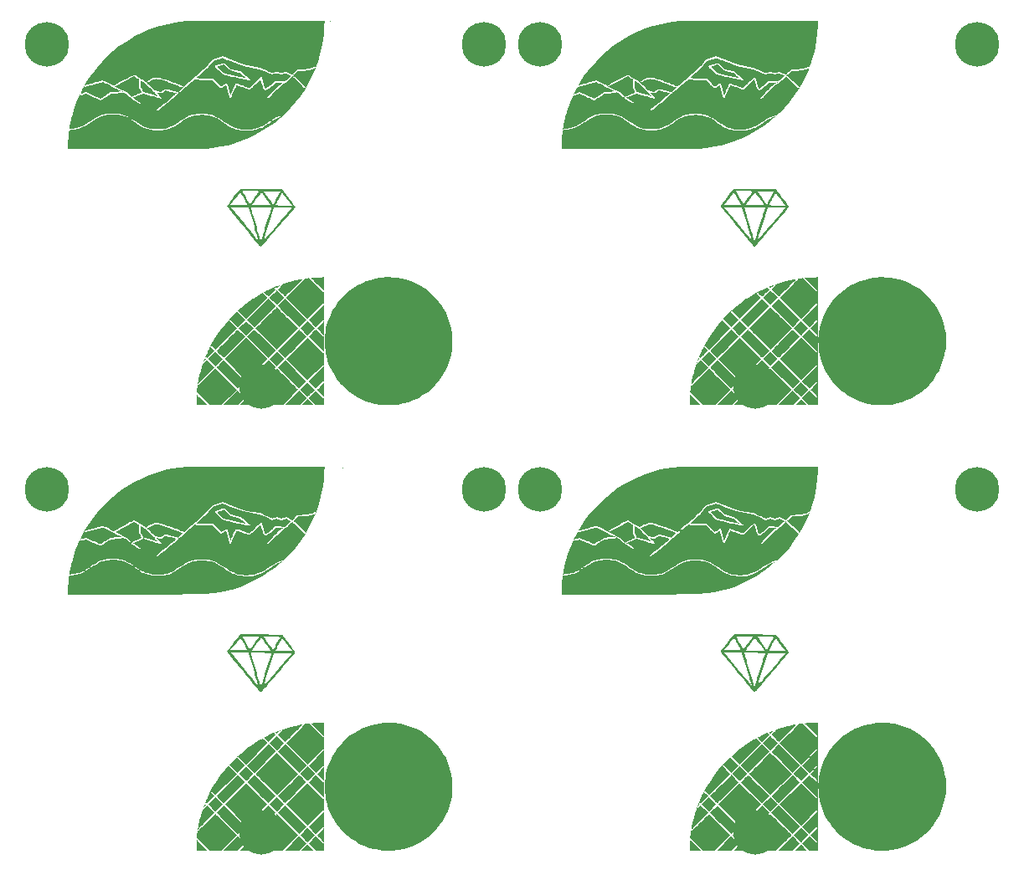
<source format=gbs>
%TF.GenerationSoftware,KiCad,Pcbnew,6.0.2+dfsg-1*%
%TF.CreationDate,2023-03-24T00:20:45+09:00*%
%TF.ProjectId,pcb-panel,7063622d-7061-46e6-956c-2e6b69636164,rev?*%
%TF.SameCoordinates,Original*%
%TF.FileFunction,Soldermask,Bot*%
%TF.FilePolarity,Negative*%
%FSLAX46Y46*%
G04 Gerber Fmt 4.6, Leading zero omitted, Abs format (unit mm)*
G04 Created by KiCad (PCBNEW 6.0.2+dfsg-1) date 2023-03-24 00:20:45*
%MOMM*%
%LPD*%
G01*
G04 APERTURE LIST*
%ADD10C,0.802000*%
%ADD11C,4.502000*%
G04 APERTURE END LIST*
G36*
X100242519Y-126749605D02*
G01*
X100558044Y-126771604D01*
X100842686Y-126806615D01*
X101093073Y-126850671D01*
X101634485Y-126979907D01*
X102156323Y-127152212D01*
X102657469Y-127367016D01*
X103136803Y-127623747D01*
X103593207Y-127921835D01*
X104025563Y-128260708D01*
X104432752Y-128639796D01*
X104503705Y-128712136D01*
X104678753Y-128896902D01*
X104829956Y-129068117D01*
X104967080Y-129237659D01*
X105099893Y-129417404D01*
X105238162Y-129619231D01*
X105383020Y-129847013D01*
X105649989Y-130332162D01*
X105874165Y-130837648D01*
X106055150Y-131362385D01*
X106192543Y-131905291D01*
X106285946Y-132465280D01*
X106293057Y-132533125D01*
X106303213Y-132684495D01*
X106310193Y-132865825D01*
X106314002Y-133066054D01*
X106314641Y-133274123D01*
X106312115Y-133478972D01*
X106306424Y-133669540D01*
X106297573Y-133834768D01*
X106285564Y-133963595D01*
X106271145Y-134071006D01*
X106169617Y-134630985D01*
X106026615Y-135167978D01*
X105841803Y-135682826D01*
X105614846Y-136176371D01*
X105345408Y-136649456D01*
X105033152Y-137102921D01*
X104959813Y-137198734D01*
X104596820Y-137627152D01*
X104205538Y-138017715D01*
X103787312Y-138369700D01*
X103343487Y-138682384D01*
X102875406Y-138955044D01*
X102384414Y-139186957D01*
X101871856Y-139377400D01*
X101339075Y-139525650D01*
X100787415Y-139630984D01*
X100218221Y-139692679D01*
X100168127Y-139695242D01*
X100034266Y-139697429D01*
X99870816Y-139695726D01*
X99689787Y-139690610D01*
X99503185Y-139682556D01*
X99323019Y-139672042D01*
X99161295Y-139659542D01*
X99030022Y-139645535D01*
X99007204Y-139642522D01*
X98462430Y-139546129D01*
X97932999Y-139404784D01*
X97418734Y-139218414D01*
X96919459Y-138986947D01*
X96434996Y-138710311D01*
X95965170Y-138388433D01*
X95846979Y-138295076D01*
X95683726Y-138153866D01*
X95506832Y-137990116D01*
X95324640Y-137812210D01*
X95145492Y-137628531D01*
X94977729Y-137447465D01*
X94829693Y-137277395D01*
X94709728Y-137126704D01*
X94625158Y-137010916D01*
X94332384Y-136565843D01*
X94079193Y-136106321D01*
X93868241Y-135637524D01*
X93702187Y-135164625D01*
X93676891Y-135081209D01*
X93647873Y-134986735D01*
X93625632Y-134915725D01*
X93613597Y-134879232D01*
X93605667Y-134853277D01*
X93593660Y-134794385D01*
X93591111Y-134779023D01*
X93577172Y-134715466D01*
X93557560Y-134639797D01*
X93550312Y-134612974D01*
X93531949Y-134536787D01*
X93521382Y-134480486D01*
X93518334Y-134458321D01*
X93508302Y-134390838D01*
X93493911Y-134297307D01*
X93477174Y-134190912D01*
X93460724Y-134066557D01*
X93444213Y-133898363D01*
X93429739Y-133707649D01*
X93418052Y-133507418D01*
X93409901Y-133310671D01*
X93406040Y-133130411D01*
X93407218Y-132979640D01*
X93423845Y-132694814D01*
X93467279Y-132315209D01*
X93533266Y-131929368D01*
X93619099Y-131555486D01*
X93762609Y-131084291D01*
X93962698Y-130579420D01*
X94204507Y-130093459D01*
X94486018Y-129629164D01*
X94805215Y-129189292D01*
X95160080Y-128776600D01*
X95548596Y-128393846D01*
X95968747Y-128043786D01*
X96418515Y-127729178D01*
X96693406Y-127565190D01*
X97119250Y-127348737D01*
X97570222Y-127159543D01*
X98035894Y-127001430D01*
X98505839Y-126878223D01*
X98969626Y-126793745D01*
X99259621Y-126762692D01*
X99578410Y-126745046D01*
X99911009Y-126740718D01*
X100242519Y-126749605D01*
G37*
G36*
X93345000Y-139659569D02*
G01*
X92476335Y-139659569D01*
X92120183Y-139302822D01*
X91764031Y-138946076D01*
X92132104Y-138577428D01*
X92500176Y-138208780D01*
X93321218Y-139028816D01*
X93321218Y-138921740D01*
X93320807Y-138892845D01*
X93316802Y-138859981D01*
X93304900Y-138827341D01*
X93280799Y-138789294D01*
X93240198Y-138740209D01*
X93178793Y-138674458D01*
X93092284Y-138586408D01*
X92976367Y-138470430D01*
X92950687Y-138444728D01*
X92849219Y-138341781D01*
X92761531Y-138250629D01*
X92692660Y-138176658D01*
X92647642Y-138125252D01*
X92631517Y-138101797D01*
X92632471Y-138099028D01*
X92655945Y-138068418D01*
X92707109Y-138011141D01*
X92780926Y-137932583D01*
X92872358Y-137838129D01*
X92976367Y-137733164D01*
X93068111Y-137641457D01*
X93161075Y-137547415D01*
X93227933Y-137476981D01*
X93272988Y-137424523D01*
X93300542Y-137384412D01*
X93314896Y-137351017D01*
X93320354Y-137318708D01*
X93321218Y-137281854D01*
X93321218Y-137174779D01*
X92500176Y-137994815D01*
X92132023Y-137626085D01*
X91763869Y-137257356D01*
X92542543Y-136478414D01*
X93321218Y-135699471D01*
X93321218Y-135485947D01*
X92488773Y-136318137D01*
X91656329Y-137150326D01*
X89504149Y-134998146D01*
X90580239Y-133922055D01*
X91656329Y-132845965D01*
X92488773Y-133678155D01*
X93321218Y-134510344D01*
X93321218Y-134296820D01*
X92542548Y-133517882D01*
X91763879Y-132738945D01*
X92120107Y-132382122D01*
X92156180Y-132346109D01*
X92260057Y-132243814D01*
X92351664Y-132155637D01*
X92425731Y-132086526D01*
X92476986Y-132041431D01*
X92500160Y-132025299D01*
X92511150Y-132031946D01*
X92552703Y-132067182D01*
X92619580Y-132128615D01*
X92706825Y-132211575D01*
X92809484Y-132311392D01*
X92922601Y-132423398D01*
X93321218Y-132821497D01*
X93321218Y-132714440D01*
X93320580Y-132681050D01*
X93315839Y-132648991D01*
X93302767Y-132616300D01*
X93277137Y-132577488D01*
X93234719Y-132527063D01*
X93171287Y-132459538D01*
X93082612Y-132369422D01*
X92964467Y-132251226D01*
X92607716Y-131895070D01*
X92964467Y-131537762D01*
X93072348Y-131429520D01*
X93163691Y-131336613D01*
X93229405Y-131266886D01*
X93273709Y-131214854D01*
X93300823Y-131175031D01*
X93314966Y-131141932D01*
X93320358Y-131110072D01*
X93321218Y-131073964D01*
X93321218Y-130967476D01*
X92910697Y-131377493D01*
X92500176Y-131787511D01*
X92132023Y-131418782D01*
X91763869Y-131050053D01*
X92542543Y-130271110D01*
X93321218Y-129492168D01*
X93321218Y-129278644D01*
X92488773Y-130110833D01*
X91656329Y-130943023D01*
X89504227Y-128790921D01*
X90452410Y-127842516D01*
X90569961Y-127724638D01*
X90740188Y-127552806D01*
X90895866Y-127394295D01*
X91034241Y-127251981D01*
X91152559Y-127128739D01*
X91248069Y-127027443D01*
X91318018Y-126950969D01*
X91359652Y-126902192D01*
X91370219Y-126883986D01*
X91374436Y-126878923D01*
X91415971Y-126869394D01*
X91489866Y-126857604D01*
X91587880Y-126845030D01*
X91835914Y-126816198D01*
X93309326Y-128292946D01*
X93316845Y-128192834D01*
X93324364Y-128092723D01*
X92686767Y-127454798D01*
X92580596Y-127348678D01*
X92434787Y-127203582D01*
X92316621Y-127087248D01*
X92222555Y-126996524D01*
X92149043Y-126928257D01*
X92092542Y-126879295D01*
X92049508Y-126846484D01*
X92016396Y-126826673D01*
X91989663Y-126816708D01*
X91965765Y-126813437D01*
X91946461Y-126812142D01*
X91940260Y-126808111D01*
X91972362Y-126802505D01*
X92036618Y-126795726D01*
X92126881Y-126788177D01*
X92237001Y-126780261D01*
X92360831Y-126772380D01*
X92492221Y-126764939D01*
X92625024Y-126758338D01*
X92753090Y-126752982D01*
X92870272Y-126749273D01*
X92970422Y-126747614D01*
X93345000Y-126745524D01*
X93345000Y-139659569D01*
G37*
G36*
X91959537Y-139356455D02*
G01*
X92262651Y-139659569D01*
X91050196Y-139659569D01*
X91656424Y-139053341D01*
X91959537Y-139356455D01*
G37*
G36*
X91180452Y-138577325D02*
G01*
X91549009Y-138945883D01*
X90836513Y-139659569D01*
X89361679Y-139659569D01*
X90086787Y-138934168D01*
X90811895Y-138208768D01*
X91180452Y-138577325D01*
G37*
G36*
X88555112Y-135974481D02*
G01*
X88584537Y-135999452D01*
X88642907Y-136053865D01*
X88726732Y-136134228D01*
X88832521Y-136237052D01*
X88956783Y-136358848D01*
X89096027Y-136496124D01*
X89246762Y-136645392D01*
X89405499Y-136803161D01*
X89568746Y-136965941D01*
X89733013Y-137130242D01*
X89894808Y-137292575D01*
X90050642Y-137449449D01*
X90197023Y-137597374D01*
X90330461Y-137732860D01*
X90447466Y-137852418D01*
X90544545Y-137952557D01*
X90618210Y-138029787D01*
X90664968Y-138080619D01*
X90681330Y-138101562D01*
X90669939Y-138117035D01*
X90628067Y-138163517D01*
X90558594Y-138237188D01*
X90464870Y-138334593D01*
X90350246Y-138452276D01*
X90218071Y-138586782D01*
X90071696Y-138734655D01*
X89914473Y-138892439D01*
X89147616Y-139659569D01*
X87958473Y-139659569D01*
X87191343Y-138892712D01*
X87059633Y-138760694D01*
X86911162Y-138610976D01*
X86776338Y-138474041D01*
X86658511Y-138353345D01*
X86561034Y-138252341D01*
X86487257Y-138174485D01*
X86440533Y-138123231D01*
X86424214Y-138102034D01*
X86425454Y-138099495D01*
X86450421Y-138070067D01*
X86504829Y-138011694D01*
X86585189Y-137927867D01*
X86688012Y-137822076D01*
X86809806Y-137697812D01*
X86947082Y-137558565D01*
X87096350Y-137407827D01*
X87254120Y-137249088D01*
X87416902Y-137085838D01*
X87581205Y-136921569D01*
X87743541Y-136759771D01*
X87900419Y-136603935D01*
X88048348Y-136457552D01*
X88183839Y-136324112D01*
X88303402Y-136207107D01*
X88403547Y-136110026D01*
X88480784Y-136036360D01*
X88531622Y-135989601D01*
X88552573Y-135973239D01*
X88555112Y-135974481D01*
G37*
G36*
X87018757Y-138934168D02*
G01*
X87743865Y-139659569D01*
X86269031Y-139659569D01*
X85556535Y-138945883D01*
X85925092Y-138577325D01*
X86293649Y-138208768D01*
X87018757Y-138934168D01*
G37*
G36*
X86055348Y-139659569D02*
G01*
X84842893Y-139659569D01*
X85146007Y-139356455D01*
X85449120Y-139053341D01*
X86055348Y-139659569D01*
G37*
G36*
X84973149Y-138577325D02*
G01*
X85341706Y-138945883D01*
X84985458Y-139302726D01*
X84629209Y-139659569D01*
X83154375Y-139659569D01*
X83879483Y-138934168D01*
X84604591Y-138208768D01*
X84973149Y-138577325D01*
G37*
G36*
X82347129Y-135974138D02*
G01*
X82375034Y-135997925D01*
X82432914Y-136051929D01*
X82517866Y-136133308D01*
X82626984Y-136239222D01*
X82757364Y-136366831D01*
X82906102Y-136513294D01*
X83070293Y-136675770D01*
X83247032Y-136851420D01*
X83433415Y-137037402D01*
X84497775Y-138101565D01*
X83719042Y-138880567D01*
X82940308Y-139659569D01*
X81750575Y-139659569D01*
X81098605Y-139007275D01*
X80446634Y-138354981D01*
X80477452Y-138073801D01*
X80490196Y-137965333D01*
X80503123Y-137869604D01*
X80514309Y-137800693D01*
X80522248Y-137768853D01*
X80530928Y-137732653D01*
X80532766Y-137673722D01*
X80529307Y-137602359D01*
X80545534Y-137668129D01*
X80550299Y-137681354D01*
X80558735Y-137688170D01*
X80573532Y-137685988D01*
X80597410Y-137672335D01*
X80633087Y-137644739D01*
X80683282Y-137600730D01*
X80750714Y-137537836D01*
X80838103Y-137453584D01*
X80948167Y-137345503D01*
X81083626Y-137211121D01*
X81247198Y-137047967D01*
X81441603Y-136853569D01*
X81508995Y-136786208D01*
X81674682Y-136621207D01*
X81829316Y-136468061D01*
X81969688Y-136329895D01*
X82092586Y-136209838D01*
X82194801Y-136111017D01*
X82273124Y-136036559D01*
X82324343Y-135989590D01*
X82345250Y-135973239D01*
X82347129Y-135974138D01*
G37*
G36*
X80466676Y-138594306D02*
G01*
X80501047Y-138627271D01*
X80562732Y-138687728D01*
X80647689Y-138771676D01*
X80751872Y-138875114D01*
X80871238Y-138994042D01*
X81001742Y-139124456D01*
X81536458Y-139659569D01*
X80454738Y-139659569D01*
X80454738Y-139124456D01*
X80454808Y-139044067D01*
X80455318Y-138898267D01*
X80456257Y-138773182D01*
X80457549Y-138675525D01*
X80459116Y-138612008D01*
X80460882Y-138589344D01*
X80466676Y-138594306D01*
G37*
G36*
X92393698Y-138101231D02*
G01*
X92031295Y-138464201D01*
X91989005Y-138506473D01*
X91885770Y-138608912D01*
X91795855Y-138697081D01*
X91724300Y-138766100D01*
X91676142Y-138811091D01*
X91656424Y-138827172D01*
X91652511Y-138824707D01*
X91621230Y-138796902D01*
X91563455Y-138742069D01*
X91484223Y-138665088D01*
X91388576Y-138570839D01*
X91281553Y-138464201D01*
X90919149Y-138101231D01*
X91287786Y-137733169D01*
X91656424Y-137365107D01*
X92393698Y-138101231D01*
G37*
G36*
X85817762Y-137733174D02*
G01*
X86186395Y-138101231D01*
X85823991Y-138464201D01*
X85781657Y-138506520D01*
X85678481Y-138608945D01*
X85588666Y-138697102D01*
X85517243Y-138766111D01*
X85469243Y-138811093D01*
X85449696Y-138827172D01*
X85449331Y-138827128D01*
X85426078Y-138809333D01*
X85376389Y-138763513D01*
X85306301Y-138695799D01*
X85221851Y-138612323D01*
X85129076Y-138519219D01*
X85034011Y-138422619D01*
X84942694Y-138328654D01*
X84861162Y-138243457D01*
X84795450Y-138173160D01*
X84751597Y-138123896D01*
X84735637Y-138101797D01*
X84737443Y-138097541D01*
X84763653Y-138064384D01*
X84817203Y-138004898D01*
X84893142Y-137924362D01*
X84986519Y-137828059D01*
X85092384Y-137721268D01*
X85449130Y-137365117D01*
X85817762Y-137733174D01*
G37*
G36*
X80454738Y-138541779D02*
G01*
X80453022Y-138554369D01*
X80438883Y-138557634D01*
X80436037Y-138554148D01*
X80438883Y-138525923D01*
X80446037Y-138522203D01*
X80454738Y-138541779D01*
G37*
G36*
X90473101Y-136181275D02*
G01*
X91549080Y-137257254D01*
X90812520Y-137994966D01*
X89736155Y-136918796D01*
X88659791Y-135842626D01*
X89397122Y-135105295D01*
X90473101Y-136181275D01*
G37*
G36*
X88445940Y-135842049D02*
G01*
X87369771Y-136918414D01*
X86293601Y-137994778D01*
X85556270Y-137257447D01*
X87708228Y-135105489D01*
X88445940Y-135842049D01*
G37*
G36*
X85341777Y-137257254D02*
G01*
X84973497Y-137626109D01*
X84605218Y-137994965D01*
X83540746Y-136930690D01*
X83496830Y-136886762D01*
X83312944Y-136702369D01*
X83140051Y-136528281D01*
X82980993Y-136367403D01*
X82838611Y-136222641D01*
X82715746Y-136096899D01*
X82615238Y-135993083D01*
X82539930Y-135914096D01*
X82492661Y-135862846D01*
X82476274Y-135842236D01*
X82478092Y-135837980D01*
X82504334Y-135804849D01*
X82557910Y-135745388D01*
X82633871Y-135664871D01*
X82727266Y-135568576D01*
X82833148Y-135461778D01*
X83190022Y-135105499D01*
X85341777Y-137257254D01*
G37*
G36*
X81870451Y-135474438D02*
G01*
X82238610Y-135842022D01*
X81406131Y-136674749D01*
X81309099Y-136772026D01*
X81124713Y-136958252D01*
X80963787Y-137122733D01*
X80828109Y-137263584D01*
X80719467Y-137378917D01*
X80639651Y-137466844D01*
X80590450Y-137525479D01*
X80573652Y-137552936D01*
X80570915Y-137576928D01*
X80559426Y-137584169D01*
X80555713Y-137571135D01*
X80558403Y-137515533D01*
X80571654Y-137423153D01*
X80594145Y-137299773D01*
X80624549Y-137151171D01*
X80661543Y-136983122D01*
X80703803Y-136801406D01*
X80750004Y-136611798D01*
X80798823Y-136420076D01*
X80848934Y-136232018D01*
X80899015Y-136053400D01*
X80947741Y-135890000D01*
X81058118Y-135533258D01*
X81280205Y-135320055D01*
X81502291Y-135106853D01*
X81870451Y-135474438D01*
G37*
G36*
X86525225Y-133921975D02*
G01*
X87601329Y-134998079D01*
X86531270Y-136068337D01*
X86481421Y-136118182D01*
X86297180Y-136302178D01*
X86123652Y-136475118D01*
X85963697Y-136634175D01*
X85820174Y-136776520D01*
X85695942Y-136899326D01*
X85593862Y-136999764D01*
X85516792Y-137075007D01*
X85467591Y-137122227D01*
X85449120Y-137138595D01*
X85447403Y-137137440D01*
X85420577Y-137112689D01*
X85363774Y-137057829D01*
X85279853Y-136975689D01*
X85171673Y-136869098D01*
X85042094Y-136740882D01*
X84893975Y-136593870D01*
X84730175Y-136430890D01*
X84553554Y-136254770D01*
X84366971Y-136068337D01*
X83296911Y-134998079D01*
X84373016Y-133921975D01*
X85449120Y-132845871D01*
X86525225Y-133921975D01*
G37*
G36*
X89289462Y-134998146D02*
G01*
X88921308Y-135366875D01*
X88553154Y-135735605D01*
X88184425Y-135366875D01*
X87815695Y-134998146D01*
X88184425Y-134629416D01*
X88553154Y-134260686D01*
X89289462Y-134998146D01*
G37*
G36*
X83082159Y-134998146D02*
G01*
X82714005Y-135366875D01*
X82345851Y-135735605D01*
X81977121Y-135366875D01*
X81608391Y-134998146D01*
X82345851Y-134260686D01*
X83082159Y-134998146D01*
G37*
G36*
X81306877Y-134902439D02*
G01*
X81340573Y-134940753D01*
X81388589Y-135001794D01*
X81290517Y-135101723D01*
X81214145Y-135197653D01*
X81142026Y-135350948D01*
X81141880Y-135351381D01*
X81115066Y-135424898D01*
X81093144Y-135474505D01*
X81080845Y-135489483D01*
X81084065Y-135466507D01*
X81101708Y-135407849D01*
X81131012Y-135322828D01*
X81168978Y-135220596D01*
X81205224Y-135125379D01*
X81240756Y-135030693D01*
X81267074Y-134959041D01*
X81280216Y-134921091D01*
X81289310Y-134900231D01*
X81306877Y-134902439D01*
G37*
G36*
X90816584Y-132027115D02*
G01*
X90849708Y-132053350D01*
X90909163Y-132106919D01*
X90989675Y-132182873D01*
X91085965Y-132276263D01*
X91192759Y-132382140D01*
X91549005Y-132738981D01*
X90479077Y-133809106D01*
X90429307Y-133858874D01*
X90245086Y-134042858D01*
X90071588Y-134215788D01*
X89911671Y-134374836D01*
X89768195Y-134517174D01*
X89644016Y-134639973D01*
X89541993Y-134740407D01*
X89464985Y-134815647D01*
X89415851Y-134862864D01*
X89397447Y-134879232D01*
X89397071Y-134879184D01*
X89373848Y-134861329D01*
X89324189Y-134815474D01*
X89254128Y-134747749D01*
X89169702Y-134664283D01*
X89076949Y-134571208D01*
X88981904Y-134474653D01*
X88890603Y-134380750D01*
X88809084Y-134295628D01*
X88743382Y-134225418D01*
X88699535Y-134176249D01*
X88683577Y-134154254D01*
X88684807Y-134151717D01*
X88709738Y-134122274D01*
X88764120Y-134063887D01*
X88844462Y-133980046D01*
X88947274Y-133874242D01*
X89069065Y-133749965D01*
X89206345Y-133610706D01*
X89355624Y-133459957D01*
X89513411Y-133301207D01*
X89676215Y-133137947D01*
X89840546Y-132973669D01*
X90002915Y-132811864D01*
X90159829Y-132656020D01*
X90307800Y-132509631D01*
X90443336Y-132376185D01*
X90562946Y-132259175D01*
X90663142Y-132162090D01*
X90740432Y-132088422D01*
X90791325Y-132041662D01*
X90812332Y-132025299D01*
X90816584Y-132027115D01*
G37*
G36*
X86294895Y-132026195D02*
G01*
X86322818Y-132049970D01*
X86380717Y-132103962D01*
X86465685Y-132185332D01*
X86574819Y-132291238D01*
X86705213Y-132418840D01*
X86853961Y-132565296D01*
X87018159Y-132727767D01*
X87194901Y-132903412D01*
X87381283Y-133089389D01*
X88445570Y-134153479D01*
X88083260Y-134516356D01*
X88041037Y-134558561D01*
X87937829Y-134660989D01*
X87847951Y-134749150D01*
X87776440Y-134818164D01*
X87728335Y-134863152D01*
X87708672Y-134879232D01*
X87706953Y-134878083D01*
X87680115Y-134853352D01*
X87623300Y-134798510D01*
X87539367Y-134716387D01*
X87431176Y-134609810D01*
X87301589Y-134481607D01*
X87153464Y-134334608D01*
X86989661Y-134171639D01*
X86813042Y-133995529D01*
X86626467Y-133809106D01*
X85556539Y-132738981D01*
X85912785Y-132382140D01*
X85948862Y-132346125D01*
X86052755Y-132243825D01*
X86144390Y-132155643D01*
X86218494Y-132086529D01*
X86269792Y-132041432D01*
X86293013Y-132025299D01*
X86294895Y-132026195D01*
G37*
G36*
X84609281Y-132027115D02*
G01*
X84642404Y-132053350D01*
X84701860Y-132106919D01*
X84782372Y-132182873D01*
X84878662Y-132276263D01*
X84985455Y-132382140D01*
X85341701Y-132738981D01*
X84271774Y-133809106D01*
X84222003Y-133858874D01*
X84037782Y-134042858D01*
X83864285Y-134215788D01*
X83704368Y-134374836D01*
X83560891Y-134517174D01*
X83436712Y-134639973D01*
X83334690Y-134740407D01*
X83257682Y-134815647D01*
X83208547Y-134862864D01*
X83190144Y-134879232D01*
X83189767Y-134879184D01*
X83166545Y-134861329D01*
X83116885Y-134815474D01*
X83046824Y-134747749D01*
X82962399Y-134664283D01*
X82869646Y-134571208D01*
X82774600Y-134474653D01*
X82683300Y-134380750D01*
X82601781Y-134295628D01*
X82536079Y-134225418D01*
X82492231Y-134176249D01*
X82476274Y-134154254D01*
X82477503Y-134151717D01*
X82502435Y-134122274D01*
X82556817Y-134063887D01*
X82637159Y-133980046D01*
X82739971Y-133874242D01*
X82861762Y-133749965D01*
X82999042Y-133610706D01*
X83148321Y-133459957D01*
X83306107Y-133301207D01*
X83468912Y-133137947D01*
X83633243Y-132973669D01*
X83795611Y-132811864D01*
X83952526Y-132656020D01*
X84100496Y-132509631D01*
X84236032Y-132376185D01*
X84355643Y-132259175D01*
X84455839Y-132162090D01*
X84533129Y-132088422D01*
X84584022Y-132041662D01*
X84605029Y-132025299D01*
X84609281Y-132027115D01*
G37*
G36*
X84563873Y-130164958D02*
G01*
X84510616Y-130218215D01*
X84926086Y-130634194D01*
X85341555Y-131050173D01*
X84973461Y-131418842D01*
X84605368Y-131787511D01*
X83784732Y-130967881D01*
X83731476Y-131021138D01*
X83678219Y-131074394D01*
X84087939Y-131484617D01*
X84497660Y-131894840D01*
X83421435Y-132970869D01*
X82345211Y-134046899D01*
X82127724Y-133829411D01*
X81910236Y-133611924D01*
X81873635Y-133682702D01*
X81837034Y-133753481D01*
X82037864Y-133953266D01*
X82238693Y-134153052D01*
X81876170Y-134516142D01*
X81833892Y-134558391D01*
X81730498Y-134660874D01*
X81640316Y-134749082D01*
X81568409Y-134818133D01*
X81519839Y-134863143D01*
X81499668Y-134879232D01*
X81497913Y-134878908D01*
X81470732Y-134859443D01*
X81429218Y-134819122D01*
X81372748Y-134759011D01*
X81342676Y-134813176D01*
X81324606Y-134844152D01*
X81313769Y-134856238D01*
X81319418Y-134833449D01*
X81339409Y-134780667D01*
X81371602Y-134702780D01*
X81413852Y-134604670D01*
X81464018Y-134491224D01*
X81519956Y-134367326D01*
X81579526Y-134237861D01*
X81640583Y-134107713D01*
X81700985Y-133981768D01*
X81758590Y-133864911D01*
X82016683Y-133378096D01*
X82406435Y-132728186D01*
X82836472Y-132098821D01*
X83304004Y-131493167D01*
X83806241Y-130914391D01*
X84340391Y-130365658D01*
X84609113Y-130119717D01*
X84563873Y-130164958D01*
G37*
G36*
X87154757Y-128304540D02*
G01*
X87154212Y-128308697D01*
X87173106Y-128341070D01*
X87218836Y-128397799D01*
X87285842Y-128472294D01*
X87368562Y-128557962D01*
X87600981Y-128791256D01*
X86525162Y-129867076D01*
X85449342Y-130942895D01*
X85033236Y-130527298D01*
X84617484Y-130112056D01*
X84903665Y-129850136D01*
X85493272Y-129370991D01*
X86106422Y-128931389D01*
X86192297Y-128874465D01*
X86319300Y-128792269D01*
X86453492Y-128707288D01*
X86589614Y-128622667D01*
X86722407Y-128541551D01*
X86846613Y-128467083D01*
X86956972Y-128402409D01*
X87048224Y-128350673D01*
X87115112Y-128315020D01*
X87152376Y-128298594D01*
X87154757Y-128304540D01*
G37*
G36*
X84617484Y-130112056D02*
G01*
X84609113Y-130119717D01*
X84617129Y-130111701D01*
X84617484Y-130112056D01*
G37*
G36*
X88554453Y-129766835D02*
G01*
X88582357Y-129790625D01*
X88640236Y-129844631D01*
X88725187Y-129926012D01*
X88834304Y-130031929D01*
X88964684Y-130159539D01*
X89113422Y-130306004D01*
X89277613Y-130468482D01*
X89454353Y-130644133D01*
X89640737Y-130830117D01*
X90705115Y-131894298D01*
X89629041Y-132970566D01*
X88552968Y-134046835D01*
X87488591Y-132982655D01*
X87444720Y-132938772D01*
X87260843Y-132754398D01*
X87087960Y-132580339D01*
X86928910Y-132419500D01*
X86786535Y-132274784D01*
X86663675Y-132149095D01*
X86563172Y-132045338D01*
X86487867Y-131966416D01*
X86440601Y-131915232D01*
X86424214Y-131894692D01*
X86425455Y-131892153D01*
X86450424Y-131862727D01*
X86504835Y-131804356D01*
X86585197Y-131720531D01*
X86688022Y-131614742D01*
X86809818Y-131490480D01*
X86947095Y-131351236D01*
X87096364Y-131200500D01*
X87254135Y-131041764D01*
X87416918Y-130878517D01*
X87581222Y-130714251D01*
X87743557Y-130552456D01*
X87900434Y-130396622D01*
X88048363Y-130250241D01*
X88183853Y-130116804D01*
X88303414Y-129999800D01*
X88403557Y-129902720D01*
X88480791Y-129829056D01*
X88531627Y-129782298D01*
X88552574Y-129765936D01*
X88554453Y-129766835D01*
G37*
G36*
X92025061Y-131525865D02*
G01*
X92393698Y-131893927D01*
X92031295Y-132256898D01*
X91989005Y-132299169D01*
X91885770Y-132401608D01*
X91795855Y-132489777D01*
X91724300Y-132558797D01*
X91676142Y-132603787D01*
X91656424Y-132619868D01*
X91652511Y-132617404D01*
X91621230Y-132589598D01*
X91563455Y-132534765D01*
X91484223Y-132457784D01*
X91388576Y-132363535D01*
X91281553Y-132256898D01*
X90919149Y-131893927D01*
X91287786Y-131525865D01*
X91656424Y-131157804D01*
X92025061Y-131525865D01*
G37*
G36*
X85817758Y-131525865D02*
G01*
X86186395Y-131893927D01*
X85823991Y-132256898D01*
X85781701Y-132299169D01*
X85678467Y-132401608D01*
X85588552Y-132489777D01*
X85516996Y-132558797D01*
X85468839Y-132603787D01*
X85449120Y-132619868D01*
X85445207Y-132617404D01*
X85413927Y-132589598D01*
X85356151Y-132534765D01*
X85276920Y-132457784D01*
X85181273Y-132363535D01*
X85074249Y-132256898D01*
X84711846Y-131893927D01*
X85080483Y-131525865D01*
X85449120Y-131157804D01*
X85817758Y-131525865D01*
G37*
G36*
X91549080Y-131049950D02*
G01*
X91180801Y-131418806D01*
X90812521Y-131787661D01*
X89748049Y-130723386D01*
X89704133Y-130679458D01*
X89520247Y-130495065D01*
X89347354Y-130320978D01*
X89188296Y-130160100D01*
X89045914Y-130015338D01*
X88923049Y-129889596D01*
X88822542Y-129785779D01*
X88747233Y-129706793D01*
X88699965Y-129655542D01*
X88683577Y-129634932D01*
X88685395Y-129630676D01*
X88711638Y-129597546D01*
X88765214Y-129538084D01*
X88841174Y-129457568D01*
X88934570Y-129361272D01*
X89040451Y-129254474D01*
X89397325Y-128898195D01*
X91549080Y-131049950D01*
G37*
G36*
X88445940Y-129634746D02*
G01*
X87369771Y-130711110D01*
X86293601Y-131787475D01*
X85556270Y-131050144D01*
X87708228Y-128898186D01*
X88445940Y-129634746D01*
G37*
G36*
X88557028Y-128079165D02*
G01*
X88590185Y-128105375D01*
X88649672Y-128158925D01*
X88730207Y-128234864D01*
X88826510Y-128328241D01*
X88933301Y-128434105D01*
X89289453Y-128790852D01*
X88921304Y-129159577D01*
X88553154Y-129528302D01*
X88184526Y-129159674D01*
X87815898Y-128791045D01*
X88172146Y-128434202D01*
X88208194Y-128398218D01*
X88312125Y-128295909D01*
X88403828Y-128207718D01*
X88478024Y-128138596D01*
X88529432Y-128093493D01*
X88552772Y-128077359D01*
X88557028Y-128079165D01*
G37*
G36*
X91144837Y-126915100D02*
G01*
X91120002Y-126944432D01*
X91065692Y-127002888D01*
X90984920Y-127087372D01*
X90880699Y-127194789D01*
X90756041Y-127322043D01*
X90613960Y-127466039D01*
X90457467Y-127623682D01*
X90289577Y-127791876D01*
X90221043Y-127860315D01*
X90055785Y-128025035D01*
X89901978Y-128177912D01*
X89762785Y-128315827D01*
X89641371Y-128435661D01*
X89540899Y-128534298D01*
X89464533Y-128608619D01*
X89415436Y-128655505D01*
X89396773Y-128671838D01*
X89392880Y-128669374D01*
X89361661Y-128641573D01*
X89303940Y-128586746D01*
X89224754Y-128509772D01*
X89129136Y-128415527D01*
X89022121Y-128308889D01*
X88659648Y-127945850D01*
X88908198Y-127698146D01*
X88949251Y-127656880D01*
X89029978Y-127573416D01*
X89093620Y-127504394D01*
X89134516Y-127456064D01*
X89147001Y-127434674D01*
X89150028Y-127429852D01*
X89187100Y-127411597D01*
X89260285Y-127383992D01*
X89362957Y-127349122D01*
X89488492Y-127309073D01*
X89630265Y-127265931D01*
X89781650Y-127221781D01*
X89936024Y-127178709D01*
X90086761Y-127138801D01*
X90102441Y-127134806D01*
X90215211Y-127107212D01*
X90348168Y-127076182D01*
X90493000Y-127043496D01*
X90641391Y-127010932D01*
X90785028Y-126980269D01*
X90915598Y-126953286D01*
X91024785Y-126931763D01*
X91104276Y-126917478D01*
X91145757Y-126912210D01*
X91144837Y-126915100D01*
G37*
G36*
X88955519Y-127504316D02*
G01*
X88915918Y-127518982D01*
X88902117Y-127524510D01*
X88849604Y-127559041D01*
X88780488Y-127615960D01*
X88705999Y-127686317D01*
X88554744Y-127838928D01*
X88491661Y-127778490D01*
X88474578Y-127762959D01*
X88421447Y-127731961D01*
X88365591Y-127733861D01*
X88318785Y-127748891D01*
X88295821Y-127772082D01*
X88310908Y-127808007D01*
X88363943Y-127864704D01*
X88446766Y-127944978D01*
X88083858Y-128308453D01*
X88041148Y-128351143D01*
X87937856Y-128453621D01*
X87847884Y-128541815D01*
X87776270Y-128610849D01*
X87728054Y-128655846D01*
X87708275Y-128671928D01*
X87707484Y-128671711D01*
X87683505Y-128652363D01*
X87633735Y-128606224D01*
X87564943Y-128539711D01*
X87483898Y-128459240D01*
X87482297Y-128457633D01*
X87391972Y-128368519D01*
X87327612Y-128309753D01*
X87283059Y-128276762D01*
X87252151Y-128264974D01*
X87228729Y-128269815D01*
X87202545Y-128281287D01*
X87185263Y-128280566D01*
X87188912Y-128274572D01*
X87226368Y-128248332D01*
X87299796Y-128207570D01*
X87403561Y-128154785D01*
X87532025Y-128092474D01*
X87679551Y-128023135D01*
X87840503Y-127949266D01*
X88009242Y-127873365D01*
X88180133Y-127797930D01*
X88347537Y-127725459D01*
X88505819Y-127658449D01*
X88649340Y-127599400D01*
X88772464Y-127550808D01*
X88869554Y-127515172D01*
X88934973Y-127494989D01*
X88963084Y-127492758D01*
X88955519Y-127504316D01*
G37*
G36*
X89032391Y-127466935D02*
G01*
X89036112Y-127474088D01*
X89016536Y-127482790D01*
X89003945Y-127481073D01*
X89000681Y-127466935D01*
X89004167Y-127464088D01*
X89032391Y-127466935D01*
G37*
G36*
X89103740Y-127443152D02*
G01*
X89107460Y-127450305D01*
X89087884Y-127459007D01*
X89075294Y-127457291D01*
X89072029Y-127443152D01*
X89075515Y-127440306D01*
X89103740Y-127443152D01*
G37*
G36*
X91293284Y-126895522D02*
G01*
X91297373Y-126896699D01*
X91300894Y-126903937D01*
X91264008Y-126907367D01*
X91258376Y-126907400D01*
X91221145Y-126904211D01*
X91221935Y-126896403D01*
X91241478Y-126892040D01*
X91293284Y-126895522D01*
G37*
G36*
X92087689Y-106464937D02*
G01*
X91734623Y-107140225D01*
X91344165Y-107790067D01*
X90917892Y-108413247D01*
X90457382Y-109008546D01*
X89964214Y-109574747D01*
X89439964Y-110110633D01*
X88886212Y-110614986D01*
X88304535Y-111086589D01*
X87696510Y-111524224D01*
X87063716Y-111926674D01*
X86407731Y-112292721D01*
X85730133Y-112621147D01*
X85032499Y-112910736D01*
X84316408Y-113160270D01*
X83583437Y-113368531D01*
X82835165Y-113534301D01*
X82073169Y-113656364D01*
X81299027Y-113733501D01*
X81278690Y-113734420D01*
X81205885Y-113736085D01*
X81088597Y-113737733D01*
X80928818Y-113739357D01*
X80728537Y-113740950D01*
X80489746Y-113742506D01*
X80214434Y-113744019D01*
X79904592Y-113745482D01*
X79562211Y-113746888D01*
X79189281Y-113748231D01*
X78787793Y-113749504D01*
X78359737Y-113750701D01*
X77907104Y-113751815D01*
X77431884Y-113752840D01*
X76936067Y-113753769D01*
X76421645Y-113754596D01*
X75890607Y-113755313D01*
X75344944Y-113755916D01*
X74786647Y-113756396D01*
X74217706Y-113756748D01*
X67421779Y-113760131D01*
X67422015Y-113504466D01*
X67423949Y-113385231D01*
X67429475Y-113237662D01*
X67438040Y-113072126D01*
X67449093Y-112895169D01*
X67462084Y-112713338D01*
X67476460Y-112533179D01*
X67491671Y-112361241D01*
X67507166Y-112204069D01*
X67522393Y-112068210D01*
X67536802Y-111960213D01*
X67549840Y-111886622D01*
X67560958Y-111853987D01*
X67561008Y-111853937D01*
X67589744Y-111845809D01*
X67655991Y-111835103D01*
X67749934Y-111823204D01*
X67861761Y-111811498D01*
X67888020Y-111808958D01*
X68109463Y-111782666D01*
X68311715Y-111747962D01*
X68501689Y-111702026D01*
X68686295Y-111642038D01*
X68872445Y-111565178D01*
X69067051Y-111468626D01*
X69277022Y-111349562D01*
X69509272Y-111205166D01*
X69770710Y-111032618D01*
X69813841Y-111003642D01*
X70062838Y-110840693D01*
X70283617Y-110705235D01*
X70482925Y-110594221D01*
X70667508Y-110504599D01*
X70844111Y-110433322D01*
X71019480Y-110377338D01*
X71200362Y-110333600D01*
X71393502Y-110299057D01*
X71543799Y-110281986D01*
X71728268Y-110270638D01*
X71929601Y-110265473D01*
X72132514Y-110266640D01*
X72321721Y-110274285D01*
X72481937Y-110288556D01*
X72493195Y-110289990D01*
X72859317Y-110361191D01*
X73218845Y-110478788D01*
X73569324Y-110641816D01*
X73908295Y-110849309D01*
X73932901Y-110866287D01*
X74162120Y-111023954D01*
X74357656Y-111157128D01*
X74524186Y-111268536D01*
X74666385Y-111360903D01*
X74788930Y-111436954D01*
X74896496Y-111499416D01*
X74993760Y-111551014D01*
X75085397Y-111594474D01*
X75176083Y-111632521D01*
X75270495Y-111667881D01*
X75373308Y-111703280D01*
X75507949Y-111746047D01*
X75688393Y-111794095D01*
X75866017Y-111828396D01*
X76053303Y-111850751D01*
X76262736Y-111862962D01*
X76506798Y-111866829D01*
X76691629Y-111864758D01*
X76937491Y-111852515D01*
X77163498Y-111827202D01*
X77376522Y-111786440D01*
X77583431Y-111727850D01*
X77791093Y-111649054D01*
X78006379Y-111547672D01*
X78236158Y-111421327D01*
X78487298Y-111267638D01*
X78766669Y-111084227D01*
X78832971Y-111039694D01*
X79024417Y-110912591D01*
X79185850Y-110808539D01*
X79323838Y-110723930D01*
X79444951Y-110655158D01*
X79555757Y-110598616D01*
X79662827Y-110550696D01*
X79772730Y-110507790D01*
X79892035Y-110466293D01*
X79984979Y-110437267D01*
X80287785Y-110366882D01*
X80617826Y-110325329D01*
X80981011Y-110311769D01*
X81063302Y-110312407D01*
X81382655Y-110328408D01*
X81677977Y-110368000D01*
X81957513Y-110433951D01*
X82229511Y-110529024D01*
X82502216Y-110655987D01*
X82783875Y-110817604D01*
X83082735Y-111016642D01*
X83310686Y-111175501D01*
X83511287Y-111310761D01*
X83686677Y-111423094D01*
X83842879Y-111515910D01*
X83985914Y-111592617D01*
X84121805Y-111656625D01*
X84256574Y-111711341D01*
X84396243Y-111760176D01*
X84573744Y-111811756D01*
X84924166Y-111881859D01*
X85291954Y-111918115D01*
X85666345Y-111920198D01*
X86036575Y-111887783D01*
X86391878Y-111820543D01*
X86485122Y-111796496D01*
X86670425Y-111740595D01*
X86846270Y-111674451D01*
X87021612Y-111593740D01*
X87205407Y-111494140D01*
X87406612Y-111371329D01*
X87634184Y-111220985D01*
X87707906Y-111170920D01*
X87866919Y-111063103D01*
X87994512Y-110977079D01*
X88096321Y-110909291D01*
X88177986Y-110856181D01*
X88245142Y-110814192D01*
X88303426Y-110779766D01*
X88358476Y-110749346D01*
X88415930Y-110719373D01*
X88481424Y-110686290D01*
X88519491Y-110667561D01*
X88643671Y-110610110D01*
X88770430Y-110555812D01*
X88877520Y-110514327D01*
X88953536Y-110484489D01*
X89057780Y-110431521D01*
X89127239Y-110378881D01*
X89194907Y-110307997D01*
X89123558Y-110324360D01*
X89076293Y-110335707D01*
X88798696Y-110422376D01*
X88510581Y-110546327D01*
X88208317Y-110709290D01*
X87888273Y-110912995D01*
X87826231Y-110955186D01*
X87650124Y-111074490D01*
X87505623Y-111171385D01*
X87387028Y-111249463D01*
X87288638Y-111312316D01*
X87204752Y-111363537D01*
X87129669Y-111406717D01*
X87057688Y-111445448D01*
X86983109Y-111483322D01*
X86974859Y-111487406D01*
X86630096Y-111631822D01*
X86267754Y-111733466D01*
X85886667Y-111792521D01*
X85485665Y-111809169D01*
X85063583Y-111783593D01*
X85026028Y-111779371D01*
X84721748Y-111730127D01*
X84437011Y-111654229D01*
X84161495Y-111547762D01*
X83884880Y-111406815D01*
X83596846Y-111227475D01*
X83568212Y-111208218D01*
X83423416Y-111110785D01*
X83267034Y-111005488D01*
X83116089Y-110903790D01*
X82987603Y-110817155D01*
X82948955Y-110791270D01*
X82688416Y-110628346D01*
X82442770Y-110497675D01*
X82200154Y-110394101D01*
X81948703Y-110312472D01*
X81676554Y-110247634D01*
X81644716Y-110241723D01*
X81504067Y-110223769D01*
X81331909Y-110211164D01*
X81139495Y-110203904D01*
X80938078Y-110201990D01*
X80738912Y-110205420D01*
X80553251Y-110214193D01*
X80392347Y-110228308D01*
X80267455Y-110247765D01*
X80030242Y-110305661D01*
X79731528Y-110403258D01*
X79451270Y-110526288D01*
X79382585Y-110560931D01*
X79314472Y-110596777D01*
X79246965Y-110634561D01*
X79174381Y-110677859D01*
X79091038Y-110730250D01*
X78991253Y-110795312D01*
X78869345Y-110876622D01*
X78719629Y-110977759D01*
X78536425Y-111102300D01*
X78523228Y-111111270D01*
X78285630Y-111266332D01*
X78070735Y-111392193D01*
X77868520Y-111493426D01*
X77668962Y-111574607D01*
X77462040Y-111640311D01*
X77237730Y-111695112D01*
X77221325Y-111698608D01*
X77128258Y-111716573D01*
X77038288Y-111729644D01*
X76941287Y-111738547D01*
X76827124Y-111744006D01*
X76685671Y-111746750D01*
X76506798Y-111747503D01*
X76474185Y-111747485D01*
X76302204Y-111746453D01*
X76165967Y-111743310D01*
X76055344Y-111737330D01*
X75960205Y-111727788D01*
X75870423Y-111713958D01*
X75775866Y-111695112D01*
X75517861Y-111630413D01*
X75277226Y-111548927D01*
X75044438Y-111445818D01*
X74807286Y-111315671D01*
X74553561Y-111153071D01*
X74553337Y-111152918D01*
X74425161Y-111065932D01*
X74276124Y-110964832D01*
X74124712Y-110862153D01*
X73989405Y-110770432D01*
X73954798Y-110747131D01*
X73692128Y-110581751D01*
X73445280Y-110449250D01*
X73203252Y-110344808D01*
X72955047Y-110263604D01*
X72689663Y-110200818D01*
X72666977Y-110196585D01*
X72526838Y-110178198D01*
X72354016Y-110165132D01*
X72159931Y-110157401D01*
X71956002Y-110155017D01*
X71753650Y-110157994D01*
X71564295Y-110166343D01*
X71399357Y-110180079D01*
X71270255Y-110199214D01*
X71232403Y-110207060D01*
X71050119Y-110249869D01*
X70879261Y-110300051D01*
X70712944Y-110360862D01*
X70544285Y-110435563D01*
X70366399Y-110527410D01*
X70172402Y-110639664D01*
X69955410Y-110775581D01*
X69708539Y-110938422D01*
X69500145Y-111076704D01*
X69308321Y-111199566D01*
X69142216Y-111300138D01*
X68995626Y-111381868D01*
X68862349Y-111448203D01*
X68736180Y-111502591D01*
X68610918Y-111548479D01*
X68555373Y-111566053D01*
X68384519Y-111610543D01*
X68189694Y-111650490D01*
X67987955Y-111682643D01*
X67796358Y-111703751D01*
X67724531Y-111709887D01*
X67651085Y-111718769D01*
X67609727Y-111729965D01*
X67591233Y-111746435D01*
X67586381Y-111771136D01*
X67582390Y-111796909D01*
X67572730Y-111792773D01*
X67570403Y-111754492D01*
X67578607Y-111674689D01*
X67596536Y-111560293D01*
X67622894Y-111417159D01*
X67656390Y-111251144D01*
X67695728Y-111068102D01*
X67739617Y-110873889D01*
X67786761Y-110674361D01*
X67835867Y-110475373D01*
X67885641Y-110282780D01*
X67934790Y-110102438D01*
X67982021Y-109940203D01*
X68125211Y-109500950D01*
X68370068Y-108857431D01*
X68608844Y-108319157D01*
X68626904Y-108319157D01*
X68629140Y-108338134D01*
X68632305Y-108337821D01*
X68670908Y-108330080D01*
X68744375Y-108313515D01*
X68843679Y-108290199D01*
X68959794Y-108262204D01*
X69272996Y-108185797D01*
X69982453Y-108500053D01*
X70089750Y-108547444D01*
X70253918Y-108619403D01*
X70401237Y-108683304D01*
X70526390Y-108736881D01*
X70624060Y-108777863D01*
X70688934Y-108803983D01*
X70715693Y-108812971D01*
X70718320Y-108812503D01*
X70754410Y-108796501D01*
X70816920Y-108762469D01*
X70894064Y-108716763D01*
X70946628Y-108684855D01*
X71043491Y-108626803D01*
X71163106Y-108555665D01*
X71295119Y-108477593D01*
X71429176Y-108398740D01*
X71809701Y-108175588D01*
X72392368Y-108124640D01*
X72513156Y-108113683D01*
X72664177Y-108098782D01*
X72794582Y-108084535D01*
X72897673Y-108071732D01*
X72966750Y-108061162D01*
X72995113Y-108053614D01*
X73004412Y-108036414D01*
X73006821Y-107989389D01*
X73005961Y-107985458D01*
X72995657Y-107965447D01*
X72972859Y-107951090D01*
X72932597Y-107942324D01*
X72869903Y-107939083D01*
X72779807Y-107941302D01*
X72657339Y-107948916D01*
X72497529Y-107961860D01*
X72295409Y-107980068D01*
X71752959Y-108030276D01*
X71235590Y-108338555D01*
X71117317Y-108408730D01*
X70986261Y-108485732D01*
X70873228Y-108551312D01*
X70783905Y-108602201D01*
X70723981Y-108635132D01*
X70699142Y-108646835D01*
X70688949Y-108643533D01*
X70640214Y-108623821D01*
X70556480Y-108588330D01*
X70443042Y-108539353D01*
X70305196Y-108479183D01*
X70148237Y-108410112D01*
X69977462Y-108334433D01*
X69274861Y-108022031D01*
X68981700Y-108099265D01*
X68871665Y-108128671D01*
X68784239Y-108154242D01*
X68726868Y-108175823D01*
X68691056Y-108197460D01*
X68668304Y-108223197D01*
X68650113Y-108257079D01*
X68643044Y-108272597D01*
X68626904Y-108319157D01*
X68608844Y-108319157D01*
X68654056Y-108217236D01*
X68972967Y-107588497D01*
X69040253Y-107471266D01*
X69068433Y-107471266D01*
X69072721Y-107471329D01*
X69113653Y-107463342D01*
X69193688Y-107444558D01*
X69307918Y-107416224D01*
X69451438Y-107379586D01*
X69619340Y-107335891D01*
X69806720Y-107286386D01*
X70008670Y-107232318D01*
X70084019Y-107212043D01*
X70282426Y-107158915D01*
X70465166Y-107110351D01*
X70627200Y-107067668D01*
X70763489Y-107032179D01*
X70868991Y-107005202D01*
X70938669Y-106988050D01*
X70967481Y-106982041D01*
X70977478Y-106985344D01*
X71025858Y-107007071D01*
X71109438Y-107047171D01*
X71223692Y-107103390D01*
X71364092Y-107173478D01*
X71526113Y-107255182D01*
X71705228Y-107346250D01*
X71896911Y-107444431D01*
X72104536Y-107550746D01*
X72309331Y-107654423D01*
X72478260Y-107738326D01*
X72614544Y-107803966D01*
X72721403Y-107852857D01*
X72802058Y-107886508D01*
X72859730Y-107906432D01*
X72897639Y-107914141D01*
X72945444Y-107919725D01*
X72995123Y-107938903D01*
X73022622Y-107977341D01*
X73031850Y-107989389D01*
X73047590Y-108009939D01*
X73114408Y-108061074D01*
X73212884Y-108116747D01*
X73240703Y-108131335D01*
X73399071Y-108235912D01*
X73564487Y-108379430D01*
X73575829Y-108390395D01*
X73654601Y-108465138D01*
X73707580Y-108510869D01*
X73741553Y-108531944D01*
X73763304Y-108532718D01*
X73779618Y-108517549D01*
X73795585Y-108497717D01*
X73806875Y-108499155D01*
X73808540Y-108542672D01*
X73808788Y-108552233D01*
X73814572Y-108575502D01*
X73831624Y-108600912D01*
X73864809Y-108632275D01*
X73918993Y-108673403D01*
X73999038Y-108728109D01*
X74109811Y-108800206D01*
X74256175Y-108893506D01*
X74297626Y-108919754D01*
X74440811Y-109009284D01*
X74550309Y-109075317D01*
X74630735Y-109120315D01*
X74686703Y-109146741D01*
X74722827Y-109157059D01*
X74743722Y-109153731D01*
X74755401Y-109145953D01*
X74779551Y-109122610D01*
X74784303Y-109096631D01*
X74766063Y-109064425D01*
X74721239Y-109022399D01*
X74646238Y-108966961D01*
X74537466Y-108894521D01*
X74391330Y-108801485D01*
X74280628Y-108731603D01*
X74158150Y-108653533D01*
X74071141Y-108596799D01*
X74016637Y-108559338D01*
X73991676Y-108539086D01*
X73993293Y-108533982D01*
X74018527Y-108541963D01*
X74026424Y-108541855D01*
X74073013Y-108528683D01*
X74153285Y-108499445D01*
X74260508Y-108456783D01*
X74387949Y-108403337D01*
X74528875Y-108341750D01*
X75006520Y-108128989D01*
X75893410Y-108387467D01*
X75937214Y-108400224D01*
X76132197Y-108456767D01*
X76312236Y-108508596D01*
X76472213Y-108554263D01*
X76607013Y-108592323D01*
X76711521Y-108621328D01*
X76780619Y-108639833D01*
X76809192Y-108646390D01*
X76831609Y-108637206D01*
X76863127Y-108600041D01*
X76868550Y-108585335D01*
X76865986Y-108559902D01*
X76846868Y-108524879D01*
X76806868Y-108474316D01*
X76741656Y-108402259D01*
X76646903Y-108302757D01*
X76610389Y-108265274D01*
X76525296Y-108181300D01*
X76452158Y-108113711D01*
X76397792Y-108068651D01*
X76369014Y-108052265D01*
X76352361Y-108050470D01*
X76345492Y-108039165D01*
X76350017Y-108037700D01*
X76390010Y-108040855D01*
X76460424Y-108053912D01*
X76549626Y-108074839D01*
X76574085Y-108080981D01*
X76667762Y-108102681D01*
X76745022Y-108117884D01*
X76791121Y-108123614D01*
X76819946Y-108115400D01*
X76883046Y-108084748D01*
X76966422Y-108036707D01*
X77059752Y-107976916D01*
X77277922Y-107830219D01*
X77841036Y-107969621D01*
X78404150Y-108109022D01*
X78341382Y-108157134D01*
X78337125Y-108160467D01*
X78294576Y-108195763D01*
X78224082Y-108255913D01*
X78132148Y-108335305D01*
X78025280Y-108428325D01*
X77909982Y-108529362D01*
X77897050Y-108540704D01*
X77776432Y-108644664D01*
X77628398Y-108769727D01*
X77461810Y-108908547D01*
X77285529Y-109053777D01*
X77108415Y-109198071D01*
X76939330Y-109334082D01*
X76899312Y-109366073D01*
X76721272Y-109509757D01*
X76579569Y-109626746D01*
X76472644Y-109718404D01*
X76398941Y-109786099D01*
X76356900Y-109831195D01*
X76344964Y-109855058D01*
X76362206Y-109881656D01*
X76411870Y-109900139D01*
X76416063Y-109900138D01*
X76445527Y-109890860D01*
X76492598Y-109864549D01*
X76560399Y-109818929D01*
X76652054Y-109751726D01*
X76770685Y-109660664D01*
X76919415Y-109543469D01*
X77101367Y-109397865D01*
X77155797Y-109353956D01*
X77327423Y-109214053D01*
X77503550Y-109068512D01*
X77680044Y-108920907D01*
X77852771Y-108774812D01*
X78017599Y-108633799D01*
X78170392Y-108501442D01*
X78307019Y-108381312D01*
X78423344Y-108276984D01*
X78515235Y-108192031D01*
X78578558Y-108130025D01*
X78609179Y-108094540D01*
X78621584Y-108065029D01*
X78607689Y-108026976D01*
X78605818Y-108025606D01*
X78569373Y-108011404D01*
X78493871Y-107987940D01*
X78400574Y-107961258D01*
X78557994Y-107961258D01*
X78608566Y-108014270D01*
X78642194Y-108046150D01*
X78670517Y-108052418D01*
X78706705Y-108027828D01*
X78718378Y-108017886D01*
X78764697Y-107977836D01*
X78840595Y-107911897D01*
X78942114Y-107823518D01*
X79065296Y-107716148D01*
X79206180Y-107593237D01*
X79360810Y-107458234D01*
X79525226Y-107314589D01*
X79631248Y-107222052D01*
X79785055Y-107088270D01*
X79924329Y-106967682D01*
X80045532Y-106863320D01*
X80145129Y-106778213D01*
X80219585Y-106715392D01*
X80265362Y-106677886D01*
X80278925Y-106668726D01*
X80273246Y-106681282D01*
X80280910Y-106697080D01*
X80281093Y-106697086D01*
X80311725Y-106701052D01*
X80379233Y-106711243D01*
X80473784Y-106726137D01*
X80585544Y-106744213D01*
X80618645Y-106749489D01*
X80724413Y-106764097D01*
X80833292Y-106775026D01*
X80954169Y-106782746D01*
X81095931Y-106787726D01*
X81267466Y-106790436D01*
X81477660Y-106791346D01*
X82084383Y-106791779D01*
X82488165Y-107196086D01*
X82566086Y-107273649D01*
X82673365Y-107378847D01*
X82766907Y-107468700D01*
X82841799Y-107538573D01*
X82893131Y-107583831D01*
X82915993Y-107599840D01*
X82916513Y-107599799D01*
X82946724Y-107586624D01*
X83008112Y-107553243D01*
X83092012Y-107504544D01*
X83189757Y-107445415D01*
X83198649Y-107439949D01*
X83292931Y-107383682D01*
X83370517Y-107340348D01*
X83423586Y-107314131D01*
X83444316Y-107309217D01*
X83444419Y-107309596D01*
X83452300Y-107338974D01*
X83470727Y-107407833D01*
X83498069Y-107510071D01*
X83532695Y-107639589D01*
X83572974Y-107790286D01*
X83617274Y-107956060D01*
X83619800Y-107965502D01*
X83646945Y-108065029D01*
X83664869Y-108130745D01*
X83707300Y-108280518D01*
X83745234Y-108408706D01*
X83776817Y-108509193D01*
X83800192Y-108575864D01*
X83813502Y-108602602D01*
X83831637Y-108608496D01*
X83877405Y-108599945D01*
X83880355Y-108597257D01*
X83902943Y-108560947D01*
X83940819Y-108487958D01*
X83991283Y-108383946D01*
X84051638Y-108254563D01*
X84119186Y-108105465D01*
X84191228Y-107942306D01*
X84210602Y-107897994D01*
X84281013Y-107738964D01*
X84345624Y-107596085D01*
X84401846Y-107474870D01*
X84447092Y-107380832D01*
X84478777Y-107319487D01*
X84494311Y-107296347D01*
X84495049Y-107296214D01*
X84526622Y-107303302D01*
X84596237Y-107324900D01*
X84697918Y-107358967D01*
X84825686Y-107403458D01*
X84973567Y-107456331D01*
X85135583Y-107515543D01*
X85147332Y-107519878D01*
X85309409Y-107579180D01*
X85457611Y-107632491D01*
X85585803Y-107677673D01*
X85687852Y-107712591D01*
X85757621Y-107735109D01*
X85788977Y-107743089D01*
X85799436Y-107738020D01*
X85842346Y-107705315D01*
X85912576Y-107645637D01*
X86005736Y-107562909D01*
X86117438Y-107461055D01*
X86243293Y-107343999D01*
X86378912Y-107215665D01*
X86931672Y-106688241D01*
X87018091Y-107019458D01*
X87064305Y-107189991D01*
X87123715Y-107385836D01*
X87179612Y-107539504D01*
X87233422Y-107653895D01*
X87286568Y-107731910D01*
X87340476Y-107776453D01*
X87396569Y-107790423D01*
X87409344Y-107789656D01*
X87491650Y-107765425D01*
X87601272Y-107709147D01*
X87734336Y-107623473D01*
X87886966Y-107511053D01*
X88055288Y-107374540D01*
X88235426Y-107216583D01*
X88441300Y-107029606D01*
X88841886Y-107033412D01*
X88951954Y-107034873D01*
X89056378Y-107037267D01*
X89131014Y-107040190D01*
X89169937Y-107043401D01*
X89167220Y-107046658D01*
X89113633Y-107065037D01*
X89023231Y-107121279D01*
X88905610Y-107214211D01*
X88823546Y-107285466D01*
X88699092Y-107398189D01*
X88564303Y-107524661D01*
X88423263Y-107660664D01*
X88280057Y-107801980D01*
X88138770Y-107944391D01*
X88003485Y-108083680D01*
X87878287Y-108215630D01*
X87767260Y-108336021D01*
X87674489Y-108440637D01*
X87604059Y-108525260D01*
X87560052Y-108585671D01*
X87546554Y-108617654D01*
X87554791Y-108644825D01*
X87570026Y-108660997D01*
X87594756Y-108661530D01*
X87631905Y-108644082D01*
X87684395Y-108606311D01*
X87755150Y-108545875D01*
X87847092Y-108460434D01*
X87963144Y-108347645D01*
X88106229Y-108205167D01*
X88279270Y-108030658D01*
X88361273Y-107947839D01*
X88561829Y-107747315D01*
X88734559Y-107578141D01*
X88882560Y-107437556D01*
X89008925Y-107322801D01*
X89116749Y-107231116D01*
X89209126Y-107159741D01*
X89289151Y-107105916D01*
X89359918Y-107066882D01*
X89371724Y-107060228D01*
X89423183Y-107023867D01*
X89497186Y-106965634D01*
X89587147Y-106891318D01*
X89686480Y-106806708D01*
X89788601Y-106717593D01*
X89886923Y-106629761D01*
X89974862Y-106549003D01*
X90045833Y-106481106D01*
X90093249Y-106431859D01*
X90110526Y-106407052D01*
X90106656Y-106398905D01*
X90075178Y-106383270D01*
X90073722Y-106382935D01*
X90064050Y-106370066D01*
X90100695Y-106347271D01*
X90122793Y-106337391D01*
X90146461Y-106331312D01*
X90136936Y-106348653D01*
X90135471Y-106353543D01*
X90145943Y-106377179D01*
X90178267Y-106419090D01*
X90234652Y-106481580D01*
X90317304Y-106566953D01*
X90428432Y-106677515D01*
X90570243Y-106815570D01*
X90744945Y-106983423D01*
X90748628Y-106986945D01*
X90893352Y-107124753D01*
X91027951Y-107251805D01*
X91148404Y-107364392D01*
X91250692Y-107458804D01*
X91330798Y-107531329D01*
X91384701Y-107578259D01*
X91408382Y-107595882D01*
X91435365Y-107587800D01*
X91467509Y-107550310D01*
X91472711Y-107539625D01*
X91477528Y-107514814D01*
X91467265Y-107485982D01*
X91436992Y-107446027D01*
X91381777Y-107387852D01*
X91296688Y-107304354D01*
X91283810Y-107291873D01*
X91042440Y-107057895D01*
X90834190Y-106855879D01*
X90658009Y-106684801D01*
X90512847Y-106543637D01*
X90397654Y-106431365D01*
X90311379Y-106346961D01*
X90252972Y-106289401D01*
X90221384Y-106257662D01*
X90215564Y-106250721D01*
X90215695Y-106250820D01*
X90234527Y-106262147D01*
X90255264Y-106262682D01*
X90284469Y-106248082D01*
X90328704Y-106214002D01*
X90394533Y-106156098D01*
X90488517Y-106070025D01*
X90703939Y-105871492D01*
X91076776Y-105854859D01*
X91324266Y-105841536D01*
X91540619Y-105824008D01*
X91725583Y-105801136D01*
X91887343Y-105771409D01*
X92034082Y-105733313D01*
X92173984Y-105685336D01*
X92315233Y-105625966D01*
X92357768Y-105605994D01*
X92427525Y-105565931D01*
X92470567Y-105524314D01*
X92499862Y-105470202D01*
X92507928Y-105450051D01*
X92525107Y-105397359D01*
X92527214Y-105371495D01*
X92526997Y-105371319D01*
X92501301Y-105376997D01*
X92445629Y-105399911D01*
X92371660Y-105435276D01*
X92259486Y-105489253D01*
X92144100Y-105537555D01*
X92026714Y-105577508D01*
X91900816Y-105610344D01*
X91759899Y-105637295D01*
X91597453Y-105659593D01*
X91406970Y-105678472D01*
X91181940Y-105695163D01*
X90915854Y-105710898D01*
X90639049Y-105725916D01*
X90392633Y-105955250D01*
X90361385Y-105984643D01*
X90277058Y-106067373D01*
X90209361Y-106138828D01*
X90164558Y-106192186D01*
X90148916Y-106220625D01*
X90147125Y-106225813D01*
X90120290Y-106225259D01*
X90059510Y-106203680D01*
X89962385Y-106160129D01*
X89826514Y-106093662D01*
X89501415Y-105930659D01*
X89268747Y-105992586D01*
X89204104Y-106009296D01*
X89106590Y-106032579D01*
X89029731Y-106048570D01*
X88986104Y-106054513D01*
X88975598Y-106053693D01*
X88918938Y-106042220D01*
X88835898Y-106020043D01*
X88740460Y-105990790D01*
X88544791Y-105927068D01*
X88332462Y-105990790D01*
X88283399Y-106005283D01*
X88193525Y-106030547D01*
X88125350Y-106048000D01*
X88090742Y-106054513D01*
X88090178Y-106054478D01*
X88058958Y-106044208D01*
X87990500Y-106017355D01*
X87890729Y-105976384D01*
X87765567Y-105923758D01*
X87620941Y-105861939D01*
X87462773Y-105793391D01*
X86864195Y-105532270D01*
X86043690Y-105375200D01*
X85223184Y-105218131D01*
X84136927Y-104800357D01*
X83050671Y-104382584D01*
X82548221Y-104555991D01*
X82045771Y-104729399D01*
X81662449Y-105160074D01*
X81589331Y-105241665D01*
X81475959Y-105365154D01*
X81366887Y-105479158D01*
X81255258Y-105590273D01*
X81134217Y-105705095D01*
X80996905Y-105830218D01*
X80836467Y-105972239D01*
X80646046Y-106137752D01*
X80534901Y-106233911D01*
X80343548Y-106399881D01*
X80132557Y-106583294D01*
X79911591Y-106775732D01*
X79690314Y-106968775D01*
X79478388Y-107154007D01*
X79285479Y-107323007D01*
X79167840Y-107426216D01*
X78557994Y-107961258D01*
X78400574Y-107961258D01*
X78385427Y-107956926D01*
X78250158Y-107920071D01*
X78094181Y-107879086D01*
X77923611Y-107835682D01*
X77810107Y-107807364D01*
X77636222Y-107764718D01*
X77500397Y-107732767D01*
X77397527Y-107710529D01*
X77322506Y-107697022D01*
X77270228Y-107691264D01*
X77235587Y-107692271D01*
X77213478Y-107699063D01*
X77196640Y-107708677D01*
X77138929Y-107744192D01*
X77059581Y-107794866D01*
X76970562Y-107853109D01*
X76780300Y-107979078D01*
X76196546Y-107832042D01*
X76024659Y-107650994D01*
X75964908Y-107588078D01*
X75814105Y-107429737D01*
X75689507Y-107300238D01*
X75586349Y-107195308D01*
X75499868Y-107110677D01*
X75425300Y-107042072D01*
X75357882Y-106985221D01*
X75298491Y-106940137D01*
X75360317Y-106940137D01*
X75411029Y-106990817D01*
X75424867Y-107004505D01*
X75455725Y-107027461D01*
X75486793Y-107024299D01*
X75538343Y-106995814D01*
X75609091Y-106954428D01*
X75845336Y-106829874D01*
X76055973Y-106742038D01*
X76243470Y-106690006D01*
X76410291Y-106672865D01*
X76513183Y-106681088D01*
X76668482Y-106709933D01*
X76863929Y-106759128D01*
X77098213Y-106828262D01*
X77370026Y-106916926D01*
X77678056Y-107024707D01*
X78020993Y-107151195D01*
X78397529Y-107295980D01*
X78510530Y-107340140D01*
X78654211Y-107396064D01*
X78779667Y-107444638D01*
X78880387Y-107483350D01*
X78949859Y-107509690D01*
X78981571Y-107521148D01*
X78996941Y-107521568D01*
X79039678Y-107506375D01*
X79085282Y-107478457D01*
X79118207Y-107448256D01*
X79122903Y-107426216D01*
X79112828Y-107420347D01*
X79063633Y-107398100D01*
X78979966Y-107362981D01*
X78868260Y-107317532D01*
X78734947Y-107264297D01*
X78586460Y-107205817D01*
X78429233Y-107144636D01*
X78269699Y-107083296D01*
X78114290Y-107024339D01*
X77969439Y-106970308D01*
X77891027Y-106941540D01*
X77620583Y-106844987D01*
X77364778Y-106757740D01*
X77129447Y-106681645D01*
X76920424Y-106618545D01*
X76743541Y-106570286D01*
X76604632Y-106538713D01*
X76520260Y-106523148D01*
X76437487Y-106511641D01*
X76369879Y-106510140D01*
X76299683Y-106518557D01*
X76209144Y-106536808D01*
X76197996Y-106539313D01*
X76063644Y-106578977D01*
X75907878Y-106638304D01*
X75746639Y-106710232D01*
X75595866Y-106787698D01*
X75471501Y-106863641D01*
X75360317Y-106940137D01*
X75298491Y-106940137D01*
X75292849Y-106935854D01*
X75225439Y-106889697D01*
X75150886Y-106842480D01*
X75064428Y-106789930D01*
X75005728Y-106754816D01*
X74902103Y-106694160D01*
X74816094Y-106645541D01*
X74755347Y-106613235D01*
X74727506Y-106601516D01*
X74722577Y-106601138D01*
X74695344Y-106582222D01*
X74693858Y-106580173D01*
X74664131Y-106557092D01*
X74602871Y-106516072D01*
X74517937Y-106462239D01*
X74417185Y-106400722D01*
X74146954Y-106238516D01*
X74060556Y-106279717D01*
X74017816Y-106301337D01*
X73940440Y-106341809D01*
X73833828Y-106398241D01*
X73703064Y-106467891D01*
X73553233Y-106548016D01*
X73389419Y-106635874D01*
X73216707Y-106728725D01*
X73040180Y-106823825D01*
X72864925Y-106918433D01*
X72696024Y-107009807D01*
X72538562Y-107095204D01*
X72397625Y-107171884D01*
X72278296Y-107237103D01*
X72185659Y-107288120D01*
X72124799Y-107322194D01*
X72100802Y-107336581D01*
X72098840Y-107340166D01*
X72114857Y-107362799D01*
X72161013Y-107390861D01*
X72239300Y-107428193D01*
X73185649Y-106918047D01*
X74131998Y-106407900D01*
X74373301Y-106551187D01*
X74473859Y-106609141D01*
X74557822Y-106652219D01*
X74609627Y-106670595D01*
X74632809Y-106665832D01*
X74633219Y-106665299D01*
X74638863Y-106681689D01*
X74643801Y-106738443D01*
X74647732Y-106828826D01*
X74650357Y-106946106D01*
X74651378Y-107083550D01*
X74651742Y-107529909D01*
X74772125Y-107769799D01*
X74814946Y-107856641D01*
X74853319Y-107937868D01*
X74878010Y-107994306D01*
X74885015Y-108017182D01*
X74866192Y-108026479D01*
X74810738Y-108051916D01*
X74726295Y-108089993D01*
X74620506Y-108137316D01*
X74501010Y-108190495D01*
X74375449Y-108246135D01*
X74251464Y-108300846D01*
X74136696Y-108351234D01*
X74038785Y-108393908D01*
X73965372Y-108425475D01*
X73953949Y-108430354D01*
X73910117Y-108452363D01*
X73903943Y-108470247D01*
X73929698Y-108495204D01*
X73952638Y-108514049D01*
X73958907Y-108522636D01*
X73926367Y-108507414D01*
X73893945Y-108483998D01*
X73835295Y-108433335D01*
X73760015Y-108363618D01*
X73676648Y-108282539D01*
X73474495Y-108081261D01*
X72238819Y-107448411D01*
X72044113Y-107348865D01*
X71829424Y-107239520D01*
X71630404Y-107138597D01*
X71450857Y-107048004D01*
X71294586Y-106969647D01*
X71165395Y-106905430D01*
X71067086Y-106857262D01*
X71003464Y-106827047D01*
X70978332Y-106816692D01*
X70975171Y-106817209D01*
X70935953Y-106826624D01*
X70857283Y-106846830D01*
X70744238Y-106876481D01*
X70601894Y-106914234D01*
X70435328Y-106958743D01*
X70249615Y-107008664D01*
X70049832Y-107062652D01*
X69883427Y-107107764D01*
X69686043Y-107161529D01*
X69526982Y-107205472D01*
X69401807Y-107241094D01*
X69306080Y-107269899D01*
X69235364Y-107293390D01*
X69185221Y-107313068D01*
X69151213Y-107330436D01*
X69128902Y-107346997D01*
X69113851Y-107364254D01*
X69101623Y-107383709D01*
X69094422Y-107396461D01*
X69071785Y-107445598D01*
X69068433Y-107471266D01*
X69040253Y-107471266D01*
X69322593Y-106979349D01*
X69698724Y-106397925D01*
X70097153Y-105852359D01*
X70373654Y-105508559D01*
X70890960Y-104921898D01*
X71439381Y-104368187D01*
X72015703Y-103850592D01*
X72616712Y-103372276D01*
X72903181Y-103164037D01*
X73558660Y-102729504D01*
X74234733Y-102337652D01*
X74930352Y-101988870D01*
X75644469Y-101683549D01*
X76376037Y-101422079D01*
X77124008Y-101204852D01*
X77887334Y-101032257D01*
X78664968Y-100904685D01*
X79455862Y-100822527D01*
X79471640Y-100821591D01*
X79547520Y-100819077D01*
X79669940Y-100816695D01*
X79838148Y-100814448D01*
X80051389Y-100812338D01*
X80308911Y-100810368D01*
X80609960Y-100808540D01*
X80953782Y-100806857D01*
X81339625Y-100805321D01*
X81766734Y-100803935D01*
X82234357Y-100802702D01*
X82741740Y-100801623D01*
X83288129Y-100800702D01*
X83872771Y-100799941D01*
X84494913Y-100799342D01*
X85153801Y-100798909D01*
X85848682Y-100798643D01*
X86578802Y-100798548D01*
X93380675Y-100798460D01*
X93365384Y-101315765D01*
X93364658Y-101339601D01*
X93320897Y-102067968D01*
X93235120Y-102784943D01*
X93106294Y-103496257D01*
X92933387Y-104207643D01*
X92715366Y-104924831D01*
X92675331Y-105042897D01*
X92550924Y-105371495D01*
X92401784Y-105765422D01*
X92087689Y-106464937D01*
G37*
G36*
X95556798Y-101000674D02*
G01*
X95544907Y-101012565D01*
X95533015Y-101000674D01*
X95544907Y-100988782D01*
X95556798Y-101000674D01*
G37*
G36*
X95247622Y-100953108D02*
G01*
X95235731Y-100965000D01*
X95223839Y-100953108D01*
X95235731Y-100941217D01*
X95247622Y-100953108D01*
G37*
G36*
X94653053Y-100881760D02*
G01*
X94641161Y-100893651D01*
X94629270Y-100881760D01*
X94641161Y-100869868D01*
X94653053Y-100881760D01*
G37*
G36*
X94343877Y-100857977D02*
G01*
X94331985Y-100869868D01*
X94320094Y-100857977D01*
X94331985Y-100846086D01*
X94343877Y-100857977D01*
G37*
G36*
X93963352Y-100834194D02*
G01*
X93951461Y-100846086D01*
X93939570Y-100834194D01*
X93951461Y-100822303D01*
X93963352Y-100834194D01*
G37*
G36*
X74826796Y-106826144D02*
G01*
X74881083Y-106856827D01*
X74959488Y-106902763D01*
X75053579Y-106959078D01*
X75088549Y-106980437D01*
X75162894Y-107028330D01*
X75231651Y-107077688D01*
X75301130Y-107134092D01*
X75377640Y-107203120D01*
X75467492Y-107290354D01*
X75576995Y-107401373D01*
X75712458Y-107541756D01*
X75859423Y-107693093D01*
X75986220Y-107819200D01*
X76082440Y-107909207D01*
X76148178Y-107963204D01*
X76183531Y-107981281D01*
X76213077Y-107985606D01*
X76203518Y-108000553D01*
X76198142Y-108011760D01*
X76213596Y-108048052D01*
X76260262Y-108109826D01*
X76340269Y-108200187D01*
X76391074Y-108255960D01*
X76450831Y-108323550D01*
X76491673Y-108372277D01*
X76506798Y-108394214D01*
X76504188Y-108398746D01*
X76477070Y-108397230D01*
X76474283Y-108396281D01*
X76424299Y-108380695D01*
X76338808Y-108355348D01*
X76224577Y-108322150D01*
X76088375Y-108283009D01*
X75936970Y-108239832D01*
X75777132Y-108194529D01*
X75615629Y-108149007D01*
X75459228Y-108105176D01*
X75314700Y-108064942D01*
X75188812Y-108030216D01*
X75088333Y-108002904D01*
X75020031Y-107984915D01*
X74990676Y-107978158D01*
X74978279Y-107977290D01*
X74961355Y-107973561D01*
X74990647Y-107964523D01*
X75012811Y-107956697D01*
X75032266Y-107940497D01*
X75026205Y-107925151D01*
X75001573Y-107874935D01*
X74962374Y-107799258D01*
X74913352Y-107707415D01*
X74794439Y-107487483D01*
X74794439Y-107151522D01*
X74794539Y-107105715D01*
X74795750Y-106991480D01*
X74798115Y-106899395D01*
X74801364Y-106837932D01*
X74805224Y-106815561D01*
X74826796Y-106826144D01*
G37*
G36*
X78485227Y-108131150D02*
G01*
X78496236Y-108139711D01*
X78470859Y-108145519D01*
X78446737Y-108143837D01*
X78439644Y-108133028D01*
X78448058Y-108128315D01*
X78485227Y-108131150D01*
G37*
G36*
X75102260Y-108041861D02*
G01*
X75088785Y-108087020D01*
X75079045Y-108106053D01*
X75062822Y-108114532D01*
X75061172Y-108099404D01*
X75076929Y-108059995D01*
X75096727Y-108032851D01*
X75102260Y-108041861D01*
G37*
G36*
X76297213Y-108012236D02*
G01*
X76308221Y-108020797D01*
X76282844Y-108026605D01*
X76258722Y-108024924D01*
X76251629Y-108014114D01*
X76260043Y-108009401D01*
X76297213Y-108012236D01*
G37*
G36*
X74937135Y-107992809D02*
G01*
X74925244Y-108004700D01*
X74913352Y-107992809D01*
X74925244Y-107980917D01*
X74937135Y-107992809D01*
G37*
G36*
X76116654Y-107834546D02*
G01*
X76109312Y-107845111D01*
X76089196Y-107862003D01*
X76085871Y-107861772D01*
X76080634Y-107848005D01*
X76106166Y-107824058D01*
X76119457Y-107818271D01*
X76116654Y-107834546D01*
G37*
G36*
X74675525Y-106613408D02*
G01*
X74663633Y-106625299D01*
X74651742Y-106613408D01*
X74663633Y-106601516D01*
X74675525Y-106613408D01*
G37*
G36*
X86509703Y-106885824D02*
G01*
X86371035Y-107017715D01*
X86263925Y-107119503D01*
X86132459Y-107243375D01*
X86014609Y-107353228D01*
X85914509Y-107445270D01*
X85836289Y-107515709D01*
X85784082Y-107560753D01*
X85762019Y-107576610D01*
X85759110Y-107576095D01*
X85721436Y-107564324D01*
X85646417Y-107538564D01*
X85539842Y-107500876D01*
X85407501Y-107453322D01*
X85255184Y-107397963D01*
X85088681Y-107336862D01*
X84957344Y-107288872D01*
X84774499Y-107223860D01*
X84625504Y-107173325D01*
X84512923Y-107138097D01*
X84439323Y-107119002D01*
X84407270Y-107116871D01*
X84396247Y-107130568D01*
X84366699Y-107182755D01*
X84325158Y-107265837D01*
X84275484Y-107371985D01*
X84221540Y-107493370D01*
X84200114Y-107542777D01*
X84136389Y-107689530D01*
X84072295Y-107836897D01*
X84014251Y-107970122D01*
X83968679Y-108074451D01*
X83936583Y-108144885D01*
X83899988Y-108217230D01*
X83873120Y-108260832D01*
X83860233Y-108268095D01*
X83855888Y-108253231D01*
X83840198Y-108196541D01*
X83815266Y-108105005D01*
X83782930Y-107985401D01*
X83745025Y-107844506D01*
X83703387Y-107689097D01*
X83657518Y-107521064D01*
X83608748Y-107352631D01*
X83569020Y-107228496D01*
X83538576Y-107149409D01*
X83517661Y-107116122D01*
X83502108Y-107110847D01*
X83467174Y-107115831D01*
X83412489Y-107138867D01*
X83331545Y-107182879D01*
X83217831Y-107250791D01*
X83203408Y-107259588D01*
X83105393Y-107318374D01*
X83022882Y-107366205D01*
X82964174Y-107398363D01*
X82937566Y-107410131D01*
X82928104Y-107404115D01*
X82888470Y-107369885D01*
X82823217Y-107309452D01*
X82737284Y-107227495D01*
X82635611Y-107128690D01*
X82523138Y-107017715D01*
X82128256Y-106625299D01*
X81463922Y-106624824D01*
X81305919Y-106624202D01*
X81064332Y-106620743D01*
X80866077Y-106614308D01*
X80712537Y-106604949D01*
X80605096Y-106592719D01*
X80527625Y-106580505D01*
X80459334Y-106572512D01*
X80416804Y-106574249D01*
X80388109Y-106586581D01*
X80361323Y-106610371D01*
X80360280Y-106611410D01*
X80326175Y-106640590D01*
X80312042Y-106643265D01*
X80314090Y-106640056D01*
X80342615Y-106611313D01*
X80401272Y-106556867D01*
X80485635Y-106480688D01*
X80591283Y-106386749D01*
X80713790Y-106279020D01*
X80848733Y-106161472D01*
X81002412Y-106027020D01*
X81178979Y-105868215D01*
X81333964Y-105722548D01*
X81476591Y-105581059D01*
X81616086Y-105434787D01*
X81671823Y-105373527D01*
X82273794Y-105373527D01*
X82280838Y-105399909D01*
X82289149Y-105410659D01*
X82329293Y-105453208D01*
X82395261Y-105518330D01*
X82481027Y-105600483D01*
X82580568Y-105694126D01*
X82687861Y-105793720D01*
X82796881Y-105893722D01*
X82901607Y-105988592D01*
X82996014Y-106072789D01*
X83074078Y-106140773D01*
X83129775Y-106187002D01*
X83157084Y-106205936D01*
X83191352Y-106216355D01*
X83349904Y-106261273D01*
X83546663Y-106312917D01*
X83774853Y-106369667D01*
X84027701Y-106429899D01*
X84298431Y-106491991D01*
X84580270Y-106554322D01*
X84866442Y-106615268D01*
X84868378Y-106615672D01*
X85064746Y-106656752D01*
X85247297Y-106695116D01*
X85410573Y-106729604D01*
X85549113Y-106759054D01*
X85657460Y-106782306D01*
X85730154Y-106798201D01*
X85761736Y-106805577D01*
X85785112Y-106807149D01*
X85829538Y-106786735D01*
X85859391Y-106748366D01*
X85859124Y-106707672D01*
X85838439Y-106686957D01*
X85784611Y-106640725D01*
X85703054Y-106573678D01*
X85598937Y-106490012D01*
X85477430Y-106393918D01*
X85343703Y-106289591D01*
X84846664Y-105904358D01*
X83943074Y-105677526D01*
X83614626Y-105349706D01*
X83286177Y-105021886D01*
X82803931Y-105160146D01*
X82647159Y-105205968D01*
X82504001Y-105250653D01*
X82399288Y-105287825D01*
X82328817Y-105319411D01*
X82288387Y-105347336D01*
X82273794Y-105373527D01*
X81671823Y-105373527D01*
X81761674Y-105274773D01*
X82137923Y-104853483D01*
X82586546Y-104703605D01*
X82608956Y-104696128D01*
X82745453Y-104651062D01*
X82865711Y-104612136D01*
X82962527Y-104581627D01*
X83028694Y-104561810D01*
X83057010Y-104554962D01*
X83081541Y-104563001D01*
X83146257Y-104586554D01*
X83246599Y-104623942D01*
X83378124Y-104673488D01*
X83536391Y-104733510D01*
X83716960Y-104802330D01*
X83915388Y-104878268D01*
X84127235Y-104959645D01*
X85175618Y-105363091D01*
X85996124Y-105520281D01*
X86816630Y-105677470D01*
X87446036Y-105951376D01*
X88075443Y-106225282D01*
X88280708Y-106163680D01*
X88350234Y-106143141D01*
X88449009Y-106117612D01*
X88526596Y-106106937D01*
X88598442Y-106111132D01*
X88679995Y-106130214D01*
X88786702Y-106164197D01*
X88973229Y-106226316D01*
X89227098Y-106160300D01*
X89480966Y-106094285D01*
X89725086Y-106209112D01*
X89813392Y-106252096D01*
X89892579Y-106293817D01*
X89945088Y-106325293D01*
X89962581Y-106341861D01*
X89954435Y-106353605D01*
X89915735Y-106394890D01*
X89852255Y-106456736D01*
X89771302Y-106532567D01*
X89680182Y-106615809D01*
X89586200Y-106699887D01*
X89496664Y-106778228D01*
X89418878Y-106844257D01*
X89360150Y-106891400D01*
X89327785Y-106913081D01*
X89290761Y-106923550D01*
X89245734Y-106911576D01*
X89236097Y-106907067D01*
X89182593Y-106898629D01*
X89088311Y-106892287D01*
X88957879Y-106888296D01*
X88795927Y-106886910D01*
X88370785Y-106886910D01*
X88148845Y-107091803D01*
X88072939Y-107160912D01*
X87910003Y-107302274D01*
X87762278Y-107420700D01*
X87633195Y-107513807D01*
X87526186Y-107579212D01*
X87444683Y-107614530D01*
X87392118Y-107617379D01*
X87389690Y-107616103D01*
X87365051Y-107581648D01*
X87331808Y-107508436D01*
X87292194Y-107403105D01*
X87248443Y-107272291D01*
X87202791Y-107122632D01*
X87157471Y-106960765D01*
X87114717Y-106793326D01*
X87083172Y-106669423D01*
X87052900Y-106569204D01*
X87025669Y-106504707D01*
X86998915Y-106470007D01*
X86970075Y-106459184D01*
X86957720Y-106468619D01*
X86914332Y-106507168D01*
X86843785Y-106571940D01*
X86750130Y-106659159D01*
X86655174Y-106748366D01*
X86637419Y-106765046D01*
X86509703Y-106885824D01*
G37*
G36*
X89278147Y-107005824D02*
G01*
X89276430Y-107018414D01*
X89262291Y-107021679D01*
X89259445Y-107018193D01*
X89262291Y-106989968D01*
X89269445Y-106986248D01*
X89278147Y-107005824D01*
G37*
G36*
X90015412Y-106351797D02*
G01*
X90003521Y-106363689D01*
X89991630Y-106351797D01*
X90003521Y-106339906D01*
X90015412Y-106351797D01*
G37*
G36*
X83436429Y-105380289D02*
G01*
X83492526Y-105434471D01*
X83592067Y-105530262D01*
X83686751Y-105621001D01*
X83761944Y-105692647D01*
X83894150Y-105817974D01*
X84339627Y-105934038D01*
X84785104Y-106050101D01*
X85051709Y-106254059D01*
X85075591Y-106272345D01*
X85178049Y-106351176D01*
X85270801Y-106423099D01*
X85344467Y-106480813D01*
X85389663Y-106517019D01*
X85405312Y-106530357D01*
X85438674Y-106563285D01*
X85443524Y-106576878D01*
X85440535Y-106576850D01*
X85396954Y-106570740D01*
X85314349Y-106555425D01*
X85198989Y-106532287D01*
X85057140Y-106502711D01*
X84895072Y-106468080D01*
X84719053Y-106429776D01*
X84535351Y-106389184D01*
X84350234Y-106347687D01*
X84169970Y-106306668D01*
X84000828Y-106267511D01*
X83849076Y-106231599D01*
X83720982Y-106200316D01*
X83622815Y-106175045D01*
X83187802Y-106058110D01*
X82855821Y-105744413D01*
X82847355Y-105736408D01*
X82745081Y-105638884D01*
X82656271Y-105552734D01*
X82586246Y-105483233D01*
X82540328Y-105435658D01*
X82523839Y-105415285D01*
X82531887Y-105409730D01*
X82577403Y-105391824D01*
X82656336Y-105365288D01*
X82760943Y-105332680D01*
X82883479Y-105296556D01*
X83243119Y-105193258D01*
X83436429Y-105380289D01*
G37*
G36*
X100242519Y-81664605D02*
G01*
X100558044Y-81686604D01*
X100842686Y-81721615D01*
X101093073Y-81765671D01*
X101634485Y-81894907D01*
X102156323Y-82067212D01*
X102657469Y-82282016D01*
X103136803Y-82538747D01*
X103593207Y-82836835D01*
X104025563Y-83175708D01*
X104432752Y-83554796D01*
X104503705Y-83627136D01*
X104678753Y-83811902D01*
X104829956Y-83983117D01*
X104967080Y-84152659D01*
X105099893Y-84332404D01*
X105238162Y-84534231D01*
X105383020Y-84762013D01*
X105649989Y-85247162D01*
X105874165Y-85752648D01*
X106055150Y-86277385D01*
X106192543Y-86820291D01*
X106285946Y-87380280D01*
X106293057Y-87448125D01*
X106303213Y-87599495D01*
X106310193Y-87780825D01*
X106314002Y-87981054D01*
X106314641Y-88189123D01*
X106312115Y-88393972D01*
X106306424Y-88584540D01*
X106297573Y-88749768D01*
X106285564Y-88878595D01*
X106271145Y-88986006D01*
X106169617Y-89545985D01*
X106026615Y-90082978D01*
X105841803Y-90597826D01*
X105614846Y-91091371D01*
X105345408Y-91564456D01*
X105033152Y-92017921D01*
X104959813Y-92113734D01*
X104596820Y-92542152D01*
X104205538Y-92932715D01*
X103787312Y-93284700D01*
X103343487Y-93597384D01*
X102875406Y-93870044D01*
X102384414Y-94101957D01*
X101871856Y-94292400D01*
X101339075Y-94440650D01*
X100787415Y-94545984D01*
X100218221Y-94607679D01*
X100168127Y-94610242D01*
X100034266Y-94612429D01*
X99870816Y-94610726D01*
X99689787Y-94605610D01*
X99503185Y-94597556D01*
X99323019Y-94587042D01*
X99161295Y-94574542D01*
X99030022Y-94560535D01*
X99007204Y-94557522D01*
X98462430Y-94461129D01*
X97932999Y-94319784D01*
X97418734Y-94133414D01*
X96919459Y-93901947D01*
X96434996Y-93625311D01*
X95965170Y-93303433D01*
X95846979Y-93210076D01*
X95683726Y-93068866D01*
X95506832Y-92905116D01*
X95324640Y-92727210D01*
X95145492Y-92543531D01*
X94977729Y-92362465D01*
X94829693Y-92192395D01*
X94709728Y-92041704D01*
X94625158Y-91925916D01*
X94332384Y-91480843D01*
X94079193Y-91021321D01*
X93868241Y-90552524D01*
X93702187Y-90079625D01*
X93676891Y-89996209D01*
X93647873Y-89901735D01*
X93625632Y-89830725D01*
X93613597Y-89794232D01*
X93605667Y-89768277D01*
X93593660Y-89709385D01*
X93591111Y-89694023D01*
X93577172Y-89630466D01*
X93557560Y-89554797D01*
X93550312Y-89527974D01*
X93531949Y-89451787D01*
X93521382Y-89395486D01*
X93518334Y-89373321D01*
X93508302Y-89305838D01*
X93493911Y-89212307D01*
X93477174Y-89105912D01*
X93460724Y-88981557D01*
X93444213Y-88813363D01*
X93429739Y-88622649D01*
X93418052Y-88422418D01*
X93409901Y-88225671D01*
X93406040Y-88045411D01*
X93407218Y-87894640D01*
X93423845Y-87609814D01*
X93467279Y-87230209D01*
X93533266Y-86844368D01*
X93619099Y-86470486D01*
X93762609Y-85999291D01*
X93962698Y-85494420D01*
X94204507Y-85008459D01*
X94486018Y-84544164D01*
X94805215Y-84104292D01*
X95160080Y-83691600D01*
X95548596Y-83308846D01*
X95968747Y-82958786D01*
X96418515Y-82644178D01*
X96693406Y-82480190D01*
X97119250Y-82263737D01*
X97570222Y-82074543D01*
X98035894Y-81916430D01*
X98505839Y-81793223D01*
X98969626Y-81708745D01*
X99259621Y-81677692D01*
X99578410Y-81660046D01*
X99911009Y-81655718D01*
X100242519Y-81664605D01*
G37*
G36*
X93345000Y-94574569D02*
G01*
X92476335Y-94574569D01*
X92120183Y-94217822D01*
X91764031Y-93861076D01*
X92132104Y-93492428D01*
X92500176Y-93123780D01*
X93321218Y-93943816D01*
X93321218Y-93836740D01*
X93320807Y-93807845D01*
X93316802Y-93774981D01*
X93304900Y-93742341D01*
X93280799Y-93704294D01*
X93240198Y-93655209D01*
X93178793Y-93589458D01*
X93092284Y-93501408D01*
X92976367Y-93385430D01*
X92950687Y-93359728D01*
X92849219Y-93256781D01*
X92761531Y-93165629D01*
X92692660Y-93091658D01*
X92647642Y-93040252D01*
X92631517Y-93016797D01*
X92632471Y-93014028D01*
X92655945Y-92983418D01*
X92707109Y-92926141D01*
X92780926Y-92847583D01*
X92872358Y-92753129D01*
X92976367Y-92648164D01*
X93068111Y-92556457D01*
X93161075Y-92462415D01*
X93227933Y-92391981D01*
X93272988Y-92339523D01*
X93300542Y-92299412D01*
X93314896Y-92266017D01*
X93320354Y-92233708D01*
X93321218Y-92196854D01*
X93321218Y-92089779D01*
X92500176Y-92909815D01*
X92132023Y-92541085D01*
X91763869Y-92172356D01*
X92542543Y-91393414D01*
X93321218Y-90614471D01*
X93321218Y-90400947D01*
X92488773Y-91233137D01*
X91656329Y-92065326D01*
X89504149Y-89913146D01*
X90580239Y-88837055D01*
X91656329Y-87760965D01*
X92488773Y-88593155D01*
X93321218Y-89425344D01*
X93321218Y-89211820D01*
X92542548Y-88432882D01*
X91763879Y-87653945D01*
X92120107Y-87297122D01*
X92156180Y-87261109D01*
X92260057Y-87158814D01*
X92351664Y-87070637D01*
X92425731Y-87001526D01*
X92476986Y-86956431D01*
X92500160Y-86940299D01*
X92511150Y-86946946D01*
X92552703Y-86982182D01*
X92619580Y-87043615D01*
X92706825Y-87126575D01*
X92809484Y-87226392D01*
X92922601Y-87338398D01*
X93321218Y-87736497D01*
X93321218Y-87629440D01*
X93320580Y-87596050D01*
X93315839Y-87563991D01*
X93302767Y-87531300D01*
X93277137Y-87492488D01*
X93234719Y-87442063D01*
X93171287Y-87374538D01*
X93082612Y-87284422D01*
X92964467Y-87166226D01*
X92607716Y-86810070D01*
X92964467Y-86452762D01*
X93072348Y-86344520D01*
X93163691Y-86251613D01*
X93229405Y-86181886D01*
X93273709Y-86129854D01*
X93300823Y-86090031D01*
X93314966Y-86056932D01*
X93320358Y-86025072D01*
X93321218Y-85988964D01*
X93321218Y-85882476D01*
X92910697Y-86292493D01*
X92500176Y-86702511D01*
X92132023Y-86333782D01*
X91763869Y-85965053D01*
X92542543Y-85186110D01*
X93321218Y-84407168D01*
X93321218Y-84193644D01*
X92488773Y-85025833D01*
X91656329Y-85858023D01*
X89504227Y-83705921D01*
X90452410Y-82757516D01*
X90569961Y-82639638D01*
X90740188Y-82467806D01*
X90895866Y-82309295D01*
X91034241Y-82166981D01*
X91152559Y-82043739D01*
X91248069Y-81942443D01*
X91318018Y-81865969D01*
X91359652Y-81817192D01*
X91370219Y-81798986D01*
X91374436Y-81793923D01*
X91415971Y-81784394D01*
X91489866Y-81772604D01*
X91587880Y-81760030D01*
X91835914Y-81731198D01*
X93309326Y-83207946D01*
X93316845Y-83107834D01*
X93324364Y-83007723D01*
X92686767Y-82369798D01*
X92580596Y-82263678D01*
X92434787Y-82118582D01*
X92316621Y-82002248D01*
X92222555Y-81911524D01*
X92149043Y-81843257D01*
X92092542Y-81794295D01*
X92049508Y-81761484D01*
X92016396Y-81741673D01*
X91989663Y-81731708D01*
X91965765Y-81728437D01*
X91946461Y-81727142D01*
X91940260Y-81723111D01*
X91972362Y-81717505D01*
X92036618Y-81710726D01*
X92126881Y-81703177D01*
X92237001Y-81695261D01*
X92360831Y-81687380D01*
X92492221Y-81679939D01*
X92625024Y-81673338D01*
X92753090Y-81667982D01*
X92870272Y-81664273D01*
X92970422Y-81662614D01*
X93345000Y-81660524D01*
X93345000Y-94574569D01*
G37*
G36*
X91959537Y-94271455D02*
G01*
X92262651Y-94574569D01*
X91050196Y-94574569D01*
X91656424Y-93968341D01*
X91959537Y-94271455D01*
G37*
G36*
X91180452Y-93492325D02*
G01*
X91549009Y-93860883D01*
X90836513Y-94574569D01*
X89361679Y-94574569D01*
X90086787Y-93849168D01*
X90811895Y-93123768D01*
X91180452Y-93492325D01*
G37*
G36*
X88555112Y-90889481D02*
G01*
X88584537Y-90914452D01*
X88642907Y-90968865D01*
X88726732Y-91049228D01*
X88832521Y-91152052D01*
X88956783Y-91273848D01*
X89096027Y-91411124D01*
X89246762Y-91560392D01*
X89405499Y-91718161D01*
X89568746Y-91880941D01*
X89733013Y-92045242D01*
X89894808Y-92207575D01*
X90050642Y-92364449D01*
X90197023Y-92512374D01*
X90330461Y-92647860D01*
X90447466Y-92767418D01*
X90544545Y-92867557D01*
X90618210Y-92944787D01*
X90664968Y-92995619D01*
X90681330Y-93016562D01*
X90669939Y-93032035D01*
X90628067Y-93078517D01*
X90558594Y-93152188D01*
X90464870Y-93249593D01*
X90350246Y-93367276D01*
X90218071Y-93501782D01*
X90071696Y-93649655D01*
X89914473Y-93807439D01*
X89147616Y-94574569D01*
X87958473Y-94574569D01*
X87191343Y-93807712D01*
X87059633Y-93675694D01*
X86911162Y-93525976D01*
X86776338Y-93389041D01*
X86658511Y-93268345D01*
X86561034Y-93167341D01*
X86487257Y-93089485D01*
X86440533Y-93038231D01*
X86424214Y-93017034D01*
X86425454Y-93014495D01*
X86450421Y-92985067D01*
X86504829Y-92926694D01*
X86585189Y-92842867D01*
X86688012Y-92737076D01*
X86809806Y-92612812D01*
X86947082Y-92473565D01*
X87096350Y-92322827D01*
X87254120Y-92164088D01*
X87416902Y-92000838D01*
X87581205Y-91836569D01*
X87743541Y-91674771D01*
X87900419Y-91518935D01*
X88048348Y-91372552D01*
X88183839Y-91239112D01*
X88303402Y-91122107D01*
X88403547Y-91025026D01*
X88480784Y-90951360D01*
X88531622Y-90904601D01*
X88552573Y-90888239D01*
X88555112Y-90889481D01*
G37*
G36*
X87018757Y-93849168D02*
G01*
X87743865Y-94574569D01*
X86269031Y-94574569D01*
X85556535Y-93860883D01*
X85925092Y-93492325D01*
X86293649Y-93123768D01*
X87018757Y-93849168D01*
G37*
G36*
X86055348Y-94574569D02*
G01*
X84842893Y-94574569D01*
X85146007Y-94271455D01*
X85449120Y-93968341D01*
X86055348Y-94574569D01*
G37*
G36*
X84973149Y-93492325D02*
G01*
X85341706Y-93860883D01*
X84985458Y-94217726D01*
X84629209Y-94574569D01*
X83154375Y-94574569D01*
X83879483Y-93849168D01*
X84604591Y-93123768D01*
X84973149Y-93492325D01*
G37*
G36*
X82347129Y-90889138D02*
G01*
X82375034Y-90912925D01*
X82432914Y-90966929D01*
X82517866Y-91048308D01*
X82626984Y-91154222D01*
X82757364Y-91281831D01*
X82906102Y-91428294D01*
X83070293Y-91590770D01*
X83247032Y-91766420D01*
X83433415Y-91952402D01*
X84497775Y-93016565D01*
X83719042Y-93795567D01*
X82940308Y-94574569D01*
X81750575Y-94574569D01*
X81098605Y-93922275D01*
X80446634Y-93269981D01*
X80477452Y-92988801D01*
X80490196Y-92880333D01*
X80503123Y-92784604D01*
X80514309Y-92715693D01*
X80522248Y-92683853D01*
X80530928Y-92647653D01*
X80532766Y-92588722D01*
X80529307Y-92517359D01*
X80545534Y-92583129D01*
X80550299Y-92596354D01*
X80558735Y-92603170D01*
X80573532Y-92600988D01*
X80597410Y-92587335D01*
X80633087Y-92559739D01*
X80683282Y-92515730D01*
X80750714Y-92452836D01*
X80838103Y-92368584D01*
X80948167Y-92260503D01*
X81083626Y-92126121D01*
X81247198Y-91962967D01*
X81441603Y-91768569D01*
X81508995Y-91701208D01*
X81674682Y-91536207D01*
X81829316Y-91383061D01*
X81969688Y-91244895D01*
X82092586Y-91124838D01*
X82194801Y-91026017D01*
X82273124Y-90951559D01*
X82324343Y-90904590D01*
X82345250Y-90888239D01*
X82347129Y-90889138D01*
G37*
G36*
X80466676Y-93509306D02*
G01*
X80501047Y-93542271D01*
X80562732Y-93602728D01*
X80647689Y-93686676D01*
X80751872Y-93790114D01*
X80871238Y-93909042D01*
X81001742Y-94039456D01*
X81536458Y-94574569D01*
X80454738Y-94574569D01*
X80454738Y-94039456D01*
X80454808Y-93959067D01*
X80455318Y-93813267D01*
X80456257Y-93688182D01*
X80457549Y-93590525D01*
X80459116Y-93527008D01*
X80460882Y-93504344D01*
X80466676Y-93509306D01*
G37*
G36*
X92393698Y-93016231D02*
G01*
X92031295Y-93379201D01*
X91989005Y-93421473D01*
X91885770Y-93523912D01*
X91795855Y-93612081D01*
X91724300Y-93681100D01*
X91676142Y-93726091D01*
X91656424Y-93742172D01*
X91652511Y-93739707D01*
X91621230Y-93711902D01*
X91563455Y-93657069D01*
X91484223Y-93580088D01*
X91388576Y-93485839D01*
X91281553Y-93379201D01*
X90919149Y-93016231D01*
X91287786Y-92648169D01*
X91656424Y-92280107D01*
X92393698Y-93016231D01*
G37*
G36*
X85817762Y-92648174D02*
G01*
X86186395Y-93016231D01*
X85823991Y-93379201D01*
X85781657Y-93421520D01*
X85678481Y-93523945D01*
X85588666Y-93612102D01*
X85517243Y-93681111D01*
X85469243Y-93726093D01*
X85449696Y-93742172D01*
X85449331Y-93742128D01*
X85426078Y-93724333D01*
X85376389Y-93678513D01*
X85306301Y-93610799D01*
X85221851Y-93527323D01*
X85129076Y-93434219D01*
X85034011Y-93337619D01*
X84942694Y-93243654D01*
X84861162Y-93158457D01*
X84795450Y-93088160D01*
X84751597Y-93038896D01*
X84735637Y-93016797D01*
X84737443Y-93012541D01*
X84763653Y-92979384D01*
X84817203Y-92919898D01*
X84893142Y-92839362D01*
X84986519Y-92743059D01*
X85092384Y-92636268D01*
X85449130Y-92280117D01*
X85817762Y-92648174D01*
G37*
G36*
X80454738Y-93456779D02*
G01*
X80453022Y-93469369D01*
X80438883Y-93472634D01*
X80436037Y-93469148D01*
X80438883Y-93440923D01*
X80446037Y-93437203D01*
X80454738Y-93456779D01*
G37*
G36*
X90473101Y-91096275D02*
G01*
X91549080Y-92172254D01*
X90812520Y-92909966D01*
X89736155Y-91833796D01*
X88659791Y-90757626D01*
X89397122Y-90020295D01*
X90473101Y-91096275D01*
G37*
G36*
X88445940Y-90757049D02*
G01*
X87369771Y-91833414D01*
X86293601Y-92909778D01*
X85556270Y-92172447D01*
X87708228Y-90020489D01*
X88445940Y-90757049D01*
G37*
G36*
X85341777Y-92172254D02*
G01*
X84973497Y-92541109D01*
X84605218Y-92909965D01*
X83540746Y-91845690D01*
X83496830Y-91801762D01*
X83312944Y-91617369D01*
X83140051Y-91443281D01*
X82980993Y-91282403D01*
X82838611Y-91137641D01*
X82715746Y-91011899D01*
X82615238Y-90908083D01*
X82539930Y-90829096D01*
X82492661Y-90777846D01*
X82476274Y-90757236D01*
X82478092Y-90752980D01*
X82504334Y-90719849D01*
X82557910Y-90660388D01*
X82633871Y-90579871D01*
X82727266Y-90483576D01*
X82833148Y-90376778D01*
X83190022Y-90020499D01*
X85341777Y-92172254D01*
G37*
G36*
X81870451Y-90389438D02*
G01*
X82238610Y-90757022D01*
X81406131Y-91589749D01*
X81309099Y-91687026D01*
X81124713Y-91873252D01*
X80963787Y-92037733D01*
X80828109Y-92178584D01*
X80719467Y-92293917D01*
X80639651Y-92381844D01*
X80590450Y-92440479D01*
X80573652Y-92467936D01*
X80570915Y-92491928D01*
X80559426Y-92499169D01*
X80555713Y-92486135D01*
X80558403Y-92430533D01*
X80571654Y-92338153D01*
X80594145Y-92214773D01*
X80624549Y-92066171D01*
X80661543Y-91898122D01*
X80703803Y-91716406D01*
X80750004Y-91526798D01*
X80798823Y-91335076D01*
X80848934Y-91147018D01*
X80899015Y-90968400D01*
X80947741Y-90805000D01*
X81058118Y-90448258D01*
X81280205Y-90235055D01*
X81502291Y-90021853D01*
X81870451Y-90389438D01*
G37*
G36*
X86525225Y-88836975D02*
G01*
X87601329Y-89913079D01*
X86531270Y-90983337D01*
X86481421Y-91033182D01*
X86297180Y-91217178D01*
X86123652Y-91390118D01*
X85963697Y-91549175D01*
X85820174Y-91691520D01*
X85695942Y-91814326D01*
X85593862Y-91914764D01*
X85516792Y-91990007D01*
X85467591Y-92037227D01*
X85449120Y-92053595D01*
X85447403Y-92052440D01*
X85420577Y-92027689D01*
X85363774Y-91972829D01*
X85279853Y-91890689D01*
X85171673Y-91784098D01*
X85042094Y-91655882D01*
X84893975Y-91508870D01*
X84730175Y-91345890D01*
X84553554Y-91169770D01*
X84366971Y-90983337D01*
X83296911Y-89913079D01*
X84373016Y-88836975D01*
X85449120Y-87760871D01*
X86525225Y-88836975D01*
G37*
G36*
X89289462Y-89913146D02*
G01*
X88921308Y-90281875D01*
X88553154Y-90650605D01*
X88184425Y-90281875D01*
X87815695Y-89913146D01*
X88184425Y-89544416D01*
X88553154Y-89175686D01*
X89289462Y-89913146D01*
G37*
G36*
X83082159Y-89913146D02*
G01*
X82714005Y-90281875D01*
X82345851Y-90650605D01*
X81977121Y-90281875D01*
X81608391Y-89913146D01*
X82345851Y-89175686D01*
X83082159Y-89913146D01*
G37*
G36*
X81306877Y-89817439D02*
G01*
X81340573Y-89855753D01*
X81388589Y-89916794D01*
X81290517Y-90016723D01*
X81214145Y-90112653D01*
X81142026Y-90265948D01*
X81141880Y-90266381D01*
X81115066Y-90339898D01*
X81093144Y-90389505D01*
X81080845Y-90404483D01*
X81084065Y-90381507D01*
X81101708Y-90322849D01*
X81131012Y-90237828D01*
X81168978Y-90135596D01*
X81205224Y-90040379D01*
X81240756Y-89945693D01*
X81267074Y-89874041D01*
X81280216Y-89836091D01*
X81289310Y-89815231D01*
X81306877Y-89817439D01*
G37*
G36*
X90816584Y-86942115D02*
G01*
X90849708Y-86968350D01*
X90909163Y-87021919D01*
X90989675Y-87097873D01*
X91085965Y-87191263D01*
X91192759Y-87297140D01*
X91549005Y-87653981D01*
X90479077Y-88724106D01*
X90429307Y-88773874D01*
X90245086Y-88957858D01*
X90071588Y-89130788D01*
X89911671Y-89289836D01*
X89768195Y-89432174D01*
X89644016Y-89554973D01*
X89541993Y-89655407D01*
X89464985Y-89730647D01*
X89415851Y-89777864D01*
X89397447Y-89794232D01*
X89397071Y-89794184D01*
X89373848Y-89776329D01*
X89324189Y-89730474D01*
X89254128Y-89662749D01*
X89169702Y-89579283D01*
X89076949Y-89486208D01*
X88981904Y-89389653D01*
X88890603Y-89295750D01*
X88809084Y-89210628D01*
X88743382Y-89140418D01*
X88699535Y-89091249D01*
X88683577Y-89069254D01*
X88684807Y-89066717D01*
X88709738Y-89037274D01*
X88764120Y-88978887D01*
X88844462Y-88895046D01*
X88947274Y-88789242D01*
X89069065Y-88664965D01*
X89206345Y-88525706D01*
X89355624Y-88374957D01*
X89513411Y-88216207D01*
X89676215Y-88052947D01*
X89840546Y-87888669D01*
X90002915Y-87726864D01*
X90159829Y-87571020D01*
X90307800Y-87424631D01*
X90443336Y-87291185D01*
X90562946Y-87174175D01*
X90663142Y-87077090D01*
X90740432Y-87003422D01*
X90791325Y-86956662D01*
X90812332Y-86940299D01*
X90816584Y-86942115D01*
G37*
G36*
X86294895Y-86941195D02*
G01*
X86322818Y-86964970D01*
X86380717Y-87018962D01*
X86465685Y-87100332D01*
X86574819Y-87206238D01*
X86705213Y-87333840D01*
X86853961Y-87480296D01*
X87018159Y-87642767D01*
X87194901Y-87818412D01*
X87381283Y-88004389D01*
X88445570Y-89068479D01*
X88083260Y-89431356D01*
X88041037Y-89473561D01*
X87937829Y-89575989D01*
X87847951Y-89664150D01*
X87776440Y-89733164D01*
X87728335Y-89778152D01*
X87708672Y-89794232D01*
X87706953Y-89793083D01*
X87680115Y-89768352D01*
X87623300Y-89713510D01*
X87539367Y-89631387D01*
X87431176Y-89524810D01*
X87301589Y-89396607D01*
X87153464Y-89249608D01*
X86989661Y-89086639D01*
X86813042Y-88910529D01*
X86626467Y-88724106D01*
X85556539Y-87653981D01*
X85912785Y-87297140D01*
X85948862Y-87261125D01*
X86052755Y-87158825D01*
X86144390Y-87070643D01*
X86218494Y-87001529D01*
X86269792Y-86956432D01*
X86293013Y-86940299D01*
X86294895Y-86941195D01*
G37*
G36*
X84609281Y-86942115D02*
G01*
X84642404Y-86968350D01*
X84701860Y-87021919D01*
X84782372Y-87097873D01*
X84878662Y-87191263D01*
X84985455Y-87297140D01*
X85341701Y-87653981D01*
X84271774Y-88724106D01*
X84222003Y-88773874D01*
X84037782Y-88957858D01*
X83864285Y-89130788D01*
X83704368Y-89289836D01*
X83560891Y-89432174D01*
X83436712Y-89554973D01*
X83334690Y-89655407D01*
X83257682Y-89730647D01*
X83208547Y-89777864D01*
X83190144Y-89794232D01*
X83189767Y-89794184D01*
X83166545Y-89776329D01*
X83116885Y-89730474D01*
X83046824Y-89662749D01*
X82962399Y-89579283D01*
X82869646Y-89486208D01*
X82774600Y-89389653D01*
X82683300Y-89295750D01*
X82601781Y-89210628D01*
X82536079Y-89140418D01*
X82492231Y-89091249D01*
X82476274Y-89069254D01*
X82477503Y-89066717D01*
X82502435Y-89037274D01*
X82556817Y-88978887D01*
X82637159Y-88895046D01*
X82739971Y-88789242D01*
X82861762Y-88664965D01*
X82999042Y-88525706D01*
X83148321Y-88374957D01*
X83306107Y-88216207D01*
X83468912Y-88052947D01*
X83633243Y-87888669D01*
X83795611Y-87726864D01*
X83952526Y-87571020D01*
X84100496Y-87424631D01*
X84236032Y-87291185D01*
X84355643Y-87174175D01*
X84455839Y-87077090D01*
X84533129Y-87003422D01*
X84584022Y-86956662D01*
X84605029Y-86940299D01*
X84609281Y-86942115D01*
G37*
G36*
X84563873Y-85079958D02*
G01*
X84510616Y-85133215D01*
X84926086Y-85549194D01*
X85341555Y-85965173D01*
X84973461Y-86333842D01*
X84605368Y-86702511D01*
X83784732Y-85882881D01*
X83731476Y-85936138D01*
X83678219Y-85989394D01*
X84087939Y-86399617D01*
X84497660Y-86809840D01*
X83421435Y-87885869D01*
X82345211Y-88961899D01*
X82127724Y-88744411D01*
X81910236Y-88526924D01*
X81873635Y-88597702D01*
X81837034Y-88668481D01*
X82037864Y-88868266D01*
X82238693Y-89068052D01*
X81876170Y-89431142D01*
X81833892Y-89473391D01*
X81730498Y-89575874D01*
X81640316Y-89664082D01*
X81568409Y-89733133D01*
X81519839Y-89778143D01*
X81499668Y-89794232D01*
X81497913Y-89793908D01*
X81470732Y-89774443D01*
X81429218Y-89734122D01*
X81372748Y-89674011D01*
X81342676Y-89728176D01*
X81324606Y-89759152D01*
X81313769Y-89771238D01*
X81319418Y-89748449D01*
X81339409Y-89695667D01*
X81371602Y-89617780D01*
X81413852Y-89519670D01*
X81464018Y-89406224D01*
X81519956Y-89282326D01*
X81579526Y-89152861D01*
X81640583Y-89022713D01*
X81700985Y-88896768D01*
X81758590Y-88779911D01*
X82016683Y-88293096D01*
X82406435Y-87643186D01*
X82836472Y-87013821D01*
X83304004Y-86408167D01*
X83806241Y-85829391D01*
X84340391Y-85280658D01*
X84609113Y-85034717D01*
X84563873Y-85079958D01*
G37*
G36*
X87154757Y-83219540D02*
G01*
X87154212Y-83223697D01*
X87173106Y-83256070D01*
X87218836Y-83312799D01*
X87285842Y-83387294D01*
X87368562Y-83472962D01*
X87600981Y-83706256D01*
X86525162Y-84782076D01*
X85449342Y-85857895D01*
X85033236Y-85442298D01*
X84617484Y-85027056D01*
X84903665Y-84765136D01*
X85493272Y-84285991D01*
X86106422Y-83846389D01*
X86192297Y-83789465D01*
X86319300Y-83707269D01*
X86453492Y-83622288D01*
X86589614Y-83537667D01*
X86722407Y-83456551D01*
X86846613Y-83382083D01*
X86956972Y-83317409D01*
X87048224Y-83265673D01*
X87115112Y-83230020D01*
X87152376Y-83213594D01*
X87154757Y-83219540D01*
G37*
G36*
X84617484Y-85027056D02*
G01*
X84609113Y-85034717D01*
X84617129Y-85026701D01*
X84617484Y-85027056D01*
G37*
G36*
X88554453Y-84681835D02*
G01*
X88582357Y-84705625D01*
X88640236Y-84759631D01*
X88725187Y-84841012D01*
X88834304Y-84946929D01*
X88964684Y-85074539D01*
X89113422Y-85221004D01*
X89277613Y-85383482D01*
X89454353Y-85559133D01*
X89640737Y-85745117D01*
X90705115Y-86809298D01*
X89629041Y-87885566D01*
X88552968Y-88961835D01*
X87488591Y-87897655D01*
X87444720Y-87853772D01*
X87260843Y-87669398D01*
X87087960Y-87495339D01*
X86928910Y-87334500D01*
X86786535Y-87189784D01*
X86663675Y-87064095D01*
X86563172Y-86960338D01*
X86487867Y-86881416D01*
X86440601Y-86830232D01*
X86424214Y-86809692D01*
X86425455Y-86807153D01*
X86450424Y-86777727D01*
X86504835Y-86719356D01*
X86585197Y-86635531D01*
X86688022Y-86529742D01*
X86809818Y-86405480D01*
X86947095Y-86266236D01*
X87096364Y-86115500D01*
X87254135Y-85956764D01*
X87416918Y-85793517D01*
X87581222Y-85629251D01*
X87743557Y-85467456D01*
X87900434Y-85311622D01*
X88048363Y-85165241D01*
X88183853Y-85031804D01*
X88303414Y-84914800D01*
X88403557Y-84817720D01*
X88480791Y-84744056D01*
X88531627Y-84697298D01*
X88552574Y-84680936D01*
X88554453Y-84681835D01*
G37*
G36*
X92025061Y-86440865D02*
G01*
X92393698Y-86808927D01*
X92031295Y-87171898D01*
X91989005Y-87214169D01*
X91885770Y-87316608D01*
X91795855Y-87404777D01*
X91724300Y-87473797D01*
X91676142Y-87518787D01*
X91656424Y-87534868D01*
X91652511Y-87532404D01*
X91621230Y-87504598D01*
X91563455Y-87449765D01*
X91484223Y-87372784D01*
X91388576Y-87278535D01*
X91281553Y-87171898D01*
X90919149Y-86808927D01*
X91287786Y-86440865D01*
X91656424Y-86072804D01*
X92025061Y-86440865D01*
G37*
G36*
X85817758Y-86440865D02*
G01*
X86186395Y-86808927D01*
X85823991Y-87171898D01*
X85781701Y-87214169D01*
X85678467Y-87316608D01*
X85588552Y-87404777D01*
X85516996Y-87473797D01*
X85468839Y-87518787D01*
X85449120Y-87534868D01*
X85445207Y-87532404D01*
X85413927Y-87504598D01*
X85356151Y-87449765D01*
X85276920Y-87372784D01*
X85181273Y-87278535D01*
X85074249Y-87171898D01*
X84711846Y-86808927D01*
X85080483Y-86440865D01*
X85449120Y-86072804D01*
X85817758Y-86440865D01*
G37*
G36*
X91549080Y-85964950D02*
G01*
X91180801Y-86333806D01*
X90812521Y-86702661D01*
X89748049Y-85638386D01*
X89704133Y-85594458D01*
X89520247Y-85410065D01*
X89347354Y-85235978D01*
X89188296Y-85075100D01*
X89045914Y-84930338D01*
X88923049Y-84804596D01*
X88822542Y-84700779D01*
X88747233Y-84621793D01*
X88699965Y-84570542D01*
X88683577Y-84549932D01*
X88685395Y-84545676D01*
X88711638Y-84512546D01*
X88765214Y-84453084D01*
X88841174Y-84372568D01*
X88934570Y-84276272D01*
X89040451Y-84169474D01*
X89397325Y-83813195D01*
X91549080Y-85964950D01*
G37*
G36*
X88445940Y-84549746D02*
G01*
X87369771Y-85626110D01*
X86293601Y-86702475D01*
X85556270Y-85965144D01*
X87708228Y-83813186D01*
X88445940Y-84549746D01*
G37*
G36*
X88557028Y-82994165D02*
G01*
X88590185Y-83020375D01*
X88649672Y-83073925D01*
X88730207Y-83149864D01*
X88826510Y-83243241D01*
X88933301Y-83349105D01*
X89289453Y-83705852D01*
X88921304Y-84074577D01*
X88553154Y-84443302D01*
X88184526Y-84074674D01*
X87815898Y-83706045D01*
X88172146Y-83349202D01*
X88208194Y-83313218D01*
X88312125Y-83210909D01*
X88403828Y-83122718D01*
X88478024Y-83053596D01*
X88529432Y-83008493D01*
X88552772Y-82992359D01*
X88557028Y-82994165D01*
G37*
G36*
X91144837Y-81830100D02*
G01*
X91120002Y-81859432D01*
X91065692Y-81917888D01*
X90984920Y-82002372D01*
X90880699Y-82109789D01*
X90756041Y-82237043D01*
X90613960Y-82381039D01*
X90457467Y-82538682D01*
X90289577Y-82706876D01*
X90221043Y-82775315D01*
X90055785Y-82940035D01*
X89901978Y-83092912D01*
X89762785Y-83230827D01*
X89641371Y-83350661D01*
X89540899Y-83449298D01*
X89464533Y-83523619D01*
X89415436Y-83570505D01*
X89396773Y-83586838D01*
X89392880Y-83584374D01*
X89361661Y-83556573D01*
X89303940Y-83501746D01*
X89224754Y-83424772D01*
X89129136Y-83330527D01*
X89022121Y-83223889D01*
X88659648Y-82860850D01*
X88908198Y-82613146D01*
X88949251Y-82571880D01*
X89029978Y-82488416D01*
X89093620Y-82419394D01*
X89134516Y-82371064D01*
X89147001Y-82349674D01*
X89150028Y-82344852D01*
X89187100Y-82326597D01*
X89260285Y-82298992D01*
X89362957Y-82264122D01*
X89488492Y-82224073D01*
X89630265Y-82180931D01*
X89781650Y-82136781D01*
X89936024Y-82093709D01*
X90086761Y-82053801D01*
X90102441Y-82049806D01*
X90215211Y-82022212D01*
X90348168Y-81991182D01*
X90493000Y-81958496D01*
X90641391Y-81925932D01*
X90785028Y-81895269D01*
X90915598Y-81868286D01*
X91024785Y-81846763D01*
X91104276Y-81832478D01*
X91145757Y-81827210D01*
X91144837Y-81830100D01*
G37*
G36*
X88955519Y-82419316D02*
G01*
X88915918Y-82433982D01*
X88902117Y-82439510D01*
X88849604Y-82474041D01*
X88780488Y-82530960D01*
X88705999Y-82601317D01*
X88554744Y-82753928D01*
X88491661Y-82693490D01*
X88474578Y-82677959D01*
X88421447Y-82646961D01*
X88365591Y-82648861D01*
X88318785Y-82663891D01*
X88295821Y-82687082D01*
X88310908Y-82723007D01*
X88363943Y-82779704D01*
X88446766Y-82859978D01*
X88083858Y-83223453D01*
X88041148Y-83266143D01*
X87937856Y-83368621D01*
X87847884Y-83456815D01*
X87776270Y-83525849D01*
X87728054Y-83570846D01*
X87708275Y-83586928D01*
X87707484Y-83586711D01*
X87683505Y-83567363D01*
X87633735Y-83521224D01*
X87564943Y-83454711D01*
X87483898Y-83374240D01*
X87482297Y-83372633D01*
X87391972Y-83283519D01*
X87327612Y-83224753D01*
X87283059Y-83191762D01*
X87252151Y-83179974D01*
X87228729Y-83184815D01*
X87202545Y-83196287D01*
X87185263Y-83195566D01*
X87188912Y-83189572D01*
X87226368Y-83163332D01*
X87299796Y-83122570D01*
X87403561Y-83069785D01*
X87532025Y-83007474D01*
X87679551Y-82938135D01*
X87840503Y-82864266D01*
X88009242Y-82788365D01*
X88180133Y-82712930D01*
X88347537Y-82640459D01*
X88505819Y-82573449D01*
X88649340Y-82514400D01*
X88772464Y-82465808D01*
X88869554Y-82430172D01*
X88934973Y-82409989D01*
X88963084Y-82407758D01*
X88955519Y-82419316D01*
G37*
G36*
X89032391Y-82381935D02*
G01*
X89036112Y-82389088D01*
X89016536Y-82397790D01*
X89003945Y-82396073D01*
X89000681Y-82381935D01*
X89004167Y-82379088D01*
X89032391Y-82381935D01*
G37*
G36*
X89103740Y-82358152D02*
G01*
X89107460Y-82365305D01*
X89087884Y-82374007D01*
X89075294Y-82372291D01*
X89072029Y-82358152D01*
X89075515Y-82355306D01*
X89103740Y-82358152D01*
G37*
G36*
X91293284Y-81810522D02*
G01*
X91297373Y-81811699D01*
X91300894Y-81818937D01*
X91264008Y-81822367D01*
X91258376Y-81822400D01*
X91221145Y-81819211D01*
X91221935Y-81811403D01*
X91241478Y-81807040D01*
X91293284Y-81810522D01*
G37*
G36*
X92087689Y-61379937D02*
G01*
X91734623Y-62055225D01*
X91344165Y-62705067D01*
X90917892Y-63328247D01*
X90457382Y-63923546D01*
X89964214Y-64489747D01*
X89439964Y-65025633D01*
X88886212Y-65529986D01*
X88304535Y-66001589D01*
X87696510Y-66439224D01*
X87063716Y-66841674D01*
X86407731Y-67207721D01*
X85730133Y-67536147D01*
X85032499Y-67825736D01*
X84316408Y-68075270D01*
X83583437Y-68283531D01*
X82835165Y-68449301D01*
X82073169Y-68571364D01*
X81299027Y-68648501D01*
X81278690Y-68649420D01*
X81205885Y-68651085D01*
X81088597Y-68652733D01*
X80928818Y-68654357D01*
X80728537Y-68655950D01*
X80489746Y-68657506D01*
X80214434Y-68659019D01*
X79904592Y-68660482D01*
X79562211Y-68661888D01*
X79189281Y-68663231D01*
X78787793Y-68664504D01*
X78359737Y-68665701D01*
X77907104Y-68666815D01*
X77431884Y-68667840D01*
X76936067Y-68668769D01*
X76421645Y-68669596D01*
X75890607Y-68670313D01*
X75344944Y-68670916D01*
X74786647Y-68671396D01*
X74217706Y-68671748D01*
X67421779Y-68675131D01*
X67422015Y-68419466D01*
X67423949Y-68300231D01*
X67429475Y-68152662D01*
X67438040Y-67987126D01*
X67449093Y-67810169D01*
X67462084Y-67628338D01*
X67476460Y-67448179D01*
X67491671Y-67276241D01*
X67507166Y-67119069D01*
X67522393Y-66983210D01*
X67536802Y-66875213D01*
X67549840Y-66801622D01*
X67560958Y-66768987D01*
X67561008Y-66768937D01*
X67589744Y-66760809D01*
X67655991Y-66750103D01*
X67749934Y-66738204D01*
X67861761Y-66726498D01*
X67888020Y-66723958D01*
X68109463Y-66697666D01*
X68311715Y-66662962D01*
X68501689Y-66617026D01*
X68686295Y-66557038D01*
X68872445Y-66480178D01*
X69067051Y-66383626D01*
X69277022Y-66264562D01*
X69509272Y-66120166D01*
X69770710Y-65947618D01*
X69813841Y-65918642D01*
X70062838Y-65755693D01*
X70283617Y-65620235D01*
X70482925Y-65509221D01*
X70667508Y-65419599D01*
X70844111Y-65348322D01*
X71019480Y-65292338D01*
X71200362Y-65248600D01*
X71393502Y-65214057D01*
X71543799Y-65196986D01*
X71728268Y-65185638D01*
X71929601Y-65180473D01*
X72132514Y-65181640D01*
X72321721Y-65189285D01*
X72481937Y-65203556D01*
X72493195Y-65204990D01*
X72859317Y-65276191D01*
X73218845Y-65393788D01*
X73569324Y-65556816D01*
X73908295Y-65764309D01*
X73932901Y-65781287D01*
X74162120Y-65938954D01*
X74357656Y-66072128D01*
X74524186Y-66183536D01*
X74666385Y-66275903D01*
X74788930Y-66351954D01*
X74896496Y-66414416D01*
X74993760Y-66466014D01*
X75085397Y-66509474D01*
X75176083Y-66547521D01*
X75270495Y-66582881D01*
X75373308Y-66618280D01*
X75507949Y-66661047D01*
X75688393Y-66709095D01*
X75866017Y-66743396D01*
X76053303Y-66765751D01*
X76262736Y-66777962D01*
X76506798Y-66781829D01*
X76691629Y-66779758D01*
X76937491Y-66767515D01*
X77163498Y-66742202D01*
X77376522Y-66701440D01*
X77583431Y-66642850D01*
X77791093Y-66564054D01*
X78006379Y-66462672D01*
X78236158Y-66336327D01*
X78487298Y-66182638D01*
X78766669Y-65999227D01*
X78832971Y-65954694D01*
X79024417Y-65827591D01*
X79185850Y-65723539D01*
X79323838Y-65638930D01*
X79444951Y-65570158D01*
X79555757Y-65513616D01*
X79662827Y-65465696D01*
X79772730Y-65422790D01*
X79892035Y-65381293D01*
X79984979Y-65352267D01*
X80287785Y-65281882D01*
X80617826Y-65240329D01*
X80981011Y-65226769D01*
X81063302Y-65227407D01*
X81382655Y-65243408D01*
X81677977Y-65283000D01*
X81957513Y-65348951D01*
X82229511Y-65444024D01*
X82502216Y-65570987D01*
X82783875Y-65732604D01*
X83082735Y-65931642D01*
X83310686Y-66090501D01*
X83511287Y-66225761D01*
X83686677Y-66338094D01*
X83842879Y-66430910D01*
X83985914Y-66507617D01*
X84121805Y-66571625D01*
X84256574Y-66626341D01*
X84396243Y-66675176D01*
X84573744Y-66726756D01*
X84924166Y-66796859D01*
X85291954Y-66833115D01*
X85666345Y-66835198D01*
X86036575Y-66802783D01*
X86391878Y-66735543D01*
X86485122Y-66711496D01*
X86670425Y-66655595D01*
X86846270Y-66589451D01*
X87021612Y-66508740D01*
X87205407Y-66409140D01*
X87406612Y-66286329D01*
X87634184Y-66135985D01*
X87707906Y-66085920D01*
X87866919Y-65978103D01*
X87994512Y-65892079D01*
X88096321Y-65824291D01*
X88177986Y-65771181D01*
X88245142Y-65729192D01*
X88303426Y-65694766D01*
X88358476Y-65664346D01*
X88415930Y-65634373D01*
X88481424Y-65601290D01*
X88519491Y-65582561D01*
X88643671Y-65525110D01*
X88770430Y-65470812D01*
X88877520Y-65429327D01*
X88953536Y-65399489D01*
X89057780Y-65346521D01*
X89127239Y-65293881D01*
X89194907Y-65222997D01*
X89123558Y-65239360D01*
X89076293Y-65250707D01*
X88798696Y-65337376D01*
X88510581Y-65461327D01*
X88208317Y-65624290D01*
X87888273Y-65827995D01*
X87826231Y-65870186D01*
X87650124Y-65989490D01*
X87505623Y-66086385D01*
X87387028Y-66164463D01*
X87288638Y-66227316D01*
X87204752Y-66278537D01*
X87129669Y-66321717D01*
X87057688Y-66360448D01*
X86983109Y-66398322D01*
X86974859Y-66402406D01*
X86630096Y-66546822D01*
X86267754Y-66648466D01*
X85886667Y-66707521D01*
X85485665Y-66724169D01*
X85063583Y-66698593D01*
X85026028Y-66694371D01*
X84721748Y-66645127D01*
X84437011Y-66569229D01*
X84161495Y-66462762D01*
X83884880Y-66321815D01*
X83596846Y-66142475D01*
X83568212Y-66123218D01*
X83423416Y-66025785D01*
X83267034Y-65920488D01*
X83116089Y-65818790D01*
X82987603Y-65732155D01*
X82948955Y-65706270D01*
X82688416Y-65543346D01*
X82442770Y-65412675D01*
X82200154Y-65309101D01*
X81948703Y-65227472D01*
X81676554Y-65162634D01*
X81644716Y-65156723D01*
X81504067Y-65138769D01*
X81331909Y-65126164D01*
X81139495Y-65118904D01*
X80938078Y-65116990D01*
X80738912Y-65120420D01*
X80553251Y-65129193D01*
X80392347Y-65143308D01*
X80267455Y-65162765D01*
X80030242Y-65220661D01*
X79731528Y-65318258D01*
X79451270Y-65441288D01*
X79382585Y-65475931D01*
X79314472Y-65511777D01*
X79246965Y-65549561D01*
X79174381Y-65592859D01*
X79091038Y-65645250D01*
X78991253Y-65710312D01*
X78869345Y-65791622D01*
X78719629Y-65892759D01*
X78536425Y-66017300D01*
X78523228Y-66026270D01*
X78285630Y-66181332D01*
X78070735Y-66307193D01*
X77868520Y-66408426D01*
X77668962Y-66489607D01*
X77462040Y-66555311D01*
X77237730Y-66610112D01*
X77221325Y-66613608D01*
X77128258Y-66631573D01*
X77038288Y-66644644D01*
X76941287Y-66653547D01*
X76827124Y-66659006D01*
X76685671Y-66661750D01*
X76506798Y-66662503D01*
X76474185Y-66662485D01*
X76302204Y-66661453D01*
X76165967Y-66658310D01*
X76055344Y-66652330D01*
X75960205Y-66642788D01*
X75870423Y-66628958D01*
X75775866Y-66610112D01*
X75517861Y-66545413D01*
X75277226Y-66463927D01*
X75044438Y-66360818D01*
X74807286Y-66230671D01*
X74553561Y-66068071D01*
X74553337Y-66067918D01*
X74425161Y-65980932D01*
X74276124Y-65879832D01*
X74124712Y-65777153D01*
X73989405Y-65685432D01*
X73954798Y-65662131D01*
X73692128Y-65496751D01*
X73445280Y-65364250D01*
X73203252Y-65259808D01*
X72955047Y-65178604D01*
X72689663Y-65115818D01*
X72666977Y-65111585D01*
X72526838Y-65093198D01*
X72354016Y-65080132D01*
X72159931Y-65072401D01*
X71956002Y-65070017D01*
X71753650Y-65072994D01*
X71564295Y-65081343D01*
X71399357Y-65095079D01*
X71270255Y-65114214D01*
X71232403Y-65122060D01*
X71050119Y-65164869D01*
X70879261Y-65215051D01*
X70712944Y-65275862D01*
X70544285Y-65350563D01*
X70366399Y-65442410D01*
X70172402Y-65554664D01*
X69955410Y-65690581D01*
X69708539Y-65853422D01*
X69500145Y-65991704D01*
X69308321Y-66114566D01*
X69142216Y-66215138D01*
X68995626Y-66296868D01*
X68862349Y-66363203D01*
X68736180Y-66417591D01*
X68610918Y-66463479D01*
X68555373Y-66481053D01*
X68384519Y-66525543D01*
X68189694Y-66565490D01*
X67987955Y-66597643D01*
X67796358Y-66618751D01*
X67724531Y-66624887D01*
X67651085Y-66633769D01*
X67609727Y-66644965D01*
X67591233Y-66661435D01*
X67586381Y-66686136D01*
X67582390Y-66711909D01*
X67572730Y-66707773D01*
X67570403Y-66669492D01*
X67578607Y-66589689D01*
X67596536Y-66475293D01*
X67622894Y-66332159D01*
X67656390Y-66166144D01*
X67695728Y-65983102D01*
X67739617Y-65788889D01*
X67786761Y-65589361D01*
X67835867Y-65390373D01*
X67885641Y-65197780D01*
X67934790Y-65017438D01*
X67982021Y-64855203D01*
X68125211Y-64415950D01*
X68370068Y-63772431D01*
X68608844Y-63234157D01*
X68626904Y-63234157D01*
X68629140Y-63253134D01*
X68632305Y-63252821D01*
X68670908Y-63245080D01*
X68744375Y-63228515D01*
X68843679Y-63205199D01*
X68959794Y-63177204D01*
X69272996Y-63100797D01*
X69982453Y-63415053D01*
X70089750Y-63462444D01*
X70253918Y-63534403D01*
X70401237Y-63598304D01*
X70526390Y-63651881D01*
X70624060Y-63692863D01*
X70688934Y-63718983D01*
X70715693Y-63727971D01*
X70718320Y-63727503D01*
X70754410Y-63711501D01*
X70816920Y-63677469D01*
X70894064Y-63631763D01*
X70946628Y-63599855D01*
X71043491Y-63541803D01*
X71163106Y-63470665D01*
X71295119Y-63392593D01*
X71429176Y-63313740D01*
X71809701Y-63090588D01*
X72392368Y-63039640D01*
X72513156Y-63028683D01*
X72664177Y-63013782D01*
X72794582Y-62999535D01*
X72897673Y-62986732D01*
X72966750Y-62976162D01*
X72995113Y-62968614D01*
X73004412Y-62951414D01*
X73006821Y-62904389D01*
X73005961Y-62900458D01*
X72995657Y-62880447D01*
X72972859Y-62866090D01*
X72932597Y-62857324D01*
X72869903Y-62854083D01*
X72779807Y-62856302D01*
X72657339Y-62863916D01*
X72497529Y-62876860D01*
X72295409Y-62895068D01*
X71752959Y-62945276D01*
X71235590Y-63253555D01*
X71117317Y-63323730D01*
X70986261Y-63400732D01*
X70873228Y-63466312D01*
X70783905Y-63517201D01*
X70723981Y-63550132D01*
X70699142Y-63561835D01*
X70688949Y-63558533D01*
X70640214Y-63538821D01*
X70556480Y-63503330D01*
X70443042Y-63454353D01*
X70305196Y-63394183D01*
X70148237Y-63325112D01*
X69977462Y-63249433D01*
X69274861Y-62937031D01*
X68981700Y-63014265D01*
X68871665Y-63043671D01*
X68784239Y-63069242D01*
X68726868Y-63090823D01*
X68691056Y-63112460D01*
X68668304Y-63138197D01*
X68650113Y-63172079D01*
X68643044Y-63187597D01*
X68626904Y-63234157D01*
X68608844Y-63234157D01*
X68654056Y-63132236D01*
X68972967Y-62503497D01*
X69040253Y-62386266D01*
X69068433Y-62386266D01*
X69072721Y-62386329D01*
X69113653Y-62378342D01*
X69193688Y-62359558D01*
X69307918Y-62331224D01*
X69451438Y-62294586D01*
X69619340Y-62250891D01*
X69806720Y-62201386D01*
X70008670Y-62147318D01*
X70084019Y-62127043D01*
X70282426Y-62073915D01*
X70465166Y-62025351D01*
X70627200Y-61982668D01*
X70763489Y-61947179D01*
X70868991Y-61920202D01*
X70938669Y-61903050D01*
X70967481Y-61897041D01*
X70977478Y-61900344D01*
X71025858Y-61922071D01*
X71109438Y-61962171D01*
X71223692Y-62018390D01*
X71364092Y-62088478D01*
X71526113Y-62170182D01*
X71705228Y-62261250D01*
X71896911Y-62359431D01*
X72104536Y-62465746D01*
X72309331Y-62569423D01*
X72478260Y-62653326D01*
X72614544Y-62718966D01*
X72721403Y-62767857D01*
X72802058Y-62801508D01*
X72859730Y-62821432D01*
X72897639Y-62829141D01*
X72945444Y-62834725D01*
X72995123Y-62853903D01*
X73022622Y-62892341D01*
X73031850Y-62904389D01*
X73047590Y-62924939D01*
X73114408Y-62976074D01*
X73212884Y-63031747D01*
X73240703Y-63046335D01*
X73399071Y-63150912D01*
X73564487Y-63294430D01*
X73575829Y-63305395D01*
X73654601Y-63380138D01*
X73707580Y-63425869D01*
X73741553Y-63446944D01*
X73763304Y-63447718D01*
X73779618Y-63432549D01*
X73795585Y-63412717D01*
X73806875Y-63414155D01*
X73808540Y-63457672D01*
X73808788Y-63467233D01*
X73814572Y-63490502D01*
X73831624Y-63515912D01*
X73864809Y-63547275D01*
X73918993Y-63588403D01*
X73999038Y-63643109D01*
X74109811Y-63715206D01*
X74256175Y-63808506D01*
X74297626Y-63834754D01*
X74440811Y-63924284D01*
X74550309Y-63990317D01*
X74630735Y-64035315D01*
X74686703Y-64061741D01*
X74722827Y-64072059D01*
X74743722Y-64068731D01*
X74755401Y-64060953D01*
X74779551Y-64037610D01*
X74784303Y-64011631D01*
X74766063Y-63979425D01*
X74721239Y-63937399D01*
X74646238Y-63881961D01*
X74537466Y-63809521D01*
X74391330Y-63716485D01*
X74280628Y-63646603D01*
X74158150Y-63568533D01*
X74071141Y-63511799D01*
X74016637Y-63474338D01*
X73991676Y-63454086D01*
X73993293Y-63448982D01*
X74018527Y-63456963D01*
X74026424Y-63456855D01*
X74073013Y-63443683D01*
X74153285Y-63414445D01*
X74260508Y-63371783D01*
X74387949Y-63318337D01*
X74528875Y-63256750D01*
X75006520Y-63043989D01*
X75893410Y-63302467D01*
X75937214Y-63315224D01*
X76132197Y-63371767D01*
X76312236Y-63423596D01*
X76472213Y-63469263D01*
X76607013Y-63507323D01*
X76711521Y-63536328D01*
X76780619Y-63554833D01*
X76809192Y-63561390D01*
X76831609Y-63552206D01*
X76863127Y-63515041D01*
X76868550Y-63500335D01*
X76865986Y-63474902D01*
X76846868Y-63439879D01*
X76806868Y-63389316D01*
X76741656Y-63317259D01*
X76646903Y-63217757D01*
X76610389Y-63180274D01*
X76525296Y-63096300D01*
X76452158Y-63028711D01*
X76397792Y-62983651D01*
X76369014Y-62967265D01*
X76352361Y-62965470D01*
X76345492Y-62954165D01*
X76350017Y-62952700D01*
X76390010Y-62955855D01*
X76460424Y-62968912D01*
X76549626Y-62989839D01*
X76574085Y-62995981D01*
X76667762Y-63017681D01*
X76745022Y-63032884D01*
X76791121Y-63038614D01*
X76819946Y-63030400D01*
X76883046Y-62999748D01*
X76966422Y-62951707D01*
X77059752Y-62891916D01*
X77277922Y-62745219D01*
X77841036Y-62884621D01*
X78404150Y-63024022D01*
X78341382Y-63072134D01*
X78337125Y-63075467D01*
X78294576Y-63110763D01*
X78224082Y-63170913D01*
X78132148Y-63250305D01*
X78025280Y-63343325D01*
X77909982Y-63444362D01*
X77897050Y-63455704D01*
X77776432Y-63559664D01*
X77628398Y-63684727D01*
X77461810Y-63823547D01*
X77285529Y-63968777D01*
X77108415Y-64113071D01*
X76939330Y-64249082D01*
X76899312Y-64281073D01*
X76721272Y-64424757D01*
X76579569Y-64541746D01*
X76472644Y-64633404D01*
X76398941Y-64701099D01*
X76356900Y-64746195D01*
X76344964Y-64770058D01*
X76362206Y-64796656D01*
X76411870Y-64815139D01*
X76416063Y-64815138D01*
X76445527Y-64805860D01*
X76492598Y-64779549D01*
X76560399Y-64733929D01*
X76652054Y-64666726D01*
X76770685Y-64575664D01*
X76919415Y-64458469D01*
X77101367Y-64312865D01*
X77155797Y-64268956D01*
X77327423Y-64129053D01*
X77503550Y-63983512D01*
X77680044Y-63835907D01*
X77852771Y-63689812D01*
X78017599Y-63548799D01*
X78170392Y-63416442D01*
X78307019Y-63296312D01*
X78423344Y-63191984D01*
X78515235Y-63107031D01*
X78578558Y-63045025D01*
X78609179Y-63009540D01*
X78621584Y-62980029D01*
X78607689Y-62941976D01*
X78605818Y-62940606D01*
X78569373Y-62926404D01*
X78493871Y-62902940D01*
X78400574Y-62876258D01*
X78557994Y-62876258D01*
X78608566Y-62929270D01*
X78642194Y-62961150D01*
X78670517Y-62967418D01*
X78706705Y-62942828D01*
X78718378Y-62932886D01*
X78764697Y-62892836D01*
X78840595Y-62826897D01*
X78942114Y-62738518D01*
X79065296Y-62631148D01*
X79206180Y-62508237D01*
X79360810Y-62373234D01*
X79525226Y-62229589D01*
X79631248Y-62137052D01*
X79785055Y-62003270D01*
X79924329Y-61882682D01*
X80045532Y-61778320D01*
X80145129Y-61693213D01*
X80219585Y-61630392D01*
X80265362Y-61592886D01*
X80278925Y-61583726D01*
X80273246Y-61596282D01*
X80280910Y-61612080D01*
X80281093Y-61612086D01*
X80311725Y-61616052D01*
X80379233Y-61626243D01*
X80473784Y-61641137D01*
X80585544Y-61659213D01*
X80618645Y-61664489D01*
X80724413Y-61679097D01*
X80833292Y-61690026D01*
X80954169Y-61697746D01*
X81095931Y-61702726D01*
X81267466Y-61705436D01*
X81477660Y-61706346D01*
X82084383Y-61706779D01*
X82488165Y-62111086D01*
X82566086Y-62188649D01*
X82673365Y-62293847D01*
X82766907Y-62383700D01*
X82841799Y-62453573D01*
X82893131Y-62498831D01*
X82915993Y-62514840D01*
X82916513Y-62514799D01*
X82946724Y-62501624D01*
X83008112Y-62468243D01*
X83092012Y-62419544D01*
X83189757Y-62360415D01*
X83198649Y-62354949D01*
X83292931Y-62298682D01*
X83370517Y-62255348D01*
X83423586Y-62229131D01*
X83444316Y-62224217D01*
X83444419Y-62224596D01*
X83452300Y-62253974D01*
X83470727Y-62322833D01*
X83498069Y-62425071D01*
X83532695Y-62554589D01*
X83572974Y-62705286D01*
X83617274Y-62871060D01*
X83619800Y-62880502D01*
X83646945Y-62980029D01*
X83664869Y-63045745D01*
X83707300Y-63195518D01*
X83745234Y-63323706D01*
X83776817Y-63424193D01*
X83800192Y-63490864D01*
X83813502Y-63517602D01*
X83831637Y-63523496D01*
X83877405Y-63514945D01*
X83880355Y-63512257D01*
X83902943Y-63475947D01*
X83940819Y-63402958D01*
X83991283Y-63298946D01*
X84051638Y-63169563D01*
X84119186Y-63020465D01*
X84191228Y-62857306D01*
X84210602Y-62812994D01*
X84281013Y-62653964D01*
X84345624Y-62511085D01*
X84401846Y-62389870D01*
X84447092Y-62295832D01*
X84478777Y-62234487D01*
X84494311Y-62211347D01*
X84495049Y-62211214D01*
X84526622Y-62218302D01*
X84596237Y-62239900D01*
X84697918Y-62273967D01*
X84825686Y-62318458D01*
X84973567Y-62371331D01*
X85135583Y-62430543D01*
X85147332Y-62434878D01*
X85309409Y-62494180D01*
X85457611Y-62547491D01*
X85585803Y-62592673D01*
X85687852Y-62627591D01*
X85757621Y-62650109D01*
X85788977Y-62658089D01*
X85799436Y-62653020D01*
X85842346Y-62620315D01*
X85912576Y-62560637D01*
X86005736Y-62477909D01*
X86117438Y-62376055D01*
X86243293Y-62258999D01*
X86378912Y-62130665D01*
X86931672Y-61603241D01*
X87018091Y-61934458D01*
X87064305Y-62104991D01*
X87123715Y-62300836D01*
X87179612Y-62454504D01*
X87233422Y-62568895D01*
X87286568Y-62646910D01*
X87340476Y-62691453D01*
X87396569Y-62705423D01*
X87409344Y-62704656D01*
X87491650Y-62680425D01*
X87601272Y-62624147D01*
X87734336Y-62538473D01*
X87886966Y-62426053D01*
X88055288Y-62289540D01*
X88235426Y-62131583D01*
X88441300Y-61944606D01*
X88841886Y-61948412D01*
X88951954Y-61949873D01*
X89056378Y-61952267D01*
X89131014Y-61955190D01*
X89169937Y-61958401D01*
X89167220Y-61961658D01*
X89113633Y-61980037D01*
X89023231Y-62036279D01*
X88905610Y-62129211D01*
X88823546Y-62200466D01*
X88699092Y-62313189D01*
X88564303Y-62439661D01*
X88423263Y-62575664D01*
X88280057Y-62716980D01*
X88138770Y-62859391D01*
X88003485Y-62998680D01*
X87878287Y-63130630D01*
X87767260Y-63251021D01*
X87674489Y-63355637D01*
X87604059Y-63440260D01*
X87560052Y-63500671D01*
X87546554Y-63532654D01*
X87554791Y-63559825D01*
X87570026Y-63575997D01*
X87594756Y-63576530D01*
X87631905Y-63559082D01*
X87684395Y-63521311D01*
X87755150Y-63460875D01*
X87847092Y-63375434D01*
X87963144Y-63262645D01*
X88106229Y-63120167D01*
X88279270Y-62945658D01*
X88361273Y-62862839D01*
X88561829Y-62662315D01*
X88734559Y-62493141D01*
X88882560Y-62352556D01*
X89008925Y-62237801D01*
X89116749Y-62146116D01*
X89209126Y-62074741D01*
X89289151Y-62020916D01*
X89359918Y-61981882D01*
X89371724Y-61975228D01*
X89423183Y-61938867D01*
X89497186Y-61880634D01*
X89587147Y-61806318D01*
X89686480Y-61721708D01*
X89788601Y-61632593D01*
X89886923Y-61544761D01*
X89974862Y-61464003D01*
X90045833Y-61396106D01*
X90093249Y-61346859D01*
X90110526Y-61322052D01*
X90106656Y-61313905D01*
X90075178Y-61298270D01*
X90073722Y-61297935D01*
X90064050Y-61285066D01*
X90100695Y-61262271D01*
X90122793Y-61252391D01*
X90146461Y-61246312D01*
X90136936Y-61263653D01*
X90135471Y-61268543D01*
X90145943Y-61292179D01*
X90178267Y-61334090D01*
X90234652Y-61396580D01*
X90317304Y-61481953D01*
X90428432Y-61592515D01*
X90570243Y-61730570D01*
X90744945Y-61898423D01*
X90748628Y-61901945D01*
X90893352Y-62039753D01*
X91027951Y-62166805D01*
X91148404Y-62279392D01*
X91250692Y-62373804D01*
X91330798Y-62446329D01*
X91384701Y-62493259D01*
X91408382Y-62510882D01*
X91435365Y-62502800D01*
X91467509Y-62465310D01*
X91472711Y-62454625D01*
X91477528Y-62429814D01*
X91467265Y-62400982D01*
X91436992Y-62361027D01*
X91381777Y-62302852D01*
X91296688Y-62219354D01*
X91283810Y-62206873D01*
X91042440Y-61972895D01*
X90834190Y-61770879D01*
X90658009Y-61599801D01*
X90512847Y-61458637D01*
X90397654Y-61346365D01*
X90311379Y-61261961D01*
X90252972Y-61204401D01*
X90221384Y-61172662D01*
X90215564Y-61165721D01*
X90215695Y-61165820D01*
X90234527Y-61177147D01*
X90255264Y-61177682D01*
X90284469Y-61163082D01*
X90328704Y-61129002D01*
X90394533Y-61071098D01*
X90488517Y-60985025D01*
X90703939Y-60786492D01*
X91076776Y-60769859D01*
X91324266Y-60756536D01*
X91540619Y-60739008D01*
X91725583Y-60716136D01*
X91887343Y-60686409D01*
X92034082Y-60648313D01*
X92173984Y-60600336D01*
X92315233Y-60540966D01*
X92357768Y-60520994D01*
X92427525Y-60480931D01*
X92470567Y-60439314D01*
X92499862Y-60385202D01*
X92507928Y-60365051D01*
X92525107Y-60312359D01*
X92527214Y-60286495D01*
X92526997Y-60286319D01*
X92501301Y-60291997D01*
X92445629Y-60314911D01*
X92371660Y-60350276D01*
X92259486Y-60404253D01*
X92144100Y-60452555D01*
X92026714Y-60492508D01*
X91900816Y-60525344D01*
X91759899Y-60552295D01*
X91597453Y-60574593D01*
X91406970Y-60593472D01*
X91181940Y-60610163D01*
X90915854Y-60625898D01*
X90639049Y-60640916D01*
X90392633Y-60870250D01*
X90361385Y-60899643D01*
X90277058Y-60982373D01*
X90209361Y-61053828D01*
X90164558Y-61107186D01*
X90148916Y-61135625D01*
X90147125Y-61140813D01*
X90120290Y-61140259D01*
X90059510Y-61118680D01*
X89962385Y-61075129D01*
X89826514Y-61008662D01*
X89501415Y-60845659D01*
X89268747Y-60907586D01*
X89204104Y-60924296D01*
X89106590Y-60947579D01*
X89029731Y-60963570D01*
X88986104Y-60969513D01*
X88975598Y-60968693D01*
X88918938Y-60957220D01*
X88835898Y-60935043D01*
X88740460Y-60905790D01*
X88544791Y-60842068D01*
X88332462Y-60905790D01*
X88283399Y-60920283D01*
X88193525Y-60945547D01*
X88125350Y-60963000D01*
X88090742Y-60969513D01*
X88090178Y-60969478D01*
X88058958Y-60959208D01*
X87990500Y-60932355D01*
X87890729Y-60891384D01*
X87765567Y-60838758D01*
X87620941Y-60776939D01*
X87462773Y-60708391D01*
X86864195Y-60447270D01*
X86043690Y-60290200D01*
X85223184Y-60133131D01*
X84136927Y-59715357D01*
X83050671Y-59297584D01*
X82548221Y-59470991D01*
X82045771Y-59644399D01*
X81662449Y-60075074D01*
X81589331Y-60156665D01*
X81475959Y-60280154D01*
X81366887Y-60394158D01*
X81255258Y-60505273D01*
X81134217Y-60620095D01*
X80996905Y-60745218D01*
X80836467Y-60887239D01*
X80646046Y-61052752D01*
X80534901Y-61148911D01*
X80343548Y-61314881D01*
X80132557Y-61498294D01*
X79911591Y-61690732D01*
X79690314Y-61883775D01*
X79478388Y-62069007D01*
X79285479Y-62238007D01*
X79167840Y-62341216D01*
X78557994Y-62876258D01*
X78400574Y-62876258D01*
X78385427Y-62871926D01*
X78250158Y-62835071D01*
X78094181Y-62794086D01*
X77923611Y-62750682D01*
X77810107Y-62722364D01*
X77636222Y-62679718D01*
X77500397Y-62647767D01*
X77397527Y-62625529D01*
X77322506Y-62612022D01*
X77270228Y-62606264D01*
X77235587Y-62607271D01*
X77213478Y-62614063D01*
X77196640Y-62623677D01*
X77138929Y-62659192D01*
X77059581Y-62709866D01*
X76970562Y-62768109D01*
X76780300Y-62894078D01*
X76196546Y-62747042D01*
X76024659Y-62565994D01*
X75964908Y-62503078D01*
X75814105Y-62344737D01*
X75689507Y-62215238D01*
X75586349Y-62110308D01*
X75499868Y-62025677D01*
X75425300Y-61957072D01*
X75357882Y-61900221D01*
X75298491Y-61855137D01*
X75360317Y-61855137D01*
X75411029Y-61905817D01*
X75424867Y-61919505D01*
X75455725Y-61942461D01*
X75486793Y-61939299D01*
X75538343Y-61910814D01*
X75609091Y-61869428D01*
X75845336Y-61744874D01*
X76055973Y-61657038D01*
X76243470Y-61605006D01*
X76410291Y-61587865D01*
X76513183Y-61596088D01*
X76668482Y-61624933D01*
X76863929Y-61674128D01*
X77098213Y-61743262D01*
X77370026Y-61831926D01*
X77678056Y-61939707D01*
X78020993Y-62066195D01*
X78397529Y-62210980D01*
X78510530Y-62255140D01*
X78654211Y-62311064D01*
X78779667Y-62359638D01*
X78880387Y-62398350D01*
X78949859Y-62424690D01*
X78981571Y-62436148D01*
X78996941Y-62436568D01*
X79039678Y-62421375D01*
X79085282Y-62393457D01*
X79118207Y-62363256D01*
X79122903Y-62341216D01*
X79112828Y-62335347D01*
X79063633Y-62313100D01*
X78979966Y-62277981D01*
X78868260Y-62232532D01*
X78734947Y-62179297D01*
X78586460Y-62120817D01*
X78429233Y-62059636D01*
X78269699Y-61998296D01*
X78114290Y-61939339D01*
X77969439Y-61885308D01*
X77891027Y-61856540D01*
X77620583Y-61759987D01*
X77364778Y-61672740D01*
X77129447Y-61596645D01*
X76920424Y-61533545D01*
X76743541Y-61485286D01*
X76604632Y-61453713D01*
X76520260Y-61438148D01*
X76437487Y-61426641D01*
X76369879Y-61425140D01*
X76299683Y-61433557D01*
X76209144Y-61451808D01*
X76197996Y-61454313D01*
X76063644Y-61493977D01*
X75907878Y-61553304D01*
X75746639Y-61625232D01*
X75595866Y-61702698D01*
X75471501Y-61778641D01*
X75360317Y-61855137D01*
X75298491Y-61855137D01*
X75292849Y-61850854D01*
X75225439Y-61804697D01*
X75150886Y-61757480D01*
X75064428Y-61704930D01*
X75005728Y-61669816D01*
X74902103Y-61609160D01*
X74816094Y-61560541D01*
X74755347Y-61528235D01*
X74727506Y-61516516D01*
X74722577Y-61516138D01*
X74695344Y-61497222D01*
X74693858Y-61495173D01*
X74664131Y-61472092D01*
X74602871Y-61431072D01*
X74517937Y-61377239D01*
X74417185Y-61315722D01*
X74146954Y-61153516D01*
X74060556Y-61194717D01*
X74017816Y-61216337D01*
X73940440Y-61256809D01*
X73833828Y-61313241D01*
X73703064Y-61382891D01*
X73553233Y-61463016D01*
X73389419Y-61550874D01*
X73216707Y-61643725D01*
X73040180Y-61738825D01*
X72864925Y-61833433D01*
X72696024Y-61924807D01*
X72538562Y-62010204D01*
X72397625Y-62086884D01*
X72278296Y-62152103D01*
X72185659Y-62203120D01*
X72124799Y-62237194D01*
X72100802Y-62251581D01*
X72098840Y-62255166D01*
X72114857Y-62277799D01*
X72161013Y-62305861D01*
X72239300Y-62343193D01*
X73185649Y-61833047D01*
X74131998Y-61322900D01*
X74373301Y-61466187D01*
X74473859Y-61524141D01*
X74557822Y-61567219D01*
X74609627Y-61585595D01*
X74632809Y-61580832D01*
X74633219Y-61580299D01*
X74638863Y-61596689D01*
X74643801Y-61653443D01*
X74647732Y-61743826D01*
X74650357Y-61861106D01*
X74651378Y-61998550D01*
X74651742Y-62444909D01*
X74772125Y-62684799D01*
X74814946Y-62771641D01*
X74853319Y-62852868D01*
X74878010Y-62909306D01*
X74885015Y-62932182D01*
X74866192Y-62941479D01*
X74810738Y-62966916D01*
X74726295Y-63004993D01*
X74620506Y-63052316D01*
X74501010Y-63105495D01*
X74375449Y-63161135D01*
X74251464Y-63215846D01*
X74136696Y-63266234D01*
X74038785Y-63308908D01*
X73965372Y-63340475D01*
X73953949Y-63345354D01*
X73910117Y-63367363D01*
X73903943Y-63385247D01*
X73929698Y-63410204D01*
X73952638Y-63429049D01*
X73958907Y-63437636D01*
X73926367Y-63422414D01*
X73893945Y-63398998D01*
X73835295Y-63348335D01*
X73760015Y-63278618D01*
X73676648Y-63197539D01*
X73474495Y-62996261D01*
X72238819Y-62363411D01*
X72044113Y-62263865D01*
X71829424Y-62154520D01*
X71630404Y-62053597D01*
X71450857Y-61963004D01*
X71294586Y-61884647D01*
X71165395Y-61820430D01*
X71067086Y-61772262D01*
X71003464Y-61742047D01*
X70978332Y-61731692D01*
X70975171Y-61732209D01*
X70935953Y-61741624D01*
X70857283Y-61761830D01*
X70744238Y-61791481D01*
X70601894Y-61829234D01*
X70435328Y-61873743D01*
X70249615Y-61923664D01*
X70049832Y-61977652D01*
X69883427Y-62022764D01*
X69686043Y-62076529D01*
X69526982Y-62120472D01*
X69401807Y-62156094D01*
X69306080Y-62184899D01*
X69235364Y-62208390D01*
X69185221Y-62228068D01*
X69151213Y-62245436D01*
X69128902Y-62261997D01*
X69113851Y-62279254D01*
X69101623Y-62298709D01*
X69094422Y-62311461D01*
X69071785Y-62360598D01*
X69068433Y-62386266D01*
X69040253Y-62386266D01*
X69322593Y-61894349D01*
X69698724Y-61312925D01*
X70097153Y-60767359D01*
X70373654Y-60423559D01*
X70890960Y-59836898D01*
X71439381Y-59283187D01*
X72015703Y-58765592D01*
X72616712Y-58287276D01*
X72903181Y-58079037D01*
X73558660Y-57644504D01*
X74234733Y-57252652D01*
X74930352Y-56903870D01*
X75644469Y-56598549D01*
X76376037Y-56337079D01*
X77124008Y-56119852D01*
X77887334Y-55947257D01*
X78664968Y-55819685D01*
X79455862Y-55737527D01*
X79471640Y-55736591D01*
X79547520Y-55734077D01*
X79669940Y-55731695D01*
X79838148Y-55729448D01*
X80051389Y-55727338D01*
X80308911Y-55725368D01*
X80609960Y-55723540D01*
X80953782Y-55721857D01*
X81339625Y-55720321D01*
X81766734Y-55718935D01*
X82234357Y-55717702D01*
X82741740Y-55716623D01*
X83288129Y-55715702D01*
X83872771Y-55714941D01*
X84494913Y-55714342D01*
X85153801Y-55713909D01*
X85848682Y-55713643D01*
X86578802Y-55713548D01*
X93380675Y-55713460D01*
X93365384Y-56230765D01*
X93364658Y-56254601D01*
X93320897Y-56982968D01*
X93235120Y-57699943D01*
X93106294Y-58411257D01*
X92933387Y-59122643D01*
X92715366Y-59839831D01*
X92675331Y-59957897D01*
X92550924Y-60286495D01*
X92401784Y-60680422D01*
X92087689Y-61379937D01*
G37*
G36*
X95556798Y-55915674D02*
G01*
X95544907Y-55927565D01*
X95533015Y-55915674D01*
X95544907Y-55903782D01*
X95556798Y-55915674D01*
G37*
G36*
X95247622Y-55868108D02*
G01*
X95235731Y-55880000D01*
X95223839Y-55868108D01*
X95235731Y-55856217D01*
X95247622Y-55868108D01*
G37*
G36*
X94653053Y-55796760D02*
G01*
X94641161Y-55808651D01*
X94629270Y-55796760D01*
X94641161Y-55784868D01*
X94653053Y-55796760D01*
G37*
G36*
X94343877Y-55772977D02*
G01*
X94331985Y-55784868D01*
X94320094Y-55772977D01*
X94331985Y-55761086D01*
X94343877Y-55772977D01*
G37*
G36*
X93963352Y-55749194D02*
G01*
X93951461Y-55761086D01*
X93939570Y-55749194D01*
X93951461Y-55737303D01*
X93963352Y-55749194D01*
G37*
G36*
X74826796Y-61741144D02*
G01*
X74881083Y-61771827D01*
X74959488Y-61817763D01*
X75053579Y-61874078D01*
X75088549Y-61895437D01*
X75162894Y-61943330D01*
X75231651Y-61992688D01*
X75301130Y-62049092D01*
X75377640Y-62118120D01*
X75467492Y-62205354D01*
X75576995Y-62316373D01*
X75712458Y-62456756D01*
X75859423Y-62608093D01*
X75986220Y-62734200D01*
X76082440Y-62824207D01*
X76148178Y-62878204D01*
X76183531Y-62896281D01*
X76213077Y-62900606D01*
X76203518Y-62915553D01*
X76198142Y-62926760D01*
X76213596Y-62963052D01*
X76260262Y-63024826D01*
X76340269Y-63115187D01*
X76391074Y-63170960D01*
X76450831Y-63238550D01*
X76491673Y-63287277D01*
X76506798Y-63309214D01*
X76504188Y-63313746D01*
X76477070Y-63312230D01*
X76474283Y-63311281D01*
X76424299Y-63295695D01*
X76338808Y-63270348D01*
X76224577Y-63237150D01*
X76088375Y-63198009D01*
X75936970Y-63154832D01*
X75777132Y-63109529D01*
X75615629Y-63064007D01*
X75459228Y-63020176D01*
X75314700Y-62979942D01*
X75188812Y-62945216D01*
X75088333Y-62917904D01*
X75020031Y-62899915D01*
X74990676Y-62893158D01*
X74978279Y-62892290D01*
X74961355Y-62888561D01*
X74990647Y-62879523D01*
X75012811Y-62871697D01*
X75032266Y-62855497D01*
X75026205Y-62840151D01*
X75001573Y-62789935D01*
X74962374Y-62714258D01*
X74913352Y-62622415D01*
X74794439Y-62402483D01*
X74794439Y-62066522D01*
X74794539Y-62020715D01*
X74795750Y-61906480D01*
X74798115Y-61814395D01*
X74801364Y-61752932D01*
X74805224Y-61730561D01*
X74826796Y-61741144D01*
G37*
G36*
X78485227Y-63046150D02*
G01*
X78496236Y-63054711D01*
X78470859Y-63060519D01*
X78446737Y-63058837D01*
X78439644Y-63048028D01*
X78448058Y-63043315D01*
X78485227Y-63046150D01*
G37*
G36*
X75102260Y-62956861D02*
G01*
X75088785Y-63002020D01*
X75079045Y-63021053D01*
X75062822Y-63029532D01*
X75061172Y-63014404D01*
X75076929Y-62974995D01*
X75096727Y-62947851D01*
X75102260Y-62956861D01*
G37*
G36*
X76297213Y-62927236D02*
G01*
X76308221Y-62935797D01*
X76282844Y-62941605D01*
X76258722Y-62939924D01*
X76251629Y-62929114D01*
X76260043Y-62924401D01*
X76297213Y-62927236D01*
G37*
G36*
X74937135Y-62907809D02*
G01*
X74925244Y-62919700D01*
X74913352Y-62907809D01*
X74925244Y-62895917D01*
X74937135Y-62907809D01*
G37*
G36*
X76116654Y-62749546D02*
G01*
X76109312Y-62760111D01*
X76089196Y-62777003D01*
X76085871Y-62776772D01*
X76080634Y-62763005D01*
X76106166Y-62739058D01*
X76119457Y-62733271D01*
X76116654Y-62749546D01*
G37*
G36*
X74675525Y-61528408D02*
G01*
X74663633Y-61540299D01*
X74651742Y-61528408D01*
X74663633Y-61516516D01*
X74675525Y-61528408D01*
G37*
G36*
X86509703Y-61800824D02*
G01*
X86371035Y-61932715D01*
X86263925Y-62034503D01*
X86132459Y-62158375D01*
X86014609Y-62268228D01*
X85914509Y-62360270D01*
X85836289Y-62430709D01*
X85784082Y-62475753D01*
X85762019Y-62491610D01*
X85759110Y-62491095D01*
X85721436Y-62479324D01*
X85646417Y-62453564D01*
X85539842Y-62415876D01*
X85407501Y-62368322D01*
X85255184Y-62312963D01*
X85088681Y-62251862D01*
X84957344Y-62203872D01*
X84774499Y-62138860D01*
X84625504Y-62088325D01*
X84512923Y-62053097D01*
X84439323Y-62034002D01*
X84407270Y-62031871D01*
X84396247Y-62045568D01*
X84366699Y-62097755D01*
X84325158Y-62180837D01*
X84275484Y-62286985D01*
X84221540Y-62408370D01*
X84200114Y-62457777D01*
X84136389Y-62604530D01*
X84072295Y-62751897D01*
X84014251Y-62885122D01*
X83968679Y-62989451D01*
X83936583Y-63059885D01*
X83899988Y-63132230D01*
X83873120Y-63175832D01*
X83860233Y-63183095D01*
X83855888Y-63168231D01*
X83840198Y-63111541D01*
X83815266Y-63020005D01*
X83782930Y-62900401D01*
X83745025Y-62759506D01*
X83703387Y-62604097D01*
X83657518Y-62436064D01*
X83608748Y-62267631D01*
X83569020Y-62143496D01*
X83538576Y-62064409D01*
X83517661Y-62031122D01*
X83502108Y-62025847D01*
X83467174Y-62030831D01*
X83412489Y-62053867D01*
X83331545Y-62097879D01*
X83217831Y-62165791D01*
X83203408Y-62174588D01*
X83105393Y-62233374D01*
X83022882Y-62281205D01*
X82964174Y-62313363D01*
X82937566Y-62325131D01*
X82928104Y-62319115D01*
X82888470Y-62284885D01*
X82823217Y-62224452D01*
X82737284Y-62142495D01*
X82635611Y-62043690D01*
X82523138Y-61932715D01*
X82128256Y-61540299D01*
X81463922Y-61539824D01*
X81305919Y-61539202D01*
X81064332Y-61535743D01*
X80866077Y-61529308D01*
X80712537Y-61519949D01*
X80605096Y-61507719D01*
X80527625Y-61495505D01*
X80459334Y-61487512D01*
X80416804Y-61489249D01*
X80388109Y-61501581D01*
X80361323Y-61525371D01*
X80360280Y-61526410D01*
X80326175Y-61555590D01*
X80312042Y-61558265D01*
X80314090Y-61555056D01*
X80342615Y-61526313D01*
X80401272Y-61471867D01*
X80485635Y-61395688D01*
X80591283Y-61301749D01*
X80713790Y-61194020D01*
X80848733Y-61076472D01*
X81002412Y-60942020D01*
X81178979Y-60783215D01*
X81333964Y-60637548D01*
X81476591Y-60496059D01*
X81616086Y-60349787D01*
X81671823Y-60288527D01*
X82273794Y-60288527D01*
X82280838Y-60314909D01*
X82289149Y-60325659D01*
X82329293Y-60368208D01*
X82395261Y-60433330D01*
X82481027Y-60515483D01*
X82580568Y-60609126D01*
X82687861Y-60708720D01*
X82796881Y-60808722D01*
X82901607Y-60903592D01*
X82996014Y-60987789D01*
X83074078Y-61055773D01*
X83129775Y-61102002D01*
X83157084Y-61120936D01*
X83191352Y-61131355D01*
X83349904Y-61176273D01*
X83546663Y-61227917D01*
X83774853Y-61284667D01*
X84027701Y-61344899D01*
X84298431Y-61406991D01*
X84580270Y-61469322D01*
X84866442Y-61530268D01*
X84868378Y-61530672D01*
X85064746Y-61571752D01*
X85247297Y-61610116D01*
X85410573Y-61644604D01*
X85549113Y-61674054D01*
X85657460Y-61697306D01*
X85730154Y-61713201D01*
X85761736Y-61720577D01*
X85785112Y-61722149D01*
X85829538Y-61701735D01*
X85859391Y-61663366D01*
X85859124Y-61622672D01*
X85838439Y-61601957D01*
X85784611Y-61555725D01*
X85703054Y-61488678D01*
X85598937Y-61405012D01*
X85477430Y-61308918D01*
X85343703Y-61204591D01*
X84846664Y-60819358D01*
X83943074Y-60592526D01*
X83614626Y-60264706D01*
X83286177Y-59936886D01*
X82803931Y-60075146D01*
X82647159Y-60120968D01*
X82504001Y-60165653D01*
X82399288Y-60202825D01*
X82328817Y-60234411D01*
X82288387Y-60262336D01*
X82273794Y-60288527D01*
X81671823Y-60288527D01*
X81761674Y-60189773D01*
X82137923Y-59768483D01*
X82586546Y-59618605D01*
X82608956Y-59611128D01*
X82745453Y-59566062D01*
X82865711Y-59527136D01*
X82962527Y-59496627D01*
X83028694Y-59476810D01*
X83057010Y-59469962D01*
X83081541Y-59478001D01*
X83146257Y-59501554D01*
X83246599Y-59538942D01*
X83378124Y-59588488D01*
X83536391Y-59648510D01*
X83716960Y-59717330D01*
X83915388Y-59793268D01*
X84127235Y-59874645D01*
X85175618Y-60278091D01*
X85996124Y-60435281D01*
X86816630Y-60592470D01*
X87446036Y-60866376D01*
X88075443Y-61140282D01*
X88280708Y-61078680D01*
X88350234Y-61058141D01*
X88449009Y-61032612D01*
X88526596Y-61021937D01*
X88598442Y-61026132D01*
X88679995Y-61045214D01*
X88786702Y-61079197D01*
X88973229Y-61141316D01*
X89227098Y-61075300D01*
X89480966Y-61009285D01*
X89725086Y-61124112D01*
X89813392Y-61167096D01*
X89892579Y-61208817D01*
X89945088Y-61240293D01*
X89962581Y-61256861D01*
X89954435Y-61268605D01*
X89915735Y-61309890D01*
X89852255Y-61371736D01*
X89771302Y-61447567D01*
X89680182Y-61530809D01*
X89586200Y-61614887D01*
X89496664Y-61693228D01*
X89418878Y-61759257D01*
X89360150Y-61806400D01*
X89327785Y-61828081D01*
X89290761Y-61838550D01*
X89245734Y-61826576D01*
X89236097Y-61822067D01*
X89182593Y-61813629D01*
X89088311Y-61807287D01*
X88957879Y-61803296D01*
X88795927Y-61801910D01*
X88370785Y-61801910D01*
X88148845Y-62006803D01*
X88072939Y-62075912D01*
X87910003Y-62217274D01*
X87762278Y-62335700D01*
X87633195Y-62428807D01*
X87526186Y-62494212D01*
X87444683Y-62529530D01*
X87392118Y-62532379D01*
X87389690Y-62531103D01*
X87365051Y-62496648D01*
X87331808Y-62423436D01*
X87292194Y-62318105D01*
X87248443Y-62187291D01*
X87202791Y-62037632D01*
X87157471Y-61875765D01*
X87114717Y-61708326D01*
X87083172Y-61584423D01*
X87052900Y-61484204D01*
X87025669Y-61419707D01*
X86998915Y-61385007D01*
X86970075Y-61374184D01*
X86957720Y-61383619D01*
X86914332Y-61422168D01*
X86843785Y-61486940D01*
X86750130Y-61574159D01*
X86655174Y-61663366D01*
X86637419Y-61680046D01*
X86509703Y-61800824D01*
G37*
G36*
X89278147Y-61920824D02*
G01*
X89276430Y-61933414D01*
X89262291Y-61936679D01*
X89259445Y-61933193D01*
X89262291Y-61904968D01*
X89269445Y-61901248D01*
X89278147Y-61920824D01*
G37*
G36*
X90015412Y-61266797D02*
G01*
X90003521Y-61278689D01*
X89991630Y-61266797D01*
X90003521Y-61254906D01*
X90015412Y-61266797D01*
G37*
G36*
X83436429Y-60295289D02*
G01*
X83492526Y-60349471D01*
X83592067Y-60445262D01*
X83686751Y-60536001D01*
X83761944Y-60607647D01*
X83894150Y-60732974D01*
X84339627Y-60849038D01*
X84785104Y-60965101D01*
X85051709Y-61169059D01*
X85075591Y-61187345D01*
X85178049Y-61266176D01*
X85270801Y-61338099D01*
X85344467Y-61395813D01*
X85389663Y-61432019D01*
X85405312Y-61445357D01*
X85438674Y-61478285D01*
X85443524Y-61491878D01*
X85440535Y-61491850D01*
X85396954Y-61485740D01*
X85314349Y-61470425D01*
X85198989Y-61447287D01*
X85057140Y-61417711D01*
X84895072Y-61383080D01*
X84719053Y-61344776D01*
X84535351Y-61304184D01*
X84350234Y-61262687D01*
X84169970Y-61221668D01*
X84000828Y-61182511D01*
X83849076Y-61146599D01*
X83720982Y-61115316D01*
X83622815Y-61090045D01*
X83187802Y-60973110D01*
X82855821Y-60659413D01*
X82847355Y-60651408D01*
X82745081Y-60553884D01*
X82656271Y-60467734D01*
X82586246Y-60398233D01*
X82540328Y-60350658D01*
X82523839Y-60330285D01*
X82531887Y-60324730D01*
X82577403Y-60306824D01*
X82656336Y-60280288D01*
X82760943Y-60247680D01*
X82883479Y-60211556D01*
X83243119Y-60108258D01*
X83436429Y-60295289D01*
G37*
G36*
X150153519Y-81664605D02*
G01*
X150469044Y-81686604D01*
X150753686Y-81721615D01*
X151004073Y-81765671D01*
X151545485Y-81894907D01*
X152067323Y-82067212D01*
X152568469Y-82282016D01*
X153047803Y-82538747D01*
X153504207Y-82836835D01*
X153936563Y-83175708D01*
X154343752Y-83554796D01*
X154414705Y-83627136D01*
X154589753Y-83811902D01*
X154740956Y-83983117D01*
X154878080Y-84152659D01*
X155010893Y-84332404D01*
X155149162Y-84534231D01*
X155294020Y-84762013D01*
X155560989Y-85247162D01*
X155785165Y-85752648D01*
X155966150Y-86277385D01*
X156103543Y-86820291D01*
X156196946Y-87380280D01*
X156204057Y-87448125D01*
X156214213Y-87599495D01*
X156221193Y-87780825D01*
X156225002Y-87981054D01*
X156225641Y-88189123D01*
X156223115Y-88393972D01*
X156217424Y-88584540D01*
X156208573Y-88749768D01*
X156196564Y-88878595D01*
X156182145Y-88986006D01*
X156080617Y-89545985D01*
X155937615Y-90082978D01*
X155752803Y-90597826D01*
X155525846Y-91091371D01*
X155256408Y-91564456D01*
X154944152Y-92017921D01*
X154870813Y-92113734D01*
X154507820Y-92542152D01*
X154116538Y-92932715D01*
X153698312Y-93284700D01*
X153254487Y-93597384D01*
X152786406Y-93870044D01*
X152295414Y-94101957D01*
X151782856Y-94292400D01*
X151250075Y-94440650D01*
X150698415Y-94545984D01*
X150129221Y-94607679D01*
X150079127Y-94610242D01*
X149945266Y-94612429D01*
X149781816Y-94610726D01*
X149600787Y-94605610D01*
X149414185Y-94597556D01*
X149234019Y-94587042D01*
X149072295Y-94574542D01*
X148941022Y-94560535D01*
X148918204Y-94557522D01*
X148373430Y-94461129D01*
X147843999Y-94319784D01*
X147329734Y-94133414D01*
X146830459Y-93901947D01*
X146345996Y-93625311D01*
X145876170Y-93303433D01*
X145757979Y-93210076D01*
X145594726Y-93068866D01*
X145417832Y-92905116D01*
X145235640Y-92727210D01*
X145056492Y-92543531D01*
X144888729Y-92362465D01*
X144740693Y-92192395D01*
X144620728Y-92041704D01*
X144536158Y-91925916D01*
X144243384Y-91480843D01*
X143990193Y-91021321D01*
X143779241Y-90552524D01*
X143613187Y-90079625D01*
X143587891Y-89996209D01*
X143558873Y-89901735D01*
X143536632Y-89830725D01*
X143524597Y-89794232D01*
X143516667Y-89768277D01*
X143504660Y-89709385D01*
X143502111Y-89694023D01*
X143488172Y-89630466D01*
X143468560Y-89554797D01*
X143461312Y-89527974D01*
X143442949Y-89451787D01*
X143432382Y-89395486D01*
X143429334Y-89373321D01*
X143419302Y-89305838D01*
X143404911Y-89212307D01*
X143388174Y-89105912D01*
X143371724Y-88981557D01*
X143355213Y-88813363D01*
X143340739Y-88622649D01*
X143329052Y-88422418D01*
X143320901Y-88225671D01*
X143317040Y-88045411D01*
X143318218Y-87894640D01*
X143334845Y-87609814D01*
X143378279Y-87230209D01*
X143444266Y-86844368D01*
X143530099Y-86470486D01*
X143673609Y-85999291D01*
X143873698Y-85494420D01*
X144115507Y-85008459D01*
X144397018Y-84544164D01*
X144716215Y-84104292D01*
X145071080Y-83691600D01*
X145459596Y-83308846D01*
X145879747Y-82958786D01*
X146329515Y-82644178D01*
X146604406Y-82480190D01*
X147030250Y-82263737D01*
X147481222Y-82074543D01*
X147946894Y-81916430D01*
X148416839Y-81793223D01*
X148880626Y-81708745D01*
X149170621Y-81677692D01*
X149489410Y-81660046D01*
X149822009Y-81655718D01*
X150153519Y-81664605D01*
G37*
G36*
X143256000Y-94574569D02*
G01*
X142387335Y-94574569D01*
X142031183Y-94217822D01*
X141675031Y-93861076D01*
X142043104Y-93492428D01*
X142411176Y-93123780D01*
X143232218Y-93943816D01*
X143232218Y-93836740D01*
X143231807Y-93807845D01*
X143227802Y-93774981D01*
X143215900Y-93742341D01*
X143191799Y-93704294D01*
X143151198Y-93655209D01*
X143089793Y-93589458D01*
X143003284Y-93501408D01*
X142887367Y-93385430D01*
X142861687Y-93359728D01*
X142760219Y-93256781D01*
X142672531Y-93165629D01*
X142603660Y-93091658D01*
X142558642Y-93040252D01*
X142542517Y-93016797D01*
X142543471Y-93014028D01*
X142566945Y-92983418D01*
X142618109Y-92926141D01*
X142691926Y-92847583D01*
X142783358Y-92753129D01*
X142887367Y-92648164D01*
X142979111Y-92556457D01*
X143072075Y-92462415D01*
X143138933Y-92391981D01*
X143183988Y-92339523D01*
X143211542Y-92299412D01*
X143225896Y-92266017D01*
X143231354Y-92233708D01*
X143232218Y-92196854D01*
X143232218Y-92089779D01*
X142411176Y-92909815D01*
X142043023Y-92541085D01*
X141674869Y-92172356D01*
X142453543Y-91393414D01*
X143232218Y-90614471D01*
X143232218Y-90400947D01*
X142399773Y-91233137D01*
X141567329Y-92065326D01*
X139415149Y-89913146D01*
X140491239Y-88837055D01*
X141567329Y-87760965D01*
X142399773Y-88593155D01*
X143232218Y-89425344D01*
X143232218Y-89211820D01*
X142453548Y-88432882D01*
X141674879Y-87653945D01*
X142031107Y-87297122D01*
X142067180Y-87261109D01*
X142171057Y-87158814D01*
X142262664Y-87070637D01*
X142336731Y-87001526D01*
X142387986Y-86956431D01*
X142411160Y-86940299D01*
X142422150Y-86946946D01*
X142463703Y-86982182D01*
X142530580Y-87043615D01*
X142617825Y-87126575D01*
X142720484Y-87226392D01*
X142833601Y-87338398D01*
X143232218Y-87736497D01*
X143232218Y-87629440D01*
X143231580Y-87596050D01*
X143226839Y-87563991D01*
X143213767Y-87531300D01*
X143188137Y-87492488D01*
X143145719Y-87442063D01*
X143082287Y-87374538D01*
X142993612Y-87284422D01*
X142875467Y-87166226D01*
X142518716Y-86810070D01*
X142875467Y-86452762D01*
X142983348Y-86344520D01*
X143074691Y-86251613D01*
X143140405Y-86181886D01*
X143184709Y-86129854D01*
X143211823Y-86090031D01*
X143225966Y-86056932D01*
X143231358Y-86025072D01*
X143232218Y-85988964D01*
X143232218Y-85882476D01*
X142821697Y-86292493D01*
X142411176Y-86702511D01*
X142043023Y-86333782D01*
X141674869Y-85965053D01*
X142453543Y-85186110D01*
X143232218Y-84407168D01*
X143232218Y-84193644D01*
X142399773Y-85025833D01*
X141567329Y-85858023D01*
X139415227Y-83705921D01*
X140363410Y-82757516D01*
X140480961Y-82639638D01*
X140651188Y-82467806D01*
X140806866Y-82309295D01*
X140945241Y-82166981D01*
X141063559Y-82043739D01*
X141159069Y-81942443D01*
X141229018Y-81865969D01*
X141270652Y-81817192D01*
X141281219Y-81798986D01*
X141285436Y-81793923D01*
X141326971Y-81784394D01*
X141400866Y-81772604D01*
X141498880Y-81760030D01*
X141746914Y-81731198D01*
X143220326Y-83207946D01*
X143227845Y-83107834D01*
X143235364Y-83007723D01*
X142597767Y-82369798D01*
X142491596Y-82263678D01*
X142345787Y-82118582D01*
X142227621Y-82002248D01*
X142133555Y-81911524D01*
X142060043Y-81843257D01*
X142003542Y-81794295D01*
X141960508Y-81761484D01*
X141927396Y-81741673D01*
X141900663Y-81731708D01*
X141876765Y-81728437D01*
X141857461Y-81727142D01*
X141851260Y-81723111D01*
X141883362Y-81717505D01*
X141947618Y-81710726D01*
X142037881Y-81703177D01*
X142148001Y-81695261D01*
X142271831Y-81687380D01*
X142403221Y-81679939D01*
X142536024Y-81673338D01*
X142664090Y-81667982D01*
X142781272Y-81664273D01*
X142881422Y-81662614D01*
X143256000Y-81660524D01*
X143256000Y-94574569D01*
G37*
G36*
X141870537Y-94271455D02*
G01*
X142173651Y-94574569D01*
X140961196Y-94574569D01*
X141567424Y-93968341D01*
X141870537Y-94271455D01*
G37*
G36*
X141091452Y-93492325D02*
G01*
X141460009Y-93860883D01*
X140747513Y-94574569D01*
X139272679Y-94574569D01*
X139997787Y-93849168D01*
X140722895Y-93123768D01*
X141091452Y-93492325D01*
G37*
G36*
X138466112Y-90889481D02*
G01*
X138495537Y-90914452D01*
X138553907Y-90968865D01*
X138637732Y-91049228D01*
X138743521Y-91152052D01*
X138867783Y-91273848D01*
X139007027Y-91411124D01*
X139157762Y-91560392D01*
X139316499Y-91718161D01*
X139479746Y-91880941D01*
X139644013Y-92045242D01*
X139805808Y-92207575D01*
X139961642Y-92364449D01*
X140108023Y-92512374D01*
X140241461Y-92647860D01*
X140358466Y-92767418D01*
X140455545Y-92867557D01*
X140529210Y-92944787D01*
X140575968Y-92995619D01*
X140592330Y-93016562D01*
X140580939Y-93032035D01*
X140539067Y-93078517D01*
X140469594Y-93152188D01*
X140375870Y-93249593D01*
X140261246Y-93367276D01*
X140129071Y-93501782D01*
X139982696Y-93649655D01*
X139825473Y-93807439D01*
X139058616Y-94574569D01*
X137869473Y-94574569D01*
X137102343Y-93807712D01*
X136970633Y-93675694D01*
X136822162Y-93525976D01*
X136687338Y-93389041D01*
X136569511Y-93268345D01*
X136472034Y-93167341D01*
X136398257Y-93089485D01*
X136351533Y-93038231D01*
X136335214Y-93017034D01*
X136336454Y-93014495D01*
X136361421Y-92985067D01*
X136415829Y-92926694D01*
X136496189Y-92842867D01*
X136599012Y-92737076D01*
X136720806Y-92612812D01*
X136858082Y-92473565D01*
X137007350Y-92322827D01*
X137165120Y-92164088D01*
X137327902Y-92000838D01*
X137492205Y-91836569D01*
X137654541Y-91674771D01*
X137811419Y-91518935D01*
X137959348Y-91372552D01*
X138094839Y-91239112D01*
X138214402Y-91122107D01*
X138314547Y-91025026D01*
X138391784Y-90951360D01*
X138442622Y-90904601D01*
X138463573Y-90888239D01*
X138466112Y-90889481D01*
G37*
G36*
X136929757Y-93849168D02*
G01*
X137654865Y-94574569D01*
X136180031Y-94574569D01*
X135467535Y-93860883D01*
X135836092Y-93492325D01*
X136204649Y-93123768D01*
X136929757Y-93849168D01*
G37*
G36*
X135966348Y-94574569D02*
G01*
X134753893Y-94574569D01*
X135057007Y-94271455D01*
X135360120Y-93968341D01*
X135966348Y-94574569D01*
G37*
G36*
X134884149Y-93492325D02*
G01*
X135252706Y-93860883D01*
X134896458Y-94217726D01*
X134540209Y-94574569D01*
X133065375Y-94574569D01*
X133790483Y-93849168D01*
X134515591Y-93123768D01*
X134884149Y-93492325D01*
G37*
G36*
X132258129Y-90889138D02*
G01*
X132286034Y-90912925D01*
X132343914Y-90966929D01*
X132428866Y-91048308D01*
X132537984Y-91154222D01*
X132668364Y-91281831D01*
X132817102Y-91428294D01*
X132981293Y-91590770D01*
X133158032Y-91766420D01*
X133344415Y-91952402D01*
X134408775Y-93016565D01*
X133630042Y-93795567D01*
X132851308Y-94574569D01*
X131661575Y-94574569D01*
X131009605Y-93922275D01*
X130357634Y-93269981D01*
X130388452Y-92988801D01*
X130401196Y-92880333D01*
X130414123Y-92784604D01*
X130425309Y-92715693D01*
X130433248Y-92683853D01*
X130441928Y-92647653D01*
X130443766Y-92588722D01*
X130440307Y-92517359D01*
X130456534Y-92583129D01*
X130461299Y-92596354D01*
X130469735Y-92603170D01*
X130484532Y-92600988D01*
X130508410Y-92587335D01*
X130544087Y-92559739D01*
X130594282Y-92515730D01*
X130661714Y-92452836D01*
X130749103Y-92368584D01*
X130859167Y-92260503D01*
X130994626Y-92126121D01*
X131158198Y-91962967D01*
X131352603Y-91768569D01*
X131419995Y-91701208D01*
X131585682Y-91536207D01*
X131740316Y-91383061D01*
X131880688Y-91244895D01*
X132003586Y-91124838D01*
X132105801Y-91026017D01*
X132184124Y-90951559D01*
X132235343Y-90904590D01*
X132256250Y-90888239D01*
X132258129Y-90889138D01*
G37*
G36*
X130377676Y-93509306D02*
G01*
X130412047Y-93542271D01*
X130473732Y-93602728D01*
X130558689Y-93686676D01*
X130662872Y-93790114D01*
X130782238Y-93909042D01*
X130912742Y-94039456D01*
X131447458Y-94574569D01*
X130365738Y-94574569D01*
X130365738Y-94039456D01*
X130365808Y-93959067D01*
X130366318Y-93813267D01*
X130367257Y-93688182D01*
X130368549Y-93590525D01*
X130370116Y-93527008D01*
X130371882Y-93504344D01*
X130377676Y-93509306D01*
G37*
G36*
X142304698Y-93016231D02*
G01*
X141942295Y-93379201D01*
X141900005Y-93421473D01*
X141796770Y-93523912D01*
X141706855Y-93612081D01*
X141635300Y-93681100D01*
X141587142Y-93726091D01*
X141567424Y-93742172D01*
X141563511Y-93739707D01*
X141532230Y-93711902D01*
X141474455Y-93657069D01*
X141395223Y-93580088D01*
X141299576Y-93485839D01*
X141192553Y-93379201D01*
X140830149Y-93016231D01*
X141198786Y-92648169D01*
X141567424Y-92280107D01*
X142304698Y-93016231D01*
G37*
G36*
X135728762Y-92648174D02*
G01*
X136097395Y-93016231D01*
X135734991Y-93379201D01*
X135692657Y-93421520D01*
X135589481Y-93523945D01*
X135499666Y-93612102D01*
X135428243Y-93681111D01*
X135380243Y-93726093D01*
X135360696Y-93742172D01*
X135360331Y-93742128D01*
X135337078Y-93724333D01*
X135287389Y-93678513D01*
X135217301Y-93610799D01*
X135132851Y-93527323D01*
X135040076Y-93434219D01*
X134945011Y-93337619D01*
X134853694Y-93243654D01*
X134772162Y-93158457D01*
X134706450Y-93088160D01*
X134662597Y-93038896D01*
X134646637Y-93016797D01*
X134648443Y-93012541D01*
X134674653Y-92979384D01*
X134728203Y-92919898D01*
X134804142Y-92839362D01*
X134897519Y-92743059D01*
X135003384Y-92636268D01*
X135360130Y-92280117D01*
X135728762Y-92648174D01*
G37*
G36*
X130365738Y-93456779D02*
G01*
X130364022Y-93469369D01*
X130349883Y-93472634D01*
X130347037Y-93469148D01*
X130349883Y-93440923D01*
X130357037Y-93437203D01*
X130365738Y-93456779D01*
G37*
G36*
X140384101Y-91096275D02*
G01*
X141460080Y-92172254D01*
X140723520Y-92909966D01*
X139647155Y-91833796D01*
X138570791Y-90757626D01*
X139308122Y-90020295D01*
X140384101Y-91096275D01*
G37*
G36*
X138356940Y-90757049D02*
G01*
X137280771Y-91833414D01*
X136204601Y-92909778D01*
X135467270Y-92172447D01*
X137619228Y-90020489D01*
X138356940Y-90757049D01*
G37*
G36*
X135252777Y-92172254D02*
G01*
X134884497Y-92541109D01*
X134516218Y-92909965D01*
X133451746Y-91845690D01*
X133407830Y-91801762D01*
X133223944Y-91617369D01*
X133051051Y-91443281D01*
X132891993Y-91282403D01*
X132749611Y-91137641D01*
X132626746Y-91011899D01*
X132526238Y-90908083D01*
X132450930Y-90829096D01*
X132403661Y-90777846D01*
X132387274Y-90757236D01*
X132389092Y-90752980D01*
X132415334Y-90719849D01*
X132468910Y-90660388D01*
X132544871Y-90579871D01*
X132638266Y-90483576D01*
X132744148Y-90376778D01*
X133101022Y-90020499D01*
X135252777Y-92172254D01*
G37*
G36*
X131781451Y-90389438D02*
G01*
X132149610Y-90757022D01*
X131317131Y-91589749D01*
X131220099Y-91687026D01*
X131035713Y-91873252D01*
X130874787Y-92037733D01*
X130739109Y-92178584D01*
X130630467Y-92293917D01*
X130550651Y-92381844D01*
X130501450Y-92440479D01*
X130484652Y-92467936D01*
X130481915Y-92491928D01*
X130470426Y-92499169D01*
X130466713Y-92486135D01*
X130469403Y-92430533D01*
X130482654Y-92338153D01*
X130505145Y-92214773D01*
X130535549Y-92066171D01*
X130572543Y-91898122D01*
X130614803Y-91716406D01*
X130661004Y-91526798D01*
X130709823Y-91335076D01*
X130759934Y-91147018D01*
X130810015Y-90968400D01*
X130858741Y-90805000D01*
X130969118Y-90448258D01*
X131191205Y-90235055D01*
X131413291Y-90021853D01*
X131781451Y-90389438D01*
G37*
G36*
X136436225Y-88836975D02*
G01*
X137512329Y-89913079D01*
X136442270Y-90983337D01*
X136392421Y-91033182D01*
X136208180Y-91217178D01*
X136034652Y-91390118D01*
X135874697Y-91549175D01*
X135731174Y-91691520D01*
X135606942Y-91814326D01*
X135504862Y-91914764D01*
X135427792Y-91990007D01*
X135378591Y-92037227D01*
X135360120Y-92053595D01*
X135358403Y-92052440D01*
X135331577Y-92027689D01*
X135274774Y-91972829D01*
X135190853Y-91890689D01*
X135082673Y-91784098D01*
X134953094Y-91655882D01*
X134804975Y-91508870D01*
X134641175Y-91345890D01*
X134464554Y-91169770D01*
X134277971Y-90983337D01*
X133207911Y-89913079D01*
X134284016Y-88836975D01*
X135360120Y-87760871D01*
X136436225Y-88836975D01*
G37*
G36*
X139200462Y-89913146D02*
G01*
X138832308Y-90281875D01*
X138464154Y-90650605D01*
X138095425Y-90281875D01*
X137726695Y-89913146D01*
X138095425Y-89544416D01*
X138464154Y-89175686D01*
X139200462Y-89913146D01*
G37*
G36*
X132993159Y-89913146D02*
G01*
X132625005Y-90281875D01*
X132256851Y-90650605D01*
X131888121Y-90281875D01*
X131519391Y-89913146D01*
X132256851Y-89175686D01*
X132993159Y-89913146D01*
G37*
G36*
X131217877Y-89817439D02*
G01*
X131251573Y-89855753D01*
X131299589Y-89916794D01*
X131201517Y-90016723D01*
X131125145Y-90112653D01*
X131053026Y-90265948D01*
X131052880Y-90266381D01*
X131026066Y-90339898D01*
X131004144Y-90389505D01*
X130991845Y-90404483D01*
X130995065Y-90381507D01*
X131012708Y-90322849D01*
X131042012Y-90237828D01*
X131079978Y-90135596D01*
X131116224Y-90040379D01*
X131151756Y-89945693D01*
X131178074Y-89874041D01*
X131191216Y-89836091D01*
X131200310Y-89815231D01*
X131217877Y-89817439D01*
G37*
G36*
X140727584Y-86942115D02*
G01*
X140760708Y-86968350D01*
X140820163Y-87021919D01*
X140900675Y-87097873D01*
X140996965Y-87191263D01*
X141103759Y-87297140D01*
X141460005Y-87653981D01*
X140390077Y-88724106D01*
X140340307Y-88773874D01*
X140156086Y-88957858D01*
X139982588Y-89130788D01*
X139822671Y-89289836D01*
X139679195Y-89432174D01*
X139555016Y-89554973D01*
X139452993Y-89655407D01*
X139375985Y-89730647D01*
X139326851Y-89777864D01*
X139308447Y-89794232D01*
X139308071Y-89794184D01*
X139284848Y-89776329D01*
X139235189Y-89730474D01*
X139165128Y-89662749D01*
X139080702Y-89579283D01*
X138987949Y-89486208D01*
X138892904Y-89389653D01*
X138801603Y-89295750D01*
X138720084Y-89210628D01*
X138654382Y-89140418D01*
X138610535Y-89091249D01*
X138594577Y-89069254D01*
X138595807Y-89066717D01*
X138620738Y-89037274D01*
X138675120Y-88978887D01*
X138755462Y-88895046D01*
X138858274Y-88789242D01*
X138980065Y-88664965D01*
X139117345Y-88525706D01*
X139266624Y-88374957D01*
X139424411Y-88216207D01*
X139587215Y-88052947D01*
X139751546Y-87888669D01*
X139913915Y-87726864D01*
X140070829Y-87571020D01*
X140218800Y-87424631D01*
X140354336Y-87291185D01*
X140473946Y-87174175D01*
X140574142Y-87077090D01*
X140651432Y-87003422D01*
X140702325Y-86956662D01*
X140723332Y-86940299D01*
X140727584Y-86942115D01*
G37*
G36*
X136205895Y-86941195D02*
G01*
X136233818Y-86964970D01*
X136291717Y-87018962D01*
X136376685Y-87100332D01*
X136485819Y-87206238D01*
X136616213Y-87333840D01*
X136764961Y-87480296D01*
X136929159Y-87642767D01*
X137105901Y-87818412D01*
X137292283Y-88004389D01*
X138356570Y-89068479D01*
X137994260Y-89431356D01*
X137952037Y-89473561D01*
X137848829Y-89575989D01*
X137758951Y-89664150D01*
X137687440Y-89733164D01*
X137639335Y-89778152D01*
X137619672Y-89794232D01*
X137617953Y-89793083D01*
X137591115Y-89768352D01*
X137534300Y-89713510D01*
X137450367Y-89631387D01*
X137342176Y-89524810D01*
X137212589Y-89396607D01*
X137064464Y-89249608D01*
X136900661Y-89086639D01*
X136724042Y-88910529D01*
X136537467Y-88724106D01*
X135467539Y-87653981D01*
X135823785Y-87297140D01*
X135859862Y-87261125D01*
X135963755Y-87158825D01*
X136055390Y-87070643D01*
X136129494Y-87001529D01*
X136180792Y-86956432D01*
X136204013Y-86940299D01*
X136205895Y-86941195D01*
G37*
G36*
X134520281Y-86942115D02*
G01*
X134553404Y-86968350D01*
X134612860Y-87021919D01*
X134693372Y-87097873D01*
X134789662Y-87191263D01*
X134896455Y-87297140D01*
X135252701Y-87653981D01*
X134182774Y-88724106D01*
X134133003Y-88773874D01*
X133948782Y-88957858D01*
X133775285Y-89130788D01*
X133615368Y-89289836D01*
X133471891Y-89432174D01*
X133347712Y-89554973D01*
X133245690Y-89655407D01*
X133168682Y-89730647D01*
X133119547Y-89777864D01*
X133101144Y-89794232D01*
X133100767Y-89794184D01*
X133077545Y-89776329D01*
X133027885Y-89730474D01*
X132957824Y-89662749D01*
X132873399Y-89579283D01*
X132780646Y-89486208D01*
X132685600Y-89389653D01*
X132594300Y-89295750D01*
X132512781Y-89210628D01*
X132447079Y-89140418D01*
X132403231Y-89091249D01*
X132387274Y-89069254D01*
X132388503Y-89066717D01*
X132413435Y-89037274D01*
X132467817Y-88978887D01*
X132548159Y-88895046D01*
X132650971Y-88789242D01*
X132772762Y-88664965D01*
X132910042Y-88525706D01*
X133059321Y-88374957D01*
X133217107Y-88216207D01*
X133379912Y-88052947D01*
X133544243Y-87888669D01*
X133706611Y-87726864D01*
X133863526Y-87571020D01*
X134011496Y-87424631D01*
X134147032Y-87291185D01*
X134266643Y-87174175D01*
X134366839Y-87077090D01*
X134444129Y-87003422D01*
X134495022Y-86956662D01*
X134516029Y-86940299D01*
X134520281Y-86942115D01*
G37*
G36*
X134474873Y-85079958D02*
G01*
X134421616Y-85133215D01*
X134837086Y-85549194D01*
X135252555Y-85965173D01*
X134884461Y-86333842D01*
X134516368Y-86702511D01*
X133695732Y-85882881D01*
X133642476Y-85936138D01*
X133589219Y-85989394D01*
X133998939Y-86399617D01*
X134408660Y-86809840D01*
X133332435Y-87885869D01*
X132256211Y-88961899D01*
X132038724Y-88744411D01*
X131821236Y-88526924D01*
X131784635Y-88597702D01*
X131748034Y-88668481D01*
X131948864Y-88868266D01*
X132149693Y-89068052D01*
X131787170Y-89431142D01*
X131744892Y-89473391D01*
X131641498Y-89575874D01*
X131551316Y-89664082D01*
X131479409Y-89733133D01*
X131430839Y-89778143D01*
X131410668Y-89794232D01*
X131408913Y-89793908D01*
X131381732Y-89774443D01*
X131340218Y-89734122D01*
X131283748Y-89674011D01*
X131253676Y-89728176D01*
X131235606Y-89759152D01*
X131224769Y-89771238D01*
X131230418Y-89748449D01*
X131250409Y-89695667D01*
X131282602Y-89617780D01*
X131324852Y-89519670D01*
X131375018Y-89406224D01*
X131430956Y-89282326D01*
X131490526Y-89152861D01*
X131551583Y-89022713D01*
X131611985Y-88896768D01*
X131669590Y-88779911D01*
X131927683Y-88293096D01*
X132317435Y-87643186D01*
X132747472Y-87013821D01*
X133215004Y-86408167D01*
X133717241Y-85829391D01*
X134251391Y-85280658D01*
X134520113Y-85034717D01*
X134474873Y-85079958D01*
G37*
G36*
X137065757Y-83219540D02*
G01*
X137065212Y-83223697D01*
X137084106Y-83256070D01*
X137129836Y-83312799D01*
X137196842Y-83387294D01*
X137279562Y-83472962D01*
X137511981Y-83706256D01*
X136436162Y-84782076D01*
X135360342Y-85857895D01*
X134944236Y-85442298D01*
X134528484Y-85027056D01*
X134814665Y-84765136D01*
X135404272Y-84285991D01*
X136017422Y-83846389D01*
X136103297Y-83789465D01*
X136230300Y-83707269D01*
X136364492Y-83622288D01*
X136500614Y-83537667D01*
X136633407Y-83456551D01*
X136757613Y-83382083D01*
X136867972Y-83317409D01*
X136959224Y-83265673D01*
X137026112Y-83230020D01*
X137063376Y-83213594D01*
X137065757Y-83219540D01*
G37*
G36*
X134528484Y-85027056D02*
G01*
X134520113Y-85034717D01*
X134528129Y-85026701D01*
X134528484Y-85027056D01*
G37*
G36*
X138465453Y-84681835D02*
G01*
X138493357Y-84705625D01*
X138551236Y-84759631D01*
X138636187Y-84841012D01*
X138745304Y-84946929D01*
X138875684Y-85074539D01*
X139024422Y-85221004D01*
X139188613Y-85383482D01*
X139365353Y-85559133D01*
X139551737Y-85745117D01*
X140616115Y-86809298D01*
X139540041Y-87885566D01*
X138463968Y-88961835D01*
X137399591Y-87897655D01*
X137355720Y-87853772D01*
X137171843Y-87669398D01*
X136998960Y-87495339D01*
X136839910Y-87334500D01*
X136697535Y-87189784D01*
X136574675Y-87064095D01*
X136474172Y-86960338D01*
X136398867Y-86881416D01*
X136351601Y-86830232D01*
X136335214Y-86809692D01*
X136336455Y-86807153D01*
X136361424Y-86777727D01*
X136415835Y-86719356D01*
X136496197Y-86635531D01*
X136599022Y-86529742D01*
X136720818Y-86405480D01*
X136858095Y-86266236D01*
X137007364Y-86115500D01*
X137165135Y-85956764D01*
X137327918Y-85793517D01*
X137492222Y-85629251D01*
X137654557Y-85467456D01*
X137811434Y-85311622D01*
X137959363Y-85165241D01*
X138094853Y-85031804D01*
X138214414Y-84914800D01*
X138314557Y-84817720D01*
X138391791Y-84744056D01*
X138442627Y-84697298D01*
X138463574Y-84680936D01*
X138465453Y-84681835D01*
G37*
G36*
X141936061Y-86440865D02*
G01*
X142304698Y-86808927D01*
X141942295Y-87171898D01*
X141900005Y-87214169D01*
X141796770Y-87316608D01*
X141706855Y-87404777D01*
X141635300Y-87473797D01*
X141587142Y-87518787D01*
X141567424Y-87534868D01*
X141563511Y-87532404D01*
X141532230Y-87504598D01*
X141474455Y-87449765D01*
X141395223Y-87372784D01*
X141299576Y-87278535D01*
X141192553Y-87171898D01*
X140830149Y-86808927D01*
X141198786Y-86440865D01*
X141567424Y-86072804D01*
X141936061Y-86440865D01*
G37*
G36*
X135728758Y-86440865D02*
G01*
X136097395Y-86808927D01*
X135734991Y-87171898D01*
X135692701Y-87214169D01*
X135589467Y-87316608D01*
X135499552Y-87404777D01*
X135427996Y-87473797D01*
X135379839Y-87518787D01*
X135360120Y-87534868D01*
X135356207Y-87532404D01*
X135324927Y-87504598D01*
X135267151Y-87449765D01*
X135187920Y-87372784D01*
X135092273Y-87278535D01*
X134985249Y-87171898D01*
X134622846Y-86808927D01*
X134991483Y-86440865D01*
X135360120Y-86072804D01*
X135728758Y-86440865D01*
G37*
G36*
X141460080Y-85964950D02*
G01*
X141091801Y-86333806D01*
X140723521Y-86702661D01*
X139659049Y-85638386D01*
X139615133Y-85594458D01*
X139431247Y-85410065D01*
X139258354Y-85235978D01*
X139099296Y-85075100D01*
X138956914Y-84930338D01*
X138834049Y-84804596D01*
X138733542Y-84700779D01*
X138658233Y-84621793D01*
X138610965Y-84570542D01*
X138594577Y-84549932D01*
X138596395Y-84545676D01*
X138622638Y-84512546D01*
X138676214Y-84453084D01*
X138752174Y-84372568D01*
X138845570Y-84276272D01*
X138951451Y-84169474D01*
X139308325Y-83813195D01*
X141460080Y-85964950D01*
G37*
G36*
X138356940Y-84549746D02*
G01*
X137280771Y-85626110D01*
X136204601Y-86702475D01*
X135467270Y-85965144D01*
X137619228Y-83813186D01*
X138356940Y-84549746D01*
G37*
G36*
X138468028Y-82994165D02*
G01*
X138501185Y-83020375D01*
X138560672Y-83073925D01*
X138641207Y-83149864D01*
X138737510Y-83243241D01*
X138844301Y-83349105D01*
X139200453Y-83705852D01*
X138832304Y-84074577D01*
X138464154Y-84443302D01*
X138095526Y-84074674D01*
X137726898Y-83706045D01*
X138083146Y-83349202D01*
X138119194Y-83313218D01*
X138223125Y-83210909D01*
X138314828Y-83122718D01*
X138389024Y-83053596D01*
X138440432Y-83008493D01*
X138463772Y-82992359D01*
X138468028Y-82994165D01*
G37*
G36*
X141055837Y-81830100D02*
G01*
X141031002Y-81859432D01*
X140976692Y-81917888D01*
X140895920Y-82002372D01*
X140791699Y-82109789D01*
X140667041Y-82237043D01*
X140524960Y-82381039D01*
X140368467Y-82538682D01*
X140200577Y-82706876D01*
X140132043Y-82775315D01*
X139966785Y-82940035D01*
X139812978Y-83092912D01*
X139673785Y-83230827D01*
X139552371Y-83350661D01*
X139451899Y-83449298D01*
X139375533Y-83523619D01*
X139326436Y-83570505D01*
X139307773Y-83586838D01*
X139303880Y-83584374D01*
X139272661Y-83556573D01*
X139214940Y-83501746D01*
X139135754Y-83424772D01*
X139040136Y-83330527D01*
X138933121Y-83223889D01*
X138570648Y-82860850D01*
X138819198Y-82613146D01*
X138860251Y-82571880D01*
X138940978Y-82488416D01*
X139004620Y-82419394D01*
X139045516Y-82371064D01*
X139058001Y-82349674D01*
X139061028Y-82344852D01*
X139098100Y-82326597D01*
X139171285Y-82298992D01*
X139273957Y-82264122D01*
X139399492Y-82224073D01*
X139541265Y-82180931D01*
X139692650Y-82136781D01*
X139847024Y-82093709D01*
X139997761Y-82053801D01*
X140013441Y-82049806D01*
X140126211Y-82022212D01*
X140259168Y-81991182D01*
X140404000Y-81958496D01*
X140552391Y-81925932D01*
X140696028Y-81895269D01*
X140826598Y-81868286D01*
X140935785Y-81846763D01*
X141015276Y-81832478D01*
X141056757Y-81827210D01*
X141055837Y-81830100D01*
G37*
G36*
X138866519Y-82419316D02*
G01*
X138826918Y-82433982D01*
X138813117Y-82439510D01*
X138760604Y-82474041D01*
X138691488Y-82530960D01*
X138616999Y-82601317D01*
X138465744Y-82753928D01*
X138402661Y-82693490D01*
X138385578Y-82677959D01*
X138332447Y-82646961D01*
X138276591Y-82648861D01*
X138229785Y-82663891D01*
X138206821Y-82687082D01*
X138221908Y-82723007D01*
X138274943Y-82779704D01*
X138357766Y-82859978D01*
X137994858Y-83223453D01*
X137952148Y-83266143D01*
X137848856Y-83368621D01*
X137758884Y-83456815D01*
X137687270Y-83525849D01*
X137639054Y-83570846D01*
X137619275Y-83586928D01*
X137618484Y-83586711D01*
X137594505Y-83567363D01*
X137544735Y-83521224D01*
X137475943Y-83454711D01*
X137394898Y-83374240D01*
X137393297Y-83372633D01*
X137302972Y-83283519D01*
X137238612Y-83224753D01*
X137194059Y-83191762D01*
X137163151Y-83179974D01*
X137139729Y-83184815D01*
X137113545Y-83196287D01*
X137096263Y-83195566D01*
X137099912Y-83189572D01*
X137137368Y-83163332D01*
X137210796Y-83122570D01*
X137314561Y-83069785D01*
X137443025Y-83007474D01*
X137590551Y-82938135D01*
X137751503Y-82864266D01*
X137920242Y-82788365D01*
X138091133Y-82712930D01*
X138258537Y-82640459D01*
X138416819Y-82573449D01*
X138560340Y-82514400D01*
X138683464Y-82465808D01*
X138780554Y-82430172D01*
X138845973Y-82409989D01*
X138874084Y-82407758D01*
X138866519Y-82419316D01*
G37*
G36*
X138943391Y-82381935D02*
G01*
X138947112Y-82389088D01*
X138927536Y-82397790D01*
X138914945Y-82396073D01*
X138911681Y-82381935D01*
X138915167Y-82379088D01*
X138943391Y-82381935D01*
G37*
G36*
X139014740Y-82358152D02*
G01*
X139018460Y-82365305D01*
X138998884Y-82374007D01*
X138986294Y-82372291D01*
X138983029Y-82358152D01*
X138986515Y-82355306D01*
X139014740Y-82358152D01*
G37*
G36*
X141204284Y-81810522D02*
G01*
X141208373Y-81811699D01*
X141211894Y-81818937D01*
X141175008Y-81822367D01*
X141169376Y-81822400D01*
X141132145Y-81819211D01*
X141132935Y-81811403D01*
X141152478Y-81807040D01*
X141204284Y-81810522D01*
G37*
G36*
X141998689Y-61379937D02*
G01*
X141645623Y-62055225D01*
X141255165Y-62705067D01*
X140828892Y-63328247D01*
X140368382Y-63923546D01*
X139875214Y-64489747D01*
X139350964Y-65025633D01*
X138797212Y-65529986D01*
X138215535Y-66001589D01*
X137607510Y-66439224D01*
X136974716Y-66841674D01*
X136318731Y-67207721D01*
X135641133Y-67536147D01*
X134943499Y-67825736D01*
X134227408Y-68075270D01*
X133494437Y-68283531D01*
X132746165Y-68449301D01*
X131984169Y-68571364D01*
X131210027Y-68648501D01*
X131189690Y-68649420D01*
X131116885Y-68651085D01*
X130999597Y-68652733D01*
X130839818Y-68654357D01*
X130639537Y-68655950D01*
X130400746Y-68657506D01*
X130125434Y-68659019D01*
X129815592Y-68660482D01*
X129473211Y-68661888D01*
X129100281Y-68663231D01*
X128698793Y-68664504D01*
X128270737Y-68665701D01*
X127818104Y-68666815D01*
X127342884Y-68667840D01*
X126847067Y-68668769D01*
X126332645Y-68669596D01*
X125801607Y-68670313D01*
X125255944Y-68670916D01*
X124697647Y-68671396D01*
X124128706Y-68671748D01*
X117332779Y-68675131D01*
X117333015Y-68419466D01*
X117334949Y-68300231D01*
X117340475Y-68152662D01*
X117349040Y-67987126D01*
X117360093Y-67810169D01*
X117373084Y-67628338D01*
X117387460Y-67448179D01*
X117402671Y-67276241D01*
X117418166Y-67119069D01*
X117433393Y-66983210D01*
X117447802Y-66875213D01*
X117460840Y-66801622D01*
X117471958Y-66768987D01*
X117472008Y-66768937D01*
X117500744Y-66760809D01*
X117566991Y-66750103D01*
X117660934Y-66738204D01*
X117772761Y-66726498D01*
X117799020Y-66723958D01*
X118020463Y-66697666D01*
X118222715Y-66662962D01*
X118412689Y-66617026D01*
X118597295Y-66557038D01*
X118783445Y-66480178D01*
X118978051Y-66383626D01*
X119188022Y-66264562D01*
X119420272Y-66120166D01*
X119681710Y-65947618D01*
X119724841Y-65918642D01*
X119973838Y-65755693D01*
X120194617Y-65620235D01*
X120393925Y-65509221D01*
X120578508Y-65419599D01*
X120755111Y-65348322D01*
X120930480Y-65292338D01*
X121111362Y-65248600D01*
X121304502Y-65214057D01*
X121454799Y-65196986D01*
X121639268Y-65185638D01*
X121840601Y-65180473D01*
X122043514Y-65181640D01*
X122232721Y-65189285D01*
X122392937Y-65203556D01*
X122404195Y-65204990D01*
X122770317Y-65276191D01*
X123129845Y-65393788D01*
X123480324Y-65556816D01*
X123819295Y-65764309D01*
X123843901Y-65781287D01*
X124073120Y-65938954D01*
X124268656Y-66072128D01*
X124435186Y-66183536D01*
X124577385Y-66275903D01*
X124699930Y-66351954D01*
X124807496Y-66414416D01*
X124904760Y-66466014D01*
X124996397Y-66509474D01*
X125087083Y-66547521D01*
X125181495Y-66582881D01*
X125284308Y-66618280D01*
X125418949Y-66661047D01*
X125599393Y-66709095D01*
X125777017Y-66743396D01*
X125964303Y-66765751D01*
X126173736Y-66777962D01*
X126417798Y-66781829D01*
X126602629Y-66779758D01*
X126848491Y-66767515D01*
X127074498Y-66742202D01*
X127287522Y-66701440D01*
X127494431Y-66642850D01*
X127702093Y-66564054D01*
X127917379Y-66462672D01*
X128147158Y-66336327D01*
X128398298Y-66182638D01*
X128677669Y-65999227D01*
X128743971Y-65954694D01*
X128935417Y-65827591D01*
X129096850Y-65723539D01*
X129234838Y-65638930D01*
X129355951Y-65570158D01*
X129466757Y-65513616D01*
X129573827Y-65465696D01*
X129683730Y-65422790D01*
X129803035Y-65381293D01*
X129895979Y-65352267D01*
X130198785Y-65281882D01*
X130528826Y-65240329D01*
X130892011Y-65226769D01*
X130974302Y-65227407D01*
X131293655Y-65243408D01*
X131588977Y-65283000D01*
X131868513Y-65348951D01*
X132140511Y-65444024D01*
X132413216Y-65570987D01*
X132694875Y-65732604D01*
X132993735Y-65931642D01*
X133221686Y-66090501D01*
X133422287Y-66225761D01*
X133597677Y-66338094D01*
X133753879Y-66430910D01*
X133896914Y-66507617D01*
X134032805Y-66571625D01*
X134167574Y-66626341D01*
X134307243Y-66675176D01*
X134484744Y-66726756D01*
X134835166Y-66796859D01*
X135202954Y-66833115D01*
X135577345Y-66835198D01*
X135947575Y-66802783D01*
X136302878Y-66735543D01*
X136396122Y-66711496D01*
X136581425Y-66655595D01*
X136757270Y-66589451D01*
X136932612Y-66508740D01*
X137116407Y-66409140D01*
X137317612Y-66286329D01*
X137545184Y-66135985D01*
X137618906Y-66085920D01*
X137777919Y-65978103D01*
X137905512Y-65892079D01*
X138007321Y-65824291D01*
X138088986Y-65771181D01*
X138156142Y-65729192D01*
X138214426Y-65694766D01*
X138269476Y-65664346D01*
X138326930Y-65634373D01*
X138392424Y-65601290D01*
X138430491Y-65582561D01*
X138554671Y-65525110D01*
X138681430Y-65470812D01*
X138788520Y-65429327D01*
X138864536Y-65399489D01*
X138968780Y-65346521D01*
X139038239Y-65293881D01*
X139105907Y-65222997D01*
X139034558Y-65239360D01*
X138987293Y-65250707D01*
X138709696Y-65337376D01*
X138421581Y-65461327D01*
X138119317Y-65624290D01*
X137799273Y-65827995D01*
X137737231Y-65870186D01*
X137561124Y-65989490D01*
X137416623Y-66086385D01*
X137298028Y-66164463D01*
X137199638Y-66227316D01*
X137115752Y-66278537D01*
X137040669Y-66321717D01*
X136968688Y-66360448D01*
X136894109Y-66398322D01*
X136885859Y-66402406D01*
X136541096Y-66546822D01*
X136178754Y-66648466D01*
X135797667Y-66707521D01*
X135396665Y-66724169D01*
X134974583Y-66698593D01*
X134937028Y-66694371D01*
X134632748Y-66645127D01*
X134348011Y-66569229D01*
X134072495Y-66462762D01*
X133795880Y-66321815D01*
X133507846Y-66142475D01*
X133479212Y-66123218D01*
X133334416Y-66025785D01*
X133178034Y-65920488D01*
X133027089Y-65818790D01*
X132898603Y-65732155D01*
X132859955Y-65706270D01*
X132599416Y-65543346D01*
X132353770Y-65412675D01*
X132111154Y-65309101D01*
X131859703Y-65227472D01*
X131587554Y-65162634D01*
X131555716Y-65156723D01*
X131415067Y-65138769D01*
X131242909Y-65126164D01*
X131050495Y-65118904D01*
X130849078Y-65116990D01*
X130649912Y-65120420D01*
X130464251Y-65129193D01*
X130303347Y-65143308D01*
X130178455Y-65162765D01*
X129941242Y-65220661D01*
X129642528Y-65318258D01*
X129362270Y-65441288D01*
X129293585Y-65475931D01*
X129225472Y-65511777D01*
X129157965Y-65549561D01*
X129085381Y-65592859D01*
X129002038Y-65645250D01*
X128902253Y-65710312D01*
X128780345Y-65791622D01*
X128630629Y-65892759D01*
X128447425Y-66017300D01*
X128434228Y-66026270D01*
X128196630Y-66181332D01*
X127981735Y-66307193D01*
X127779520Y-66408426D01*
X127579962Y-66489607D01*
X127373040Y-66555311D01*
X127148730Y-66610112D01*
X127132325Y-66613608D01*
X127039258Y-66631573D01*
X126949288Y-66644644D01*
X126852287Y-66653547D01*
X126738124Y-66659006D01*
X126596671Y-66661750D01*
X126417798Y-66662503D01*
X126385185Y-66662485D01*
X126213204Y-66661453D01*
X126076967Y-66658310D01*
X125966344Y-66652330D01*
X125871205Y-66642788D01*
X125781423Y-66628958D01*
X125686866Y-66610112D01*
X125428861Y-66545413D01*
X125188226Y-66463927D01*
X124955438Y-66360818D01*
X124718286Y-66230671D01*
X124464561Y-66068071D01*
X124464337Y-66067918D01*
X124336161Y-65980932D01*
X124187124Y-65879832D01*
X124035712Y-65777153D01*
X123900405Y-65685432D01*
X123865798Y-65662131D01*
X123603128Y-65496751D01*
X123356280Y-65364250D01*
X123114252Y-65259808D01*
X122866047Y-65178604D01*
X122600663Y-65115818D01*
X122577977Y-65111585D01*
X122437838Y-65093198D01*
X122265016Y-65080132D01*
X122070931Y-65072401D01*
X121867002Y-65070017D01*
X121664650Y-65072994D01*
X121475295Y-65081343D01*
X121310357Y-65095079D01*
X121181255Y-65114214D01*
X121143403Y-65122060D01*
X120961119Y-65164869D01*
X120790261Y-65215051D01*
X120623944Y-65275862D01*
X120455285Y-65350563D01*
X120277399Y-65442410D01*
X120083402Y-65554664D01*
X119866410Y-65690581D01*
X119619539Y-65853422D01*
X119411145Y-65991704D01*
X119219321Y-66114566D01*
X119053216Y-66215138D01*
X118906626Y-66296868D01*
X118773349Y-66363203D01*
X118647180Y-66417591D01*
X118521918Y-66463479D01*
X118466373Y-66481053D01*
X118295519Y-66525543D01*
X118100694Y-66565490D01*
X117898955Y-66597643D01*
X117707358Y-66618751D01*
X117635531Y-66624887D01*
X117562085Y-66633769D01*
X117520727Y-66644965D01*
X117502233Y-66661435D01*
X117497381Y-66686136D01*
X117493390Y-66711909D01*
X117483730Y-66707773D01*
X117481403Y-66669492D01*
X117489607Y-66589689D01*
X117507536Y-66475293D01*
X117533894Y-66332159D01*
X117567390Y-66166144D01*
X117606728Y-65983102D01*
X117650617Y-65788889D01*
X117697761Y-65589361D01*
X117746867Y-65390373D01*
X117796641Y-65197780D01*
X117845790Y-65017438D01*
X117893021Y-64855203D01*
X118036211Y-64415950D01*
X118281068Y-63772431D01*
X118519844Y-63234157D01*
X118537904Y-63234157D01*
X118540140Y-63253134D01*
X118543305Y-63252821D01*
X118581908Y-63245080D01*
X118655375Y-63228515D01*
X118754679Y-63205199D01*
X118870794Y-63177204D01*
X119183996Y-63100797D01*
X119893453Y-63415053D01*
X120000750Y-63462444D01*
X120164918Y-63534403D01*
X120312237Y-63598304D01*
X120437390Y-63651881D01*
X120535060Y-63692863D01*
X120599934Y-63718983D01*
X120626693Y-63727971D01*
X120629320Y-63727503D01*
X120665410Y-63711501D01*
X120727920Y-63677469D01*
X120805064Y-63631763D01*
X120857628Y-63599855D01*
X120954491Y-63541803D01*
X121074106Y-63470665D01*
X121206119Y-63392593D01*
X121340176Y-63313740D01*
X121720701Y-63090588D01*
X122303368Y-63039640D01*
X122424156Y-63028683D01*
X122575177Y-63013782D01*
X122705582Y-62999535D01*
X122808673Y-62986732D01*
X122877750Y-62976162D01*
X122906113Y-62968614D01*
X122915412Y-62951414D01*
X122917821Y-62904389D01*
X122916961Y-62900458D01*
X122906657Y-62880447D01*
X122883859Y-62866090D01*
X122843597Y-62857324D01*
X122780903Y-62854083D01*
X122690807Y-62856302D01*
X122568339Y-62863916D01*
X122408529Y-62876860D01*
X122206409Y-62895068D01*
X121663959Y-62945276D01*
X121146590Y-63253555D01*
X121028317Y-63323730D01*
X120897261Y-63400732D01*
X120784228Y-63466312D01*
X120694905Y-63517201D01*
X120634981Y-63550132D01*
X120610142Y-63561835D01*
X120599949Y-63558533D01*
X120551214Y-63538821D01*
X120467480Y-63503330D01*
X120354042Y-63454353D01*
X120216196Y-63394183D01*
X120059237Y-63325112D01*
X119888462Y-63249433D01*
X119185861Y-62937031D01*
X118892700Y-63014265D01*
X118782665Y-63043671D01*
X118695239Y-63069242D01*
X118637868Y-63090823D01*
X118602056Y-63112460D01*
X118579304Y-63138197D01*
X118561113Y-63172079D01*
X118554044Y-63187597D01*
X118537904Y-63234157D01*
X118519844Y-63234157D01*
X118565056Y-63132236D01*
X118883967Y-62503497D01*
X118951253Y-62386266D01*
X118979433Y-62386266D01*
X118983721Y-62386329D01*
X119024653Y-62378342D01*
X119104688Y-62359558D01*
X119218918Y-62331224D01*
X119362438Y-62294586D01*
X119530340Y-62250891D01*
X119717720Y-62201386D01*
X119919670Y-62147318D01*
X119995019Y-62127043D01*
X120193426Y-62073915D01*
X120376166Y-62025351D01*
X120538200Y-61982668D01*
X120674489Y-61947179D01*
X120779991Y-61920202D01*
X120849669Y-61903050D01*
X120878481Y-61897041D01*
X120888478Y-61900344D01*
X120936858Y-61922071D01*
X121020438Y-61962171D01*
X121134692Y-62018390D01*
X121275092Y-62088478D01*
X121437113Y-62170182D01*
X121616228Y-62261250D01*
X121807911Y-62359431D01*
X122015536Y-62465746D01*
X122220331Y-62569423D01*
X122389260Y-62653326D01*
X122525544Y-62718966D01*
X122632403Y-62767857D01*
X122713058Y-62801508D01*
X122770730Y-62821432D01*
X122808639Y-62829141D01*
X122856444Y-62834725D01*
X122906123Y-62853903D01*
X122933622Y-62892341D01*
X122942850Y-62904389D01*
X122958590Y-62924939D01*
X123025408Y-62976074D01*
X123123884Y-63031747D01*
X123151703Y-63046335D01*
X123310071Y-63150912D01*
X123475487Y-63294430D01*
X123486829Y-63305395D01*
X123565601Y-63380138D01*
X123618580Y-63425869D01*
X123652553Y-63446944D01*
X123674304Y-63447718D01*
X123690618Y-63432549D01*
X123706585Y-63412717D01*
X123717875Y-63414155D01*
X123719540Y-63457672D01*
X123719788Y-63467233D01*
X123725572Y-63490502D01*
X123742624Y-63515912D01*
X123775809Y-63547275D01*
X123829993Y-63588403D01*
X123910038Y-63643109D01*
X124020811Y-63715206D01*
X124167175Y-63808506D01*
X124208626Y-63834754D01*
X124351811Y-63924284D01*
X124461309Y-63990317D01*
X124541735Y-64035315D01*
X124597703Y-64061741D01*
X124633827Y-64072059D01*
X124654722Y-64068731D01*
X124666401Y-64060953D01*
X124690551Y-64037610D01*
X124695303Y-64011631D01*
X124677063Y-63979425D01*
X124632239Y-63937399D01*
X124557238Y-63881961D01*
X124448466Y-63809521D01*
X124302330Y-63716485D01*
X124191628Y-63646603D01*
X124069150Y-63568533D01*
X123982141Y-63511799D01*
X123927637Y-63474338D01*
X123902676Y-63454086D01*
X123904293Y-63448982D01*
X123929527Y-63456963D01*
X123937424Y-63456855D01*
X123984013Y-63443683D01*
X124064285Y-63414445D01*
X124171508Y-63371783D01*
X124298949Y-63318337D01*
X124439875Y-63256750D01*
X124917520Y-63043989D01*
X125804410Y-63302467D01*
X125848214Y-63315224D01*
X126043197Y-63371767D01*
X126223236Y-63423596D01*
X126383213Y-63469263D01*
X126518013Y-63507323D01*
X126622521Y-63536328D01*
X126691619Y-63554833D01*
X126720192Y-63561390D01*
X126742609Y-63552206D01*
X126774127Y-63515041D01*
X126779550Y-63500335D01*
X126776986Y-63474902D01*
X126757868Y-63439879D01*
X126717868Y-63389316D01*
X126652656Y-63317259D01*
X126557903Y-63217757D01*
X126521389Y-63180274D01*
X126436296Y-63096300D01*
X126363158Y-63028711D01*
X126308792Y-62983651D01*
X126280014Y-62967265D01*
X126263361Y-62965470D01*
X126256492Y-62954165D01*
X126261017Y-62952700D01*
X126301010Y-62955855D01*
X126371424Y-62968912D01*
X126460626Y-62989839D01*
X126485085Y-62995981D01*
X126578762Y-63017681D01*
X126656022Y-63032884D01*
X126702121Y-63038614D01*
X126730946Y-63030400D01*
X126794046Y-62999748D01*
X126877422Y-62951707D01*
X126970752Y-62891916D01*
X127188922Y-62745219D01*
X127752036Y-62884621D01*
X128315150Y-63024022D01*
X128252382Y-63072134D01*
X128248125Y-63075467D01*
X128205576Y-63110763D01*
X128135082Y-63170913D01*
X128043148Y-63250305D01*
X127936280Y-63343325D01*
X127820982Y-63444362D01*
X127808050Y-63455704D01*
X127687432Y-63559664D01*
X127539398Y-63684727D01*
X127372810Y-63823547D01*
X127196529Y-63968777D01*
X127019415Y-64113071D01*
X126850330Y-64249082D01*
X126810312Y-64281073D01*
X126632272Y-64424757D01*
X126490569Y-64541746D01*
X126383644Y-64633404D01*
X126309941Y-64701099D01*
X126267900Y-64746195D01*
X126255964Y-64770058D01*
X126273206Y-64796656D01*
X126322870Y-64815139D01*
X126327063Y-64815138D01*
X126356527Y-64805860D01*
X126403598Y-64779549D01*
X126471399Y-64733929D01*
X126563054Y-64666726D01*
X126681685Y-64575664D01*
X126830415Y-64458469D01*
X127012367Y-64312865D01*
X127066797Y-64268956D01*
X127238423Y-64129053D01*
X127414550Y-63983512D01*
X127591044Y-63835907D01*
X127763771Y-63689812D01*
X127928599Y-63548799D01*
X128081392Y-63416442D01*
X128218019Y-63296312D01*
X128334344Y-63191984D01*
X128426235Y-63107031D01*
X128489558Y-63045025D01*
X128520179Y-63009540D01*
X128532584Y-62980029D01*
X128518689Y-62941976D01*
X128516818Y-62940606D01*
X128480373Y-62926404D01*
X128404871Y-62902940D01*
X128311574Y-62876258D01*
X128468994Y-62876258D01*
X128519566Y-62929270D01*
X128553194Y-62961150D01*
X128581517Y-62967418D01*
X128617705Y-62942828D01*
X128629378Y-62932886D01*
X128675697Y-62892836D01*
X128751595Y-62826897D01*
X128853114Y-62738518D01*
X128976296Y-62631148D01*
X129117180Y-62508237D01*
X129271810Y-62373234D01*
X129436226Y-62229589D01*
X129542248Y-62137052D01*
X129696055Y-62003270D01*
X129835329Y-61882682D01*
X129956532Y-61778320D01*
X130056129Y-61693213D01*
X130130585Y-61630392D01*
X130176362Y-61592886D01*
X130189925Y-61583726D01*
X130184246Y-61596282D01*
X130191910Y-61612080D01*
X130192093Y-61612086D01*
X130222725Y-61616052D01*
X130290233Y-61626243D01*
X130384784Y-61641137D01*
X130496544Y-61659213D01*
X130529645Y-61664489D01*
X130635413Y-61679097D01*
X130744292Y-61690026D01*
X130865169Y-61697746D01*
X131006931Y-61702726D01*
X131178466Y-61705436D01*
X131388660Y-61706346D01*
X131995383Y-61706779D01*
X132399165Y-62111086D01*
X132477086Y-62188649D01*
X132584365Y-62293847D01*
X132677907Y-62383700D01*
X132752799Y-62453573D01*
X132804131Y-62498831D01*
X132826993Y-62514840D01*
X132827513Y-62514799D01*
X132857724Y-62501624D01*
X132919112Y-62468243D01*
X133003012Y-62419544D01*
X133100757Y-62360415D01*
X133109649Y-62354949D01*
X133203931Y-62298682D01*
X133281517Y-62255348D01*
X133334586Y-62229131D01*
X133355316Y-62224217D01*
X133355419Y-62224596D01*
X133363300Y-62253974D01*
X133381727Y-62322833D01*
X133409069Y-62425071D01*
X133443695Y-62554589D01*
X133483974Y-62705286D01*
X133528274Y-62871060D01*
X133530800Y-62880502D01*
X133557945Y-62980029D01*
X133575869Y-63045745D01*
X133618300Y-63195518D01*
X133656234Y-63323706D01*
X133687817Y-63424193D01*
X133711192Y-63490864D01*
X133724502Y-63517602D01*
X133742637Y-63523496D01*
X133788405Y-63514945D01*
X133791355Y-63512257D01*
X133813943Y-63475947D01*
X133851819Y-63402958D01*
X133902283Y-63298946D01*
X133962638Y-63169563D01*
X134030186Y-63020465D01*
X134102228Y-62857306D01*
X134121602Y-62812994D01*
X134192013Y-62653964D01*
X134256624Y-62511085D01*
X134312846Y-62389870D01*
X134358092Y-62295832D01*
X134389777Y-62234487D01*
X134405311Y-62211347D01*
X134406049Y-62211214D01*
X134437622Y-62218302D01*
X134507237Y-62239900D01*
X134608918Y-62273967D01*
X134736686Y-62318458D01*
X134884567Y-62371331D01*
X135046583Y-62430543D01*
X135058332Y-62434878D01*
X135220409Y-62494180D01*
X135368611Y-62547491D01*
X135496803Y-62592673D01*
X135598852Y-62627591D01*
X135668621Y-62650109D01*
X135699977Y-62658089D01*
X135710436Y-62653020D01*
X135753346Y-62620315D01*
X135823576Y-62560637D01*
X135916736Y-62477909D01*
X136028438Y-62376055D01*
X136154293Y-62258999D01*
X136289912Y-62130665D01*
X136842672Y-61603241D01*
X136929091Y-61934458D01*
X136975305Y-62104991D01*
X137034715Y-62300836D01*
X137090612Y-62454504D01*
X137144422Y-62568895D01*
X137197568Y-62646910D01*
X137251476Y-62691453D01*
X137307569Y-62705423D01*
X137320344Y-62704656D01*
X137402650Y-62680425D01*
X137512272Y-62624147D01*
X137645336Y-62538473D01*
X137797966Y-62426053D01*
X137966288Y-62289540D01*
X138146426Y-62131583D01*
X138352300Y-61944606D01*
X138752886Y-61948412D01*
X138862954Y-61949873D01*
X138967378Y-61952267D01*
X139042014Y-61955190D01*
X139080937Y-61958401D01*
X139078220Y-61961658D01*
X139024633Y-61980037D01*
X138934231Y-62036279D01*
X138816610Y-62129211D01*
X138734546Y-62200466D01*
X138610092Y-62313189D01*
X138475303Y-62439661D01*
X138334263Y-62575664D01*
X138191057Y-62716980D01*
X138049770Y-62859391D01*
X137914485Y-62998680D01*
X137789287Y-63130630D01*
X137678260Y-63251021D01*
X137585489Y-63355637D01*
X137515059Y-63440260D01*
X137471052Y-63500671D01*
X137457554Y-63532654D01*
X137465791Y-63559825D01*
X137481026Y-63575997D01*
X137505756Y-63576530D01*
X137542905Y-63559082D01*
X137595395Y-63521311D01*
X137666150Y-63460875D01*
X137758092Y-63375434D01*
X137874144Y-63262645D01*
X138017229Y-63120167D01*
X138190270Y-62945658D01*
X138272273Y-62862839D01*
X138472829Y-62662315D01*
X138645559Y-62493141D01*
X138793560Y-62352556D01*
X138919925Y-62237801D01*
X139027749Y-62146116D01*
X139120126Y-62074741D01*
X139200151Y-62020916D01*
X139270918Y-61981882D01*
X139282724Y-61975228D01*
X139334183Y-61938867D01*
X139408186Y-61880634D01*
X139498147Y-61806318D01*
X139597480Y-61721708D01*
X139699601Y-61632593D01*
X139797923Y-61544761D01*
X139885862Y-61464003D01*
X139956833Y-61396106D01*
X140004249Y-61346859D01*
X140021526Y-61322052D01*
X140017656Y-61313905D01*
X139986178Y-61298270D01*
X139984722Y-61297935D01*
X139975050Y-61285066D01*
X140011695Y-61262271D01*
X140033793Y-61252391D01*
X140057461Y-61246312D01*
X140047936Y-61263653D01*
X140046471Y-61268543D01*
X140056943Y-61292179D01*
X140089267Y-61334090D01*
X140145652Y-61396580D01*
X140228304Y-61481953D01*
X140339432Y-61592515D01*
X140481243Y-61730570D01*
X140655945Y-61898423D01*
X140659628Y-61901945D01*
X140804352Y-62039753D01*
X140938951Y-62166805D01*
X141059404Y-62279392D01*
X141161692Y-62373804D01*
X141241798Y-62446329D01*
X141295701Y-62493259D01*
X141319382Y-62510882D01*
X141346365Y-62502800D01*
X141378509Y-62465310D01*
X141383711Y-62454625D01*
X141388528Y-62429814D01*
X141378265Y-62400982D01*
X141347992Y-62361027D01*
X141292777Y-62302852D01*
X141207688Y-62219354D01*
X141194810Y-62206873D01*
X140953440Y-61972895D01*
X140745190Y-61770879D01*
X140569009Y-61599801D01*
X140423847Y-61458637D01*
X140308654Y-61346365D01*
X140222379Y-61261961D01*
X140163972Y-61204401D01*
X140132384Y-61172662D01*
X140126564Y-61165721D01*
X140126695Y-61165820D01*
X140145527Y-61177147D01*
X140166264Y-61177682D01*
X140195469Y-61163082D01*
X140239704Y-61129002D01*
X140305533Y-61071098D01*
X140399517Y-60985025D01*
X140614939Y-60786492D01*
X140987776Y-60769859D01*
X141235266Y-60756536D01*
X141451619Y-60739008D01*
X141636583Y-60716136D01*
X141798343Y-60686409D01*
X141945082Y-60648313D01*
X142084984Y-60600336D01*
X142226233Y-60540966D01*
X142268768Y-60520994D01*
X142338525Y-60480931D01*
X142381567Y-60439314D01*
X142410862Y-60385202D01*
X142418928Y-60365051D01*
X142436107Y-60312359D01*
X142438214Y-60286495D01*
X142437997Y-60286319D01*
X142412301Y-60291997D01*
X142356629Y-60314911D01*
X142282660Y-60350276D01*
X142170486Y-60404253D01*
X142055100Y-60452555D01*
X141937714Y-60492508D01*
X141811816Y-60525344D01*
X141670899Y-60552295D01*
X141508453Y-60574593D01*
X141317970Y-60593472D01*
X141092940Y-60610163D01*
X140826854Y-60625898D01*
X140550049Y-60640916D01*
X140303633Y-60870250D01*
X140272385Y-60899643D01*
X140188058Y-60982373D01*
X140120361Y-61053828D01*
X140075558Y-61107186D01*
X140059916Y-61135625D01*
X140058125Y-61140813D01*
X140031290Y-61140259D01*
X139970510Y-61118680D01*
X139873385Y-61075129D01*
X139737514Y-61008662D01*
X139412415Y-60845659D01*
X139179747Y-60907586D01*
X139115104Y-60924296D01*
X139017590Y-60947579D01*
X138940731Y-60963570D01*
X138897104Y-60969513D01*
X138886598Y-60968693D01*
X138829938Y-60957220D01*
X138746898Y-60935043D01*
X138651460Y-60905790D01*
X138455791Y-60842068D01*
X138243462Y-60905790D01*
X138194399Y-60920283D01*
X138104525Y-60945547D01*
X138036350Y-60963000D01*
X138001742Y-60969513D01*
X138001178Y-60969478D01*
X137969958Y-60959208D01*
X137901500Y-60932355D01*
X137801729Y-60891384D01*
X137676567Y-60838758D01*
X137531941Y-60776939D01*
X137373773Y-60708391D01*
X136775195Y-60447270D01*
X135954690Y-60290200D01*
X135134184Y-60133131D01*
X134047927Y-59715357D01*
X132961671Y-59297584D01*
X132459221Y-59470991D01*
X131956771Y-59644399D01*
X131573449Y-60075074D01*
X131500331Y-60156665D01*
X131386959Y-60280154D01*
X131277887Y-60394158D01*
X131166258Y-60505273D01*
X131045217Y-60620095D01*
X130907905Y-60745218D01*
X130747467Y-60887239D01*
X130557046Y-61052752D01*
X130445901Y-61148911D01*
X130254548Y-61314881D01*
X130043557Y-61498294D01*
X129822591Y-61690732D01*
X129601314Y-61883775D01*
X129389388Y-62069007D01*
X129196479Y-62238007D01*
X129078840Y-62341216D01*
X128468994Y-62876258D01*
X128311574Y-62876258D01*
X128296427Y-62871926D01*
X128161158Y-62835071D01*
X128005181Y-62794086D01*
X127834611Y-62750682D01*
X127721107Y-62722364D01*
X127547222Y-62679718D01*
X127411397Y-62647767D01*
X127308527Y-62625529D01*
X127233506Y-62612022D01*
X127181228Y-62606264D01*
X127146587Y-62607271D01*
X127124478Y-62614063D01*
X127107640Y-62623677D01*
X127049929Y-62659192D01*
X126970581Y-62709866D01*
X126881562Y-62768109D01*
X126691300Y-62894078D01*
X126107546Y-62747042D01*
X125935659Y-62565994D01*
X125875908Y-62503078D01*
X125725105Y-62344737D01*
X125600507Y-62215238D01*
X125497349Y-62110308D01*
X125410868Y-62025677D01*
X125336300Y-61957072D01*
X125268882Y-61900221D01*
X125209491Y-61855137D01*
X125271317Y-61855137D01*
X125322029Y-61905817D01*
X125335867Y-61919505D01*
X125366725Y-61942461D01*
X125397793Y-61939299D01*
X125449343Y-61910814D01*
X125520091Y-61869428D01*
X125756336Y-61744874D01*
X125966973Y-61657038D01*
X126154470Y-61605006D01*
X126321291Y-61587865D01*
X126424183Y-61596088D01*
X126579482Y-61624933D01*
X126774929Y-61674128D01*
X127009213Y-61743262D01*
X127281026Y-61831926D01*
X127589056Y-61939707D01*
X127931993Y-62066195D01*
X128308529Y-62210980D01*
X128421530Y-62255140D01*
X128565211Y-62311064D01*
X128690667Y-62359638D01*
X128791387Y-62398350D01*
X128860859Y-62424690D01*
X128892571Y-62436148D01*
X128907941Y-62436568D01*
X128950678Y-62421375D01*
X128996282Y-62393457D01*
X129029207Y-62363256D01*
X129033903Y-62341216D01*
X129023828Y-62335347D01*
X128974633Y-62313100D01*
X128890966Y-62277981D01*
X128779260Y-62232532D01*
X128645947Y-62179297D01*
X128497460Y-62120817D01*
X128340233Y-62059636D01*
X128180699Y-61998296D01*
X128025290Y-61939339D01*
X127880439Y-61885308D01*
X127802027Y-61856540D01*
X127531583Y-61759987D01*
X127275778Y-61672740D01*
X127040447Y-61596645D01*
X126831424Y-61533545D01*
X126654541Y-61485286D01*
X126515632Y-61453713D01*
X126431260Y-61438148D01*
X126348487Y-61426641D01*
X126280879Y-61425140D01*
X126210683Y-61433557D01*
X126120144Y-61451808D01*
X126108996Y-61454313D01*
X125974644Y-61493977D01*
X125818878Y-61553304D01*
X125657639Y-61625232D01*
X125506866Y-61702698D01*
X125382501Y-61778641D01*
X125271317Y-61855137D01*
X125209491Y-61855137D01*
X125203849Y-61850854D01*
X125136439Y-61804697D01*
X125061886Y-61757480D01*
X124975428Y-61704930D01*
X124916728Y-61669816D01*
X124813103Y-61609160D01*
X124727094Y-61560541D01*
X124666347Y-61528235D01*
X124638506Y-61516516D01*
X124633577Y-61516138D01*
X124606344Y-61497222D01*
X124604858Y-61495173D01*
X124575131Y-61472092D01*
X124513871Y-61431072D01*
X124428937Y-61377239D01*
X124328185Y-61315722D01*
X124057954Y-61153516D01*
X123971556Y-61194717D01*
X123928816Y-61216337D01*
X123851440Y-61256809D01*
X123744828Y-61313241D01*
X123614064Y-61382891D01*
X123464233Y-61463016D01*
X123300419Y-61550874D01*
X123127707Y-61643725D01*
X122951180Y-61738825D01*
X122775925Y-61833433D01*
X122607024Y-61924807D01*
X122449562Y-62010204D01*
X122308625Y-62086884D01*
X122189296Y-62152103D01*
X122096659Y-62203120D01*
X122035799Y-62237194D01*
X122011802Y-62251581D01*
X122009840Y-62255166D01*
X122025857Y-62277799D01*
X122072013Y-62305861D01*
X122150300Y-62343193D01*
X123096649Y-61833047D01*
X124042998Y-61322900D01*
X124284301Y-61466187D01*
X124384859Y-61524141D01*
X124468822Y-61567219D01*
X124520627Y-61585595D01*
X124543809Y-61580832D01*
X124544219Y-61580299D01*
X124549863Y-61596689D01*
X124554801Y-61653443D01*
X124558732Y-61743826D01*
X124561357Y-61861106D01*
X124562378Y-61998550D01*
X124562742Y-62444909D01*
X124683125Y-62684799D01*
X124725946Y-62771641D01*
X124764319Y-62852868D01*
X124789010Y-62909306D01*
X124796015Y-62932182D01*
X124777192Y-62941479D01*
X124721738Y-62966916D01*
X124637295Y-63004993D01*
X124531506Y-63052316D01*
X124412010Y-63105495D01*
X124286449Y-63161135D01*
X124162464Y-63215846D01*
X124047696Y-63266234D01*
X123949785Y-63308908D01*
X123876372Y-63340475D01*
X123864949Y-63345354D01*
X123821117Y-63367363D01*
X123814943Y-63385247D01*
X123840698Y-63410204D01*
X123863638Y-63429049D01*
X123869907Y-63437636D01*
X123837367Y-63422414D01*
X123804945Y-63398998D01*
X123746295Y-63348335D01*
X123671015Y-63278618D01*
X123587648Y-63197539D01*
X123385495Y-62996261D01*
X122149819Y-62363411D01*
X121955113Y-62263865D01*
X121740424Y-62154520D01*
X121541404Y-62053597D01*
X121361857Y-61963004D01*
X121205586Y-61884647D01*
X121076395Y-61820430D01*
X120978086Y-61772262D01*
X120914464Y-61742047D01*
X120889332Y-61731692D01*
X120886171Y-61732209D01*
X120846953Y-61741624D01*
X120768283Y-61761830D01*
X120655238Y-61791481D01*
X120512894Y-61829234D01*
X120346328Y-61873743D01*
X120160615Y-61923664D01*
X119960832Y-61977652D01*
X119794427Y-62022764D01*
X119597043Y-62076529D01*
X119437982Y-62120472D01*
X119312807Y-62156094D01*
X119217080Y-62184899D01*
X119146364Y-62208390D01*
X119096221Y-62228068D01*
X119062213Y-62245436D01*
X119039902Y-62261997D01*
X119024851Y-62279254D01*
X119012623Y-62298709D01*
X119005422Y-62311461D01*
X118982785Y-62360598D01*
X118979433Y-62386266D01*
X118951253Y-62386266D01*
X119233593Y-61894349D01*
X119609724Y-61312925D01*
X120008153Y-60767359D01*
X120284654Y-60423559D01*
X120801960Y-59836898D01*
X121350381Y-59283187D01*
X121926703Y-58765592D01*
X122527712Y-58287276D01*
X122814181Y-58079037D01*
X123469660Y-57644504D01*
X124145733Y-57252652D01*
X124841352Y-56903870D01*
X125555469Y-56598549D01*
X126287037Y-56337079D01*
X127035008Y-56119852D01*
X127798334Y-55947257D01*
X128575968Y-55819685D01*
X129366862Y-55737527D01*
X129382640Y-55736591D01*
X129458520Y-55734077D01*
X129580940Y-55731695D01*
X129749148Y-55729448D01*
X129962389Y-55727338D01*
X130219911Y-55725368D01*
X130520960Y-55723540D01*
X130864782Y-55721857D01*
X131250625Y-55720321D01*
X131677734Y-55718935D01*
X132145357Y-55717702D01*
X132652740Y-55716623D01*
X133199129Y-55715702D01*
X133783771Y-55714941D01*
X134405913Y-55714342D01*
X135064801Y-55713909D01*
X135759682Y-55713643D01*
X136489802Y-55713548D01*
X143291675Y-55713460D01*
X143276384Y-56230765D01*
X143275658Y-56254601D01*
X143231897Y-56982968D01*
X143146120Y-57699943D01*
X143017294Y-58411257D01*
X142844387Y-59122643D01*
X142626366Y-59839831D01*
X142586331Y-59957897D01*
X142461924Y-60286495D01*
X142312784Y-60680422D01*
X141998689Y-61379937D01*
G37*
G36*
X145467798Y-55915674D02*
G01*
X145455907Y-55927565D01*
X145444015Y-55915674D01*
X145455907Y-55903782D01*
X145467798Y-55915674D01*
G37*
G36*
X145158622Y-55868108D02*
G01*
X145146731Y-55880000D01*
X145134839Y-55868108D01*
X145146731Y-55856217D01*
X145158622Y-55868108D01*
G37*
G36*
X144564053Y-55796760D02*
G01*
X144552161Y-55808651D01*
X144540270Y-55796760D01*
X144552161Y-55784868D01*
X144564053Y-55796760D01*
G37*
G36*
X144254877Y-55772977D02*
G01*
X144242985Y-55784868D01*
X144231094Y-55772977D01*
X144242985Y-55761086D01*
X144254877Y-55772977D01*
G37*
G36*
X143874352Y-55749194D02*
G01*
X143862461Y-55761086D01*
X143850570Y-55749194D01*
X143862461Y-55737303D01*
X143874352Y-55749194D01*
G37*
G36*
X124737796Y-61741144D02*
G01*
X124792083Y-61771827D01*
X124870488Y-61817763D01*
X124964579Y-61874078D01*
X124999549Y-61895437D01*
X125073894Y-61943330D01*
X125142651Y-61992688D01*
X125212130Y-62049092D01*
X125288640Y-62118120D01*
X125378492Y-62205354D01*
X125487995Y-62316373D01*
X125623458Y-62456756D01*
X125770423Y-62608093D01*
X125897220Y-62734200D01*
X125993440Y-62824207D01*
X126059178Y-62878204D01*
X126094531Y-62896281D01*
X126124077Y-62900606D01*
X126114518Y-62915553D01*
X126109142Y-62926760D01*
X126124596Y-62963052D01*
X126171262Y-63024826D01*
X126251269Y-63115187D01*
X126302074Y-63170960D01*
X126361831Y-63238550D01*
X126402673Y-63287277D01*
X126417798Y-63309214D01*
X126415188Y-63313746D01*
X126388070Y-63312230D01*
X126385283Y-63311281D01*
X126335299Y-63295695D01*
X126249808Y-63270348D01*
X126135577Y-63237150D01*
X125999375Y-63198009D01*
X125847970Y-63154832D01*
X125688132Y-63109529D01*
X125526629Y-63064007D01*
X125370228Y-63020176D01*
X125225700Y-62979942D01*
X125099812Y-62945216D01*
X124999333Y-62917904D01*
X124931031Y-62899915D01*
X124901676Y-62893158D01*
X124889279Y-62892290D01*
X124872355Y-62888561D01*
X124901647Y-62879523D01*
X124923811Y-62871697D01*
X124943266Y-62855497D01*
X124937205Y-62840151D01*
X124912573Y-62789935D01*
X124873374Y-62714258D01*
X124824352Y-62622415D01*
X124705439Y-62402483D01*
X124705439Y-62066522D01*
X124705539Y-62020715D01*
X124706750Y-61906480D01*
X124709115Y-61814395D01*
X124712364Y-61752932D01*
X124716224Y-61730561D01*
X124737796Y-61741144D01*
G37*
G36*
X128396227Y-63046150D02*
G01*
X128407236Y-63054711D01*
X128381859Y-63060519D01*
X128357737Y-63058837D01*
X128350644Y-63048028D01*
X128359058Y-63043315D01*
X128396227Y-63046150D01*
G37*
G36*
X125013260Y-62956861D02*
G01*
X124999785Y-63002020D01*
X124990045Y-63021053D01*
X124973822Y-63029532D01*
X124972172Y-63014404D01*
X124987929Y-62974995D01*
X125007727Y-62947851D01*
X125013260Y-62956861D01*
G37*
G36*
X126208213Y-62927236D02*
G01*
X126219221Y-62935797D01*
X126193844Y-62941605D01*
X126169722Y-62939924D01*
X126162629Y-62929114D01*
X126171043Y-62924401D01*
X126208213Y-62927236D01*
G37*
G36*
X124848135Y-62907809D02*
G01*
X124836244Y-62919700D01*
X124824352Y-62907809D01*
X124836244Y-62895917D01*
X124848135Y-62907809D01*
G37*
G36*
X126027654Y-62749546D02*
G01*
X126020312Y-62760111D01*
X126000196Y-62777003D01*
X125996871Y-62776772D01*
X125991634Y-62763005D01*
X126017166Y-62739058D01*
X126030457Y-62733271D01*
X126027654Y-62749546D01*
G37*
G36*
X124586525Y-61528408D02*
G01*
X124574633Y-61540299D01*
X124562742Y-61528408D01*
X124574633Y-61516516D01*
X124586525Y-61528408D01*
G37*
G36*
X136420703Y-61800824D02*
G01*
X136282035Y-61932715D01*
X136174925Y-62034503D01*
X136043459Y-62158375D01*
X135925609Y-62268228D01*
X135825509Y-62360270D01*
X135747289Y-62430709D01*
X135695082Y-62475753D01*
X135673019Y-62491610D01*
X135670110Y-62491095D01*
X135632436Y-62479324D01*
X135557417Y-62453564D01*
X135450842Y-62415876D01*
X135318501Y-62368322D01*
X135166184Y-62312963D01*
X134999681Y-62251862D01*
X134868344Y-62203872D01*
X134685499Y-62138860D01*
X134536504Y-62088325D01*
X134423923Y-62053097D01*
X134350323Y-62034002D01*
X134318270Y-62031871D01*
X134307247Y-62045568D01*
X134277699Y-62097755D01*
X134236158Y-62180837D01*
X134186484Y-62286985D01*
X134132540Y-62408370D01*
X134111114Y-62457777D01*
X134047389Y-62604530D01*
X133983295Y-62751897D01*
X133925251Y-62885122D01*
X133879679Y-62989451D01*
X133847583Y-63059885D01*
X133810988Y-63132230D01*
X133784120Y-63175832D01*
X133771233Y-63183095D01*
X133766888Y-63168231D01*
X133751198Y-63111541D01*
X133726266Y-63020005D01*
X133693930Y-62900401D01*
X133656025Y-62759506D01*
X133614387Y-62604097D01*
X133568518Y-62436064D01*
X133519748Y-62267631D01*
X133480020Y-62143496D01*
X133449576Y-62064409D01*
X133428661Y-62031122D01*
X133413108Y-62025847D01*
X133378174Y-62030831D01*
X133323489Y-62053867D01*
X133242545Y-62097879D01*
X133128831Y-62165791D01*
X133114408Y-62174588D01*
X133016393Y-62233374D01*
X132933882Y-62281205D01*
X132875174Y-62313363D01*
X132848566Y-62325131D01*
X132839104Y-62319115D01*
X132799470Y-62284885D01*
X132734217Y-62224452D01*
X132648284Y-62142495D01*
X132546611Y-62043690D01*
X132434138Y-61932715D01*
X132039256Y-61540299D01*
X131374922Y-61539824D01*
X131216919Y-61539202D01*
X130975332Y-61535743D01*
X130777077Y-61529308D01*
X130623537Y-61519949D01*
X130516096Y-61507719D01*
X130438625Y-61495505D01*
X130370334Y-61487512D01*
X130327804Y-61489249D01*
X130299109Y-61501581D01*
X130272323Y-61525371D01*
X130271280Y-61526410D01*
X130237175Y-61555590D01*
X130223042Y-61558265D01*
X130225090Y-61555056D01*
X130253615Y-61526313D01*
X130312272Y-61471867D01*
X130396635Y-61395688D01*
X130502283Y-61301749D01*
X130624790Y-61194020D01*
X130759733Y-61076472D01*
X130913412Y-60942020D01*
X131089979Y-60783215D01*
X131244964Y-60637548D01*
X131387591Y-60496059D01*
X131527086Y-60349787D01*
X131582823Y-60288527D01*
X132184794Y-60288527D01*
X132191838Y-60314909D01*
X132200149Y-60325659D01*
X132240293Y-60368208D01*
X132306261Y-60433330D01*
X132392027Y-60515483D01*
X132491568Y-60609126D01*
X132598861Y-60708720D01*
X132707881Y-60808722D01*
X132812607Y-60903592D01*
X132907014Y-60987789D01*
X132985078Y-61055773D01*
X133040775Y-61102002D01*
X133068084Y-61120936D01*
X133102352Y-61131355D01*
X133260904Y-61176273D01*
X133457663Y-61227917D01*
X133685853Y-61284667D01*
X133938701Y-61344899D01*
X134209431Y-61406991D01*
X134491270Y-61469322D01*
X134777442Y-61530268D01*
X134779378Y-61530672D01*
X134975746Y-61571752D01*
X135158297Y-61610116D01*
X135321573Y-61644604D01*
X135460113Y-61674054D01*
X135568460Y-61697306D01*
X135641154Y-61713201D01*
X135672736Y-61720577D01*
X135696112Y-61722149D01*
X135740538Y-61701735D01*
X135770391Y-61663366D01*
X135770124Y-61622672D01*
X135749439Y-61601957D01*
X135695611Y-61555725D01*
X135614054Y-61488678D01*
X135509937Y-61405012D01*
X135388430Y-61308918D01*
X135254703Y-61204591D01*
X134757664Y-60819358D01*
X133854074Y-60592526D01*
X133525626Y-60264706D01*
X133197177Y-59936886D01*
X132714931Y-60075146D01*
X132558159Y-60120968D01*
X132415001Y-60165653D01*
X132310288Y-60202825D01*
X132239817Y-60234411D01*
X132199387Y-60262336D01*
X132184794Y-60288527D01*
X131582823Y-60288527D01*
X131672674Y-60189773D01*
X132048923Y-59768483D01*
X132497546Y-59618605D01*
X132519956Y-59611128D01*
X132656453Y-59566062D01*
X132776711Y-59527136D01*
X132873527Y-59496627D01*
X132939694Y-59476810D01*
X132968010Y-59469962D01*
X132992541Y-59478001D01*
X133057257Y-59501554D01*
X133157599Y-59538942D01*
X133289124Y-59588488D01*
X133447391Y-59648510D01*
X133627960Y-59717330D01*
X133826388Y-59793268D01*
X134038235Y-59874645D01*
X135086618Y-60278091D01*
X135907124Y-60435281D01*
X136727630Y-60592470D01*
X137357036Y-60866376D01*
X137986443Y-61140282D01*
X138191708Y-61078680D01*
X138261234Y-61058141D01*
X138360009Y-61032612D01*
X138437596Y-61021937D01*
X138509442Y-61026132D01*
X138590995Y-61045214D01*
X138697702Y-61079197D01*
X138884229Y-61141316D01*
X139138098Y-61075300D01*
X139391966Y-61009285D01*
X139636086Y-61124112D01*
X139724392Y-61167096D01*
X139803579Y-61208817D01*
X139856088Y-61240293D01*
X139873581Y-61256861D01*
X139865435Y-61268605D01*
X139826735Y-61309890D01*
X139763255Y-61371736D01*
X139682302Y-61447567D01*
X139591182Y-61530809D01*
X139497200Y-61614887D01*
X139407664Y-61693228D01*
X139329878Y-61759257D01*
X139271150Y-61806400D01*
X139238785Y-61828081D01*
X139201761Y-61838550D01*
X139156734Y-61826576D01*
X139147097Y-61822067D01*
X139093593Y-61813629D01*
X138999311Y-61807287D01*
X138868879Y-61803296D01*
X138706927Y-61801910D01*
X138281785Y-61801910D01*
X138059845Y-62006803D01*
X137983939Y-62075912D01*
X137821003Y-62217274D01*
X137673278Y-62335700D01*
X137544195Y-62428807D01*
X137437186Y-62494212D01*
X137355683Y-62529530D01*
X137303118Y-62532379D01*
X137300690Y-62531103D01*
X137276051Y-62496648D01*
X137242808Y-62423436D01*
X137203194Y-62318105D01*
X137159443Y-62187291D01*
X137113791Y-62037632D01*
X137068471Y-61875765D01*
X137025717Y-61708326D01*
X136994172Y-61584423D01*
X136963900Y-61484204D01*
X136936669Y-61419707D01*
X136909915Y-61385007D01*
X136881075Y-61374184D01*
X136868720Y-61383619D01*
X136825332Y-61422168D01*
X136754785Y-61486940D01*
X136661130Y-61574159D01*
X136566174Y-61663366D01*
X136548419Y-61680046D01*
X136420703Y-61800824D01*
G37*
G36*
X139189147Y-61920824D02*
G01*
X139187430Y-61933414D01*
X139173291Y-61936679D01*
X139170445Y-61933193D01*
X139173291Y-61904968D01*
X139180445Y-61901248D01*
X139189147Y-61920824D01*
G37*
G36*
X139926412Y-61266797D02*
G01*
X139914521Y-61278689D01*
X139902630Y-61266797D01*
X139914521Y-61254906D01*
X139926412Y-61266797D01*
G37*
G36*
X133347429Y-60295289D02*
G01*
X133403526Y-60349471D01*
X133503067Y-60445262D01*
X133597751Y-60536001D01*
X133672944Y-60607647D01*
X133805150Y-60732974D01*
X134250627Y-60849038D01*
X134696104Y-60965101D01*
X134962709Y-61169059D01*
X134986591Y-61187345D01*
X135089049Y-61266176D01*
X135181801Y-61338099D01*
X135255467Y-61395813D01*
X135300663Y-61432019D01*
X135316312Y-61445357D01*
X135349674Y-61478285D01*
X135354524Y-61491878D01*
X135351535Y-61491850D01*
X135307954Y-61485740D01*
X135225349Y-61470425D01*
X135109989Y-61447287D01*
X134968140Y-61417711D01*
X134806072Y-61383080D01*
X134630053Y-61344776D01*
X134446351Y-61304184D01*
X134261234Y-61262687D01*
X134080970Y-61221668D01*
X133911828Y-61182511D01*
X133760076Y-61146599D01*
X133631982Y-61115316D01*
X133533815Y-61090045D01*
X133098802Y-60973110D01*
X132766821Y-60659413D01*
X132758355Y-60651408D01*
X132656081Y-60553884D01*
X132567271Y-60467734D01*
X132497246Y-60398233D01*
X132451328Y-60350658D01*
X132434839Y-60330285D01*
X132442887Y-60324730D01*
X132488403Y-60306824D01*
X132567336Y-60280288D01*
X132671943Y-60247680D01*
X132794479Y-60211556D01*
X133154119Y-60108258D01*
X133347429Y-60295289D01*
G37*
G36*
X150153519Y-126749605D02*
G01*
X150469044Y-126771604D01*
X150753686Y-126806615D01*
X151004073Y-126850671D01*
X151545485Y-126979907D01*
X152067323Y-127152212D01*
X152568469Y-127367016D01*
X153047803Y-127623747D01*
X153504207Y-127921835D01*
X153936563Y-128260708D01*
X154343752Y-128639796D01*
X154414705Y-128712136D01*
X154589753Y-128896902D01*
X154740956Y-129068117D01*
X154878080Y-129237659D01*
X155010893Y-129417404D01*
X155149162Y-129619231D01*
X155294020Y-129847013D01*
X155560989Y-130332162D01*
X155785165Y-130837648D01*
X155966150Y-131362385D01*
X156103543Y-131905291D01*
X156196946Y-132465280D01*
X156204057Y-132533125D01*
X156214213Y-132684495D01*
X156221193Y-132865825D01*
X156225002Y-133066054D01*
X156225641Y-133274123D01*
X156223115Y-133478972D01*
X156217424Y-133669540D01*
X156208573Y-133834768D01*
X156196564Y-133963595D01*
X156182145Y-134071006D01*
X156080617Y-134630985D01*
X155937615Y-135167978D01*
X155752803Y-135682826D01*
X155525846Y-136176371D01*
X155256408Y-136649456D01*
X154944152Y-137102921D01*
X154870813Y-137198734D01*
X154507820Y-137627152D01*
X154116538Y-138017715D01*
X153698312Y-138369700D01*
X153254487Y-138682384D01*
X152786406Y-138955044D01*
X152295414Y-139186957D01*
X151782856Y-139377400D01*
X151250075Y-139525650D01*
X150698415Y-139630984D01*
X150129221Y-139692679D01*
X150079127Y-139695242D01*
X149945266Y-139697429D01*
X149781816Y-139695726D01*
X149600787Y-139690610D01*
X149414185Y-139682556D01*
X149234019Y-139672042D01*
X149072295Y-139659542D01*
X148941022Y-139645535D01*
X148918204Y-139642522D01*
X148373430Y-139546129D01*
X147843999Y-139404784D01*
X147329734Y-139218414D01*
X146830459Y-138986947D01*
X146345996Y-138710311D01*
X145876170Y-138388433D01*
X145757979Y-138295076D01*
X145594726Y-138153866D01*
X145417832Y-137990116D01*
X145235640Y-137812210D01*
X145056492Y-137628531D01*
X144888729Y-137447465D01*
X144740693Y-137277395D01*
X144620728Y-137126704D01*
X144536158Y-137010916D01*
X144243384Y-136565843D01*
X143990193Y-136106321D01*
X143779241Y-135637524D01*
X143613187Y-135164625D01*
X143587891Y-135081209D01*
X143558873Y-134986735D01*
X143536632Y-134915725D01*
X143524597Y-134879232D01*
X143516667Y-134853277D01*
X143504660Y-134794385D01*
X143502111Y-134779023D01*
X143488172Y-134715466D01*
X143468560Y-134639797D01*
X143461312Y-134612974D01*
X143442949Y-134536787D01*
X143432382Y-134480486D01*
X143429334Y-134458321D01*
X143419302Y-134390838D01*
X143404911Y-134297307D01*
X143388174Y-134190912D01*
X143371724Y-134066557D01*
X143355213Y-133898363D01*
X143340739Y-133707649D01*
X143329052Y-133507418D01*
X143320901Y-133310671D01*
X143317040Y-133130411D01*
X143318218Y-132979640D01*
X143334845Y-132694814D01*
X143378279Y-132315209D01*
X143444266Y-131929368D01*
X143530099Y-131555486D01*
X143673609Y-131084291D01*
X143873698Y-130579420D01*
X144115507Y-130093459D01*
X144397018Y-129629164D01*
X144716215Y-129189292D01*
X145071080Y-128776600D01*
X145459596Y-128393846D01*
X145879747Y-128043786D01*
X146329515Y-127729178D01*
X146604406Y-127565190D01*
X147030250Y-127348737D01*
X147481222Y-127159543D01*
X147946894Y-127001430D01*
X148416839Y-126878223D01*
X1488
... [421084 chars truncated]
</source>
